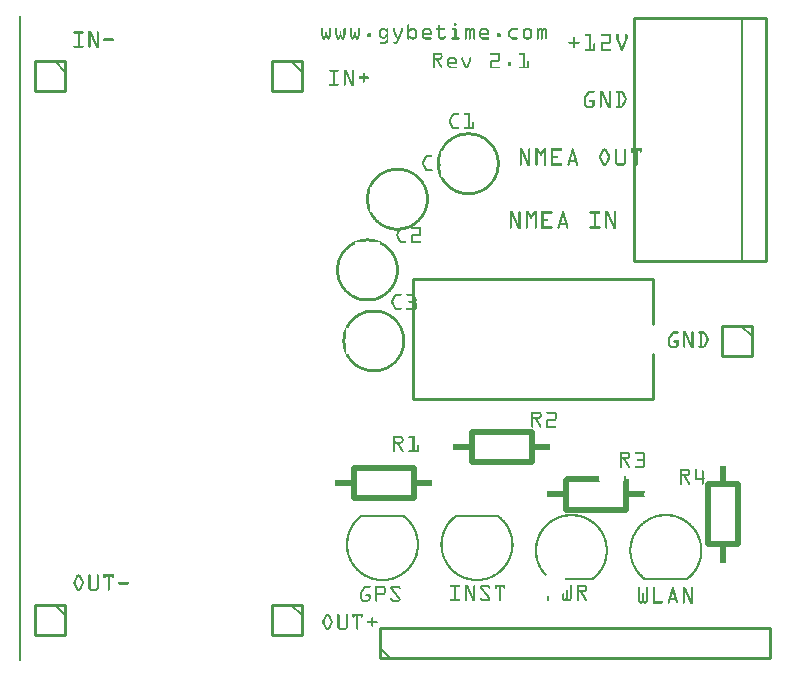
<source format=gto>
G04 MADE WITH FRITZING*
G04 WWW.FRITZING.ORG*
G04 DOUBLE SIDED*
G04 HOLES PLATED*
G04 CONTOUR ON CENTER OF CONTOUR VECTOR*
%ASAXBY*%
%FSLAX23Y23*%
%MOIN*%
%OFA0B0*%
%SFA1.0B1.0*%
%ADD10C,0.010000*%
%ADD11C,0.005000*%
%ADD12C,0.020000*%
%ADD13C,0.007874*%
%ADD14R,0.001000X0.001000*%
%LNSILK1*%
G90*
G70*
G54D10*
X2118Y1278D02*
X1318Y1278D01*
D02*
X1318Y1278D02*
X1318Y878D01*
D02*
X1318Y878D02*
X2118Y878D01*
D02*
X2118Y1278D02*
X2118Y1128D01*
D02*
X2118Y1028D02*
X2118Y878D01*
D02*
X1206Y13D02*
X2506Y13D01*
D02*
X2506Y13D02*
X2506Y113D01*
D02*
X2506Y113D02*
X1206Y113D01*
D02*
X1206Y113D02*
X1206Y13D01*
G54D11*
D02*
X1241Y13D02*
X1206Y48D01*
G54D12*
D02*
X1120Y648D02*
X1320Y648D01*
D02*
X1320Y648D02*
X1320Y548D01*
D02*
X1320Y548D02*
X1120Y548D01*
D02*
X1120Y548D02*
X1120Y648D01*
D02*
X1513Y766D02*
X1713Y766D01*
D02*
X1713Y766D02*
X1713Y666D01*
D02*
X1713Y666D02*
X1513Y666D01*
D02*
X1513Y666D02*
X1513Y766D01*
D02*
X2402Y593D02*
X2402Y393D01*
D02*
X2402Y393D02*
X2302Y393D01*
D02*
X2302Y393D02*
X2302Y593D01*
D02*
X2302Y593D02*
X2402Y593D01*
D02*
X2028Y509D02*
X1828Y509D01*
D02*
X1828Y509D02*
X1828Y609D01*
G54D10*
D02*
X2054Y2146D02*
X2054Y1336D01*
D02*
X2054Y1336D02*
X2494Y1336D01*
D02*
X2494Y1336D02*
X2494Y2146D01*
D02*
X2494Y2146D02*
X2054Y2146D01*
G54D11*
D02*
X2414Y1336D02*
X2414Y2146D01*
G54D10*
D02*
X946Y2003D02*
X846Y2003D01*
D02*
X846Y2003D02*
X846Y1903D01*
D02*
X846Y1903D02*
X946Y1903D01*
D02*
X946Y1903D02*
X946Y2003D01*
G54D11*
D02*
X911Y2003D02*
X946Y1968D01*
G54D10*
D02*
X2447Y1121D02*
X2347Y1121D01*
D02*
X2347Y1121D02*
X2347Y1021D01*
D02*
X2347Y1021D02*
X2447Y1021D01*
D02*
X2447Y1021D02*
X2447Y1121D01*
G54D11*
D02*
X2412Y1121D02*
X2447Y1086D01*
G54D10*
D02*
X946Y192D02*
X846Y192D01*
D02*
X846Y192D02*
X846Y92D01*
D02*
X846Y92D02*
X946Y92D01*
D02*
X946Y92D02*
X946Y192D01*
G54D11*
D02*
X911Y192D02*
X946Y157D01*
G54D10*
D02*
X158Y192D02*
X58Y192D01*
D02*
X58Y192D02*
X58Y92D01*
D02*
X58Y92D02*
X158Y92D01*
D02*
X158Y92D02*
X158Y192D01*
G54D11*
D02*
X123Y192D02*
X158Y157D01*
G54D10*
D02*
X158Y2003D02*
X58Y2003D01*
D02*
X58Y2003D02*
X58Y1903D01*
D02*
X58Y1903D02*
X158Y1903D01*
D02*
X158Y1903D02*
X158Y2003D01*
G54D11*
D02*
X123Y2003D02*
X158Y1968D01*
G54D13*
X1287Y486D02*
X1145Y486D01*
D02*
X1602Y486D02*
X1460Y486D01*
D02*
G54D14*
X4Y2153D02*
X11Y2153D01*
X4Y2152D02*
X11Y2152D01*
X4Y2151D02*
X11Y2151D01*
X4Y2150D02*
X11Y2150D01*
X4Y2149D02*
X11Y2149D01*
X4Y2148D02*
X11Y2148D01*
X4Y2147D02*
X11Y2147D01*
X4Y2146D02*
X11Y2146D01*
X4Y2145D02*
X11Y2145D01*
X4Y2144D02*
X11Y2144D01*
X4Y2143D02*
X11Y2143D01*
X4Y2142D02*
X11Y2142D01*
X4Y2141D02*
X11Y2141D01*
X4Y2140D02*
X11Y2140D01*
X4Y2139D02*
X11Y2139D01*
X4Y2138D02*
X11Y2138D01*
X4Y2137D02*
X11Y2137D01*
X4Y2136D02*
X11Y2136D01*
X4Y2135D02*
X11Y2135D01*
X4Y2134D02*
X11Y2134D01*
X4Y2133D02*
X11Y2133D01*
X4Y2132D02*
X11Y2132D01*
X4Y2131D02*
X11Y2131D01*
X4Y2130D02*
X11Y2130D01*
X1455Y2130D02*
X1460Y2130D01*
X4Y2129D02*
X11Y2129D01*
X1453Y2129D02*
X1461Y2129D01*
X4Y2128D02*
X11Y2128D01*
X1453Y2128D02*
X1462Y2128D01*
X4Y2127D02*
X11Y2127D01*
X1301Y2127D02*
X1303Y2127D01*
X1453Y2127D02*
X1462Y2127D01*
X4Y2126D02*
X11Y2126D01*
X1300Y2126D02*
X1304Y2126D01*
X1453Y2126D02*
X1462Y2126D01*
X4Y2125D02*
X11Y2125D01*
X1299Y2125D02*
X1305Y2125D01*
X1453Y2125D02*
X1462Y2125D01*
X4Y2124D02*
X11Y2124D01*
X1299Y2124D02*
X1305Y2124D01*
X1403Y2124D02*
X1406Y2124D01*
X1453Y2124D02*
X1462Y2124D01*
X4Y2123D02*
X11Y2123D01*
X1299Y2123D02*
X1305Y2123D01*
X1402Y2123D02*
X1407Y2123D01*
X1453Y2123D02*
X1462Y2123D01*
X4Y2122D02*
X11Y2122D01*
X1299Y2122D02*
X1305Y2122D01*
X1402Y2122D02*
X1407Y2122D01*
X1454Y2122D02*
X1461Y2122D01*
X4Y2121D02*
X11Y2121D01*
X1299Y2121D02*
X1305Y2121D01*
X1402Y2121D02*
X1407Y2121D01*
X1456Y2121D02*
X1459Y2121D01*
X4Y2120D02*
X11Y2120D01*
X1299Y2120D02*
X1305Y2120D01*
X1402Y2120D02*
X1407Y2120D01*
X4Y2119D02*
X11Y2119D01*
X1299Y2119D02*
X1305Y2119D01*
X1402Y2119D02*
X1407Y2119D01*
X4Y2118D02*
X11Y2118D01*
X1299Y2118D02*
X1305Y2118D01*
X1402Y2118D02*
X1407Y2118D01*
X4Y2117D02*
X11Y2117D01*
X1299Y2117D02*
X1305Y2117D01*
X1402Y2117D02*
X1407Y2117D01*
X4Y2116D02*
X11Y2116D01*
X1299Y2116D02*
X1305Y2116D01*
X1402Y2116D02*
X1407Y2116D01*
X4Y2115D02*
X11Y2115D01*
X1299Y2115D02*
X1305Y2115D01*
X1402Y2115D02*
X1407Y2115D01*
X4Y2114D02*
X11Y2114D01*
X1299Y2114D02*
X1305Y2114D01*
X1402Y2114D02*
X1407Y2114D01*
X4Y2113D02*
X11Y2113D01*
X1012Y2113D02*
X1015Y2113D01*
X1040Y2113D02*
X1043Y2113D01*
X1060Y2113D02*
X1063Y2113D01*
X1088Y2113D02*
X1091Y2113D01*
X1108Y2113D02*
X1111Y2113D01*
X1136Y2113D02*
X1139Y2113D01*
X1212Y2113D02*
X1223Y2113D01*
X1231Y2113D02*
X1234Y2113D01*
X1253Y2113D02*
X1255Y2113D01*
X1279Y2113D02*
X1282Y2113D01*
X1299Y2113D02*
X1305Y2113D01*
X1312Y2113D02*
X1322Y2113D01*
X1356Y2113D02*
X1370Y2113D01*
X1397Y2113D02*
X1422Y2113D01*
X1448Y2113D02*
X1460Y2113D01*
X1492Y2113D02*
X1495Y2113D01*
X1500Y2113D02*
X1505Y2113D01*
X1513Y2113D02*
X1517Y2113D01*
X1548Y2113D02*
X1562Y2113D01*
X1647Y2113D02*
X1665Y2113D01*
X1692Y2113D02*
X1706Y2113D01*
X1732Y2113D02*
X1734Y2113D01*
X1740Y2113D02*
X1745Y2113D01*
X1753Y2113D02*
X1757Y2113D01*
X4Y2112D02*
X11Y2112D01*
X1011Y2112D02*
X1016Y2112D01*
X1039Y2112D02*
X1044Y2112D01*
X1059Y2112D02*
X1064Y2112D01*
X1087Y2112D02*
X1092Y2112D01*
X1107Y2112D02*
X1112Y2112D01*
X1135Y2112D02*
X1140Y2112D01*
X1210Y2112D02*
X1225Y2112D01*
X1230Y2112D02*
X1235Y2112D01*
X1252Y2112D02*
X1256Y2112D01*
X1278Y2112D02*
X1283Y2112D01*
X1299Y2112D02*
X1305Y2112D01*
X1309Y2112D02*
X1324Y2112D01*
X1354Y2112D02*
X1372Y2112D01*
X1396Y2112D02*
X1423Y2112D01*
X1447Y2112D02*
X1461Y2112D01*
X1491Y2112D02*
X1496Y2112D01*
X1498Y2112D02*
X1507Y2112D01*
X1511Y2112D02*
X1519Y2112D01*
X1546Y2112D02*
X1564Y2112D01*
X1645Y2112D02*
X1666Y2112D01*
X1690Y2112D02*
X1708Y2112D01*
X1731Y2112D02*
X1735Y2112D01*
X1738Y2112D02*
X1746Y2112D01*
X1751Y2112D02*
X1759Y2112D01*
X4Y2111D02*
X11Y2111D01*
X1011Y2111D02*
X1016Y2111D01*
X1039Y2111D02*
X1044Y2111D01*
X1059Y2111D02*
X1064Y2111D01*
X1087Y2111D02*
X1092Y2111D01*
X1107Y2111D02*
X1112Y2111D01*
X1135Y2111D02*
X1140Y2111D01*
X1209Y2111D02*
X1226Y2111D01*
X1230Y2111D02*
X1235Y2111D01*
X1251Y2111D02*
X1257Y2111D01*
X1278Y2111D02*
X1283Y2111D01*
X1299Y2111D02*
X1305Y2111D01*
X1308Y2111D02*
X1326Y2111D01*
X1353Y2111D02*
X1374Y2111D01*
X1395Y2111D02*
X1424Y2111D01*
X1446Y2111D02*
X1462Y2111D01*
X1491Y2111D02*
X1508Y2111D01*
X1510Y2111D02*
X1520Y2111D01*
X1545Y2111D02*
X1565Y2111D01*
X1644Y2111D02*
X1667Y2111D01*
X1689Y2111D02*
X1709Y2111D01*
X1730Y2111D02*
X1747Y2111D01*
X1750Y2111D02*
X1760Y2111D01*
X4Y2110D02*
X11Y2110D01*
X1011Y2110D02*
X1016Y2110D01*
X1039Y2110D02*
X1044Y2110D01*
X1059Y2110D02*
X1064Y2110D01*
X1086Y2110D02*
X1092Y2110D01*
X1107Y2110D02*
X1112Y2110D01*
X1134Y2110D02*
X1140Y2110D01*
X1208Y2110D02*
X1227Y2110D01*
X1230Y2110D02*
X1235Y2110D01*
X1251Y2110D02*
X1257Y2110D01*
X1278Y2110D02*
X1283Y2110D01*
X1299Y2110D02*
X1305Y2110D01*
X1307Y2110D02*
X1327Y2110D01*
X1352Y2110D02*
X1375Y2110D01*
X1395Y2110D02*
X1424Y2110D01*
X1446Y2110D02*
X1462Y2110D01*
X1490Y2110D02*
X1521Y2110D01*
X1544Y2110D02*
X1567Y2110D01*
X1642Y2110D02*
X1667Y2110D01*
X1687Y2110D02*
X1710Y2110D01*
X1730Y2110D02*
X1761Y2110D01*
X4Y2109D02*
X11Y2109D01*
X1011Y2109D02*
X1016Y2109D01*
X1038Y2109D02*
X1044Y2109D01*
X1059Y2109D02*
X1064Y2109D01*
X1086Y2109D02*
X1092Y2109D01*
X1107Y2109D02*
X1112Y2109D01*
X1134Y2109D02*
X1140Y2109D01*
X1207Y2109D02*
X1235Y2109D01*
X1251Y2109D02*
X1257Y2109D01*
X1278Y2109D02*
X1283Y2109D01*
X1299Y2109D02*
X1328Y2109D01*
X1351Y2109D02*
X1376Y2109D01*
X1395Y2109D02*
X1424Y2109D01*
X1447Y2109D02*
X1462Y2109D01*
X1490Y2109D02*
X1522Y2109D01*
X1542Y2109D02*
X1568Y2109D01*
X1641Y2109D02*
X1667Y2109D01*
X1686Y2109D02*
X1712Y2109D01*
X1730Y2109D02*
X1762Y2109D01*
X4Y2108D02*
X11Y2108D01*
X1011Y2108D02*
X1017Y2108D01*
X1038Y2108D02*
X1044Y2108D01*
X1059Y2108D02*
X1064Y2108D01*
X1086Y2108D02*
X1092Y2108D01*
X1107Y2108D02*
X1112Y2108D01*
X1134Y2108D02*
X1140Y2108D01*
X1206Y2108D02*
X1235Y2108D01*
X1251Y2108D02*
X1257Y2108D01*
X1278Y2108D02*
X1283Y2108D01*
X1299Y2108D02*
X1329Y2108D01*
X1350Y2108D02*
X1377Y2108D01*
X1396Y2108D02*
X1423Y2108D01*
X1447Y2108D02*
X1462Y2108D01*
X1490Y2108D02*
X1522Y2108D01*
X1541Y2108D02*
X1569Y2108D01*
X1640Y2108D02*
X1666Y2108D01*
X1685Y2108D02*
X1713Y2108D01*
X1730Y2108D02*
X1762Y2108D01*
X4Y2107D02*
X11Y2107D01*
X1011Y2107D02*
X1017Y2107D01*
X1038Y2107D02*
X1044Y2107D01*
X1059Y2107D02*
X1065Y2107D01*
X1086Y2107D02*
X1092Y2107D01*
X1107Y2107D02*
X1112Y2107D01*
X1134Y2107D02*
X1140Y2107D01*
X1205Y2107D02*
X1235Y2107D01*
X1251Y2107D02*
X1257Y2107D01*
X1278Y2107D02*
X1283Y2107D01*
X1299Y2107D02*
X1330Y2107D01*
X1349Y2107D02*
X1378Y2107D01*
X1397Y2107D02*
X1422Y2107D01*
X1449Y2107D02*
X1462Y2107D01*
X1490Y2107D02*
X1523Y2107D01*
X1541Y2107D02*
X1569Y2107D01*
X1639Y2107D02*
X1665Y2107D01*
X1685Y2107D02*
X1713Y2107D01*
X1730Y2107D02*
X1762Y2107D01*
X4Y2106D02*
X11Y2106D01*
X1011Y2106D02*
X1017Y2106D01*
X1038Y2106D02*
X1044Y2106D01*
X1059Y2106D02*
X1065Y2106D01*
X1086Y2106D02*
X1092Y2106D01*
X1107Y2106D02*
X1112Y2106D01*
X1134Y2106D02*
X1140Y2106D01*
X1204Y2106D02*
X1212Y2106D01*
X1223Y2106D02*
X1235Y2106D01*
X1251Y2106D02*
X1257Y2106D01*
X1278Y2106D02*
X1283Y2106D01*
X1299Y2106D02*
X1312Y2106D01*
X1322Y2106D02*
X1330Y2106D01*
X1348Y2106D02*
X1356Y2106D01*
X1370Y2106D02*
X1378Y2106D01*
X1402Y2106D02*
X1407Y2106D01*
X1456Y2106D02*
X1462Y2106D01*
X1490Y2106D02*
X1500Y2106D01*
X1504Y2106D02*
X1513Y2106D01*
X1517Y2106D02*
X1523Y2106D01*
X1540Y2106D02*
X1548Y2106D01*
X1562Y2106D02*
X1570Y2106D01*
X1638Y2106D02*
X1647Y2106D01*
X1684Y2106D02*
X1692Y2106D01*
X1706Y2106D02*
X1714Y2106D01*
X1730Y2106D02*
X1740Y2106D01*
X1744Y2106D02*
X1753Y2106D01*
X1757Y2106D02*
X1762Y2106D01*
X4Y2105D02*
X11Y2105D01*
X1011Y2105D02*
X1017Y2105D01*
X1038Y2105D02*
X1044Y2105D01*
X1059Y2105D02*
X1065Y2105D01*
X1086Y2105D02*
X1092Y2105D01*
X1107Y2105D02*
X1113Y2105D01*
X1134Y2105D02*
X1140Y2105D01*
X1204Y2105D02*
X1211Y2105D01*
X1224Y2105D02*
X1235Y2105D01*
X1251Y2105D02*
X1257Y2105D01*
X1277Y2105D02*
X1283Y2105D01*
X1299Y2105D02*
X1311Y2105D01*
X1323Y2105D02*
X1331Y2105D01*
X1348Y2105D02*
X1355Y2105D01*
X1372Y2105D02*
X1379Y2105D01*
X1402Y2105D02*
X1407Y2105D01*
X1456Y2105D02*
X1462Y2105D01*
X1490Y2105D02*
X1499Y2105D01*
X1504Y2105D02*
X1512Y2105D01*
X1517Y2105D02*
X1523Y2105D01*
X1540Y2105D02*
X1547Y2105D01*
X1563Y2105D02*
X1571Y2105D01*
X1637Y2105D02*
X1646Y2105D01*
X1684Y2105D02*
X1691Y2105D01*
X1707Y2105D02*
X1714Y2105D01*
X1730Y2105D02*
X1739Y2105D01*
X1744Y2105D02*
X1752Y2105D01*
X1757Y2105D02*
X1762Y2105D01*
X4Y2104D02*
X11Y2104D01*
X1011Y2104D02*
X1017Y2104D01*
X1038Y2104D02*
X1044Y2104D01*
X1059Y2104D02*
X1065Y2104D01*
X1086Y2104D02*
X1092Y2104D01*
X1107Y2104D02*
X1113Y2104D01*
X1134Y2104D02*
X1140Y2104D01*
X1204Y2104D02*
X1210Y2104D01*
X1225Y2104D02*
X1235Y2104D01*
X1251Y2104D02*
X1257Y2104D01*
X1277Y2104D02*
X1283Y2104D01*
X1299Y2104D02*
X1309Y2104D01*
X1324Y2104D02*
X1331Y2104D01*
X1347Y2104D02*
X1354Y2104D01*
X1373Y2104D02*
X1379Y2104D01*
X1402Y2104D02*
X1407Y2104D01*
X1456Y2104D02*
X1462Y2104D01*
X1490Y2104D02*
X1498Y2104D01*
X1504Y2104D02*
X1511Y2104D01*
X1517Y2104D02*
X1523Y2104D01*
X1539Y2104D02*
X1546Y2104D01*
X1564Y2104D02*
X1571Y2104D01*
X1636Y2104D02*
X1645Y2104D01*
X1683Y2104D02*
X1690Y2104D01*
X1708Y2104D02*
X1715Y2104D01*
X1730Y2104D02*
X1738Y2104D01*
X1744Y2104D02*
X1751Y2104D01*
X1757Y2104D02*
X1763Y2104D01*
X4Y2103D02*
X11Y2103D01*
X1011Y2103D02*
X1017Y2103D01*
X1038Y2103D02*
X1044Y2103D01*
X1059Y2103D02*
X1065Y2103D01*
X1086Y2103D02*
X1092Y2103D01*
X1107Y2103D02*
X1113Y2103D01*
X1134Y2103D02*
X1140Y2103D01*
X1203Y2103D02*
X1209Y2103D01*
X1226Y2103D02*
X1235Y2103D01*
X1252Y2103D02*
X1258Y2103D01*
X1277Y2103D02*
X1283Y2103D01*
X1299Y2103D02*
X1308Y2103D01*
X1325Y2103D02*
X1331Y2103D01*
X1347Y2103D02*
X1353Y2103D01*
X1373Y2103D02*
X1379Y2103D01*
X1402Y2103D02*
X1407Y2103D01*
X1456Y2103D02*
X1462Y2103D01*
X1490Y2103D02*
X1497Y2103D01*
X1504Y2103D02*
X1510Y2103D01*
X1517Y2103D02*
X1523Y2103D01*
X1539Y2103D02*
X1545Y2103D01*
X1565Y2103D02*
X1571Y2103D01*
X1636Y2103D02*
X1644Y2103D01*
X1683Y2103D02*
X1689Y2103D01*
X1709Y2103D02*
X1715Y2103D01*
X1730Y2103D02*
X1737Y2103D01*
X1744Y2103D02*
X1750Y2103D01*
X1757Y2103D02*
X1763Y2103D01*
X4Y2102D02*
X11Y2102D01*
X187Y2102D02*
X218Y2102D01*
X236Y2102D02*
X245Y2102D01*
X265Y2102D02*
X268Y2102D01*
X1011Y2102D02*
X1017Y2102D01*
X1027Y2102D02*
X1028Y2102D01*
X1038Y2102D02*
X1044Y2102D01*
X1059Y2102D02*
X1065Y2102D01*
X1075Y2102D02*
X1076Y2102D01*
X1086Y2102D02*
X1092Y2102D01*
X1107Y2102D02*
X1113Y2102D01*
X1123Y2102D02*
X1124Y2102D01*
X1134Y2102D02*
X1140Y2102D01*
X1203Y2102D02*
X1209Y2102D01*
X1227Y2102D02*
X1235Y2102D01*
X1252Y2102D02*
X1258Y2102D01*
X1276Y2102D02*
X1283Y2102D01*
X1299Y2102D02*
X1307Y2102D01*
X1326Y2102D02*
X1331Y2102D01*
X1347Y2102D02*
X1353Y2102D01*
X1374Y2102D02*
X1379Y2102D01*
X1402Y2102D02*
X1407Y2102D01*
X1456Y2102D02*
X1462Y2102D01*
X1490Y2102D02*
X1496Y2102D01*
X1504Y2102D02*
X1510Y2102D01*
X1517Y2102D02*
X1523Y2102D01*
X1539Y2102D02*
X1545Y2102D01*
X1565Y2102D02*
X1571Y2102D01*
X1635Y2102D02*
X1643Y2102D01*
X1683Y2102D02*
X1689Y2102D01*
X1709Y2102D02*
X1715Y2102D01*
X1730Y2102D02*
X1736Y2102D01*
X1744Y2102D02*
X1750Y2102D01*
X1757Y2102D02*
X1763Y2102D01*
X4Y2101D02*
X11Y2101D01*
X186Y2101D02*
X219Y2101D01*
X236Y2101D02*
X245Y2101D01*
X264Y2101D02*
X269Y2101D01*
X1011Y2101D02*
X1017Y2101D01*
X1025Y2101D02*
X1030Y2101D01*
X1038Y2101D02*
X1044Y2101D01*
X1059Y2101D02*
X1065Y2101D01*
X1073Y2101D02*
X1077Y2101D01*
X1086Y2101D02*
X1092Y2101D01*
X1107Y2101D02*
X1113Y2101D01*
X1121Y2101D02*
X1125Y2101D01*
X1134Y2101D02*
X1140Y2101D01*
X1203Y2101D02*
X1209Y2101D01*
X1229Y2101D02*
X1235Y2101D01*
X1252Y2101D02*
X1259Y2101D01*
X1276Y2101D02*
X1282Y2101D01*
X1299Y2101D02*
X1306Y2101D01*
X1326Y2101D02*
X1331Y2101D01*
X1347Y2101D02*
X1353Y2101D01*
X1374Y2101D02*
X1379Y2101D01*
X1402Y2101D02*
X1407Y2101D01*
X1456Y2101D02*
X1462Y2101D01*
X1490Y2101D02*
X1496Y2101D01*
X1504Y2101D02*
X1510Y2101D01*
X1517Y2101D02*
X1523Y2101D01*
X1539Y2101D02*
X1545Y2101D01*
X1565Y2101D02*
X1571Y2101D01*
X1635Y2101D02*
X1642Y2101D01*
X1683Y2101D02*
X1689Y2101D01*
X1709Y2101D02*
X1715Y2101D01*
X1730Y2101D02*
X1736Y2101D01*
X1744Y2101D02*
X1750Y2101D01*
X1757Y2101D02*
X1763Y2101D01*
X4Y2100D02*
X11Y2100D01*
X186Y2100D02*
X220Y2100D01*
X236Y2100D02*
X246Y2100D01*
X264Y2100D02*
X270Y2100D01*
X1011Y2100D02*
X1017Y2100D01*
X1025Y2100D02*
X1030Y2100D01*
X1038Y2100D02*
X1044Y2100D01*
X1059Y2100D02*
X1065Y2100D01*
X1073Y2100D02*
X1078Y2100D01*
X1086Y2100D02*
X1092Y2100D01*
X1107Y2100D02*
X1113Y2100D01*
X1121Y2100D02*
X1126Y2100D01*
X1134Y2100D02*
X1140Y2100D01*
X1203Y2100D02*
X1209Y2100D01*
X1229Y2100D02*
X1235Y2100D01*
X1253Y2100D02*
X1259Y2100D01*
X1275Y2100D02*
X1282Y2100D01*
X1299Y2100D02*
X1305Y2100D01*
X1326Y2100D02*
X1331Y2100D01*
X1347Y2100D02*
X1353Y2100D01*
X1374Y2100D02*
X1379Y2100D01*
X1402Y2100D02*
X1407Y2100D01*
X1456Y2100D02*
X1462Y2100D01*
X1490Y2100D02*
X1496Y2100D01*
X1504Y2100D02*
X1510Y2100D01*
X1517Y2100D02*
X1523Y2100D01*
X1539Y2100D02*
X1545Y2100D01*
X1565Y2100D02*
X1571Y2100D01*
X1635Y2100D02*
X1641Y2100D01*
X1683Y2100D02*
X1689Y2100D01*
X1709Y2100D02*
X1715Y2100D01*
X1730Y2100D02*
X1736Y2100D01*
X1744Y2100D02*
X1750Y2100D01*
X1757Y2100D02*
X1763Y2100D01*
X4Y2099D02*
X11Y2099D01*
X186Y2099D02*
X220Y2099D01*
X236Y2099D02*
X246Y2099D01*
X264Y2099D02*
X270Y2099D01*
X1011Y2099D02*
X1017Y2099D01*
X1025Y2099D02*
X1030Y2099D01*
X1038Y2099D02*
X1044Y2099D01*
X1059Y2099D02*
X1065Y2099D01*
X1073Y2099D02*
X1078Y2099D01*
X1086Y2099D02*
X1092Y2099D01*
X1107Y2099D02*
X1113Y2099D01*
X1121Y2099D02*
X1126Y2099D01*
X1134Y2099D02*
X1140Y2099D01*
X1203Y2099D02*
X1209Y2099D01*
X1230Y2099D02*
X1235Y2099D01*
X1253Y2099D02*
X1260Y2099D01*
X1275Y2099D02*
X1281Y2099D01*
X1299Y2099D02*
X1305Y2099D01*
X1326Y2099D02*
X1331Y2099D01*
X1347Y2099D02*
X1353Y2099D01*
X1374Y2099D02*
X1379Y2099D01*
X1402Y2099D02*
X1407Y2099D01*
X1456Y2099D02*
X1462Y2099D01*
X1490Y2099D02*
X1496Y2099D01*
X1504Y2099D02*
X1510Y2099D01*
X1517Y2099D02*
X1523Y2099D01*
X1539Y2099D02*
X1545Y2099D01*
X1565Y2099D02*
X1571Y2099D01*
X1635Y2099D02*
X1641Y2099D01*
X1683Y2099D02*
X1689Y2099D01*
X1709Y2099D02*
X1715Y2099D01*
X1730Y2099D02*
X1736Y2099D01*
X1744Y2099D02*
X1750Y2099D01*
X1757Y2099D02*
X1763Y2099D01*
X4Y2098D02*
X11Y2098D01*
X186Y2098D02*
X219Y2098D01*
X236Y2098D02*
X246Y2098D01*
X264Y2098D02*
X270Y2098D01*
X1011Y2098D02*
X1017Y2098D01*
X1025Y2098D02*
X1030Y2098D01*
X1038Y2098D02*
X1044Y2098D01*
X1059Y2098D02*
X1065Y2098D01*
X1073Y2098D02*
X1078Y2098D01*
X1086Y2098D02*
X1092Y2098D01*
X1107Y2098D02*
X1113Y2098D01*
X1121Y2098D02*
X1126Y2098D01*
X1134Y2098D02*
X1140Y2098D01*
X1203Y2098D02*
X1209Y2098D01*
X1230Y2098D02*
X1235Y2098D01*
X1254Y2098D02*
X1260Y2098D01*
X1274Y2098D02*
X1281Y2098D01*
X1299Y2098D02*
X1305Y2098D01*
X1326Y2098D02*
X1331Y2098D01*
X1347Y2098D02*
X1353Y2098D01*
X1374Y2098D02*
X1379Y2098D01*
X1402Y2098D02*
X1407Y2098D01*
X1456Y2098D02*
X1462Y2098D01*
X1490Y2098D02*
X1496Y2098D01*
X1504Y2098D02*
X1510Y2098D01*
X1517Y2098D02*
X1523Y2098D01*
X1539Y2098D02*
X1545Y2098D01*
X1565Y2098D02*
X1571Y2098D01*
X1635Y2098D02*
X1641Y2098D01*
X1683Y2098D02*
X1689Y2098D01*
X1709Y2098D02*
X1715Y2098D01*
X1730Y2098D02*
X1736Y2098D01*
X1744Y2098D02*
X1750Y2098D01*
X1757Y2098D02*
X1763Y2098D01*
X4Y2097D02*
X11Y2097D01*
X187Y2097D02*
X219Y2097D01*
X236Y2097D02*
X247Y2097D01*
X264Y2097D02*
X270Y2097D01*
X1011Y2097D02*
X1017Y2097D01*
X1025Y2097D02*
X1030Y2097D01*
X1038Y2097D02*
X1044Y2097D01*
X1059Y2097D02*
X1065Y2097D01*
X1073Y2097D02*
X1078Y2097D01*
X1086Y2097D02*
X1092Y2097D01*
X1107Y2097D02*
X1113Y2097D01*
X1121Y2097D02*
X1126Y2097D01*
X1134Y2097D02*
X1140Y2097D01*
X1203Y2097D02*
X1209Y2097D01*
X1230Y2097D02*
X1235Y2097D01*
X1254Y2097D02*
X1261Y2097D01*
X1274Y2097D02*
X1280Y2097D01*
X1299Y2097D02*
X1305Y2097D01*
X1326Y2097D02*
X1331Y2097D01*
X1347Y2097D02*
X1353Y2097D01*
X1374Y2097D02*
X1379Y2097D01*
X1402Y2097D02*
X1407Y2097D01*
X1456Y2097D02*
X1462Y2097D01*
X1490Y2097D02*
X1496Y2097D01*
X1504Y2097D02*
X1510Y2097D01*
X1517Y2097D02*
X1523Y2097D01*
X1539Y2097D02*
X1545Y2097D01*
X1565Y2097D02*
X1571Y2097D01*
X1635Y2097D02*
X1641Y2097D01*
X1683Y2097D02*
X1689Y2097D01*
X1709Y2097D02*
X1715Y2097D01*
X1730Y2097D02*
X1736Y2097D01*
X1744Y2097D02*
X1750Y2097D01*
X1757Y2097D02*
X1763Y2097D01*
X4Y2096D02*
X11Y2096D01*
X189Y2096D02*
X217Y2096D01*
X236Y2096D02*
X247Y2096D01*
X264Y2096D02*
X270Y2096D01*
X1011Y2096D02*
X1017Y2096D01*
X1025Y2096D02*
X1030Y2096D01*
X1038Y2096D02*
X1044Y2096D01*
X1059Y2096D02*
X1065Y2096D01*
X1073Y2096D02*
X1078Y2096D01*
X1086Y2096D02*
X1092Y2096D01*
X1107Y2096D02*
X1113Y2096D01*
X1121Y2096D02*
X1126Y2096D01*
X1134Y2096D02*
X1140Y2096D01*
X1167Y2096D02*
X1176Y2096D01*
X1203Y2096D02*
X1209Y2096D01*
X1230Y2096D02*
X1235Y2096D01*
X1255Y2096D02*
X1261Y2096D01*
X1274Y2096D02*
X1280Y2096D01*
X1299Y2096D02*
X1305Y2096D01*
X1326Y2096D02*
X1331Y2096D01*
X1347Y2096D02*
X1379Y2096D01*
X1402Y2096D02*
X1407Y2096D01*
X1456Y2096D02*
X1462Y2096D01*
X1490Y2096D02*
X1496Y2096D01*
X1504Y2096D02*
X1510Y2096D01*
X1517Y2096D02*
X1523Y2096D01*
X1539Y2096D02*
X1571Y2096D01*
X1598Y2096D02*
X1608Y2096D01*
X1635Y2096D02*
X1641Y2096D01*
X1683Y2096D02*
X1689Y2096D01*
X1709Y2096D02*
X1715Y2096D01*
X1730Y2096D02*
X1736Y2096D01*
X1744Y2096D02*
X1750Y2096D01*
X1757Y2096D02*
X1763Y2096D01*
X4Y2095D02*
X11Y2095D01*
X200Y2095D02*
X206Y2095D01*
X236Y2095D02*
X248Y2095D01*
X264Y2095D02*
X270Y2095D01*
X1011Y2095D02*
X1017Y2095D01*
X1025Y2095D02*
X1030Y2095D01*
X1038Y2095D02*
X1044Y2095D01*
X1059Y2095D02*
X1065Y2095D01*
X1073Y2095D02*
X1078Y2095D01*
X1086Y2095D02*
X1092Y2095D01*
X1107Y2095D02*
X1113Y2095D01*
X1121Y2095D02*
X1126Y2095D01*
X1134Y2095D02*
X1140Y2095D01*
X1166Y2095D02*
X1177Y2095D01*
X1203Y2095D02*
X1209Y2095D01*
X1230Y2095D02*
X1235Y2095D01*
X1255Y2095D02*
X1261Y2095D01*
X1273Y2095D02*
X1279Y2095D01*
X1299Y2095D02*
X1305Y2095D01*
X1326Y2095D02*
X1331Y2095D01*
X1347Y2095D02*
X1379Y2095D01*
X1402Y2095D02*
X1407Y2095D01*
X1456Y2095D02*
X1462Y2095D01*
X1490Y2095D02*
X1496Y2095D01*
X1504Y2095D02*
X1510Y2095D01*
X1517Y2095D02*
X1523Y2095D01*
X1539Y2095D02*
X1571Y2095D01*
X1597Y2095D02*
X1609Y2095D01*
X1635Y2095D02*
X1641Y2095D01*
X1683Y2095D02*
X1689Y2095D01*
X1709Y2095D02*
X1715Y2095D01*
X1730Y2095D02*
X1736Y2095D01*
X1744Y2095D02*
X1750Y2095D01*
X1757Y2095D02*
X1763Y2095D01*
X4Y2094D02*
X11Y2094D01*
X200Y2094D02*
X206Y2094D01*
X236Y2094D02*
X248Y2094D01*
X264Y2094D02*
X270Y2094D01*
X1011Y2094D02*
X1017Y2094D01*
X1025Y2094D02*
X1030Y2094D01*
X1038Y2094D02*
X1044Y2094D01*
X1059Y2094D02*
X1065Y2094D01*
X1073Y2094D02*
X1078Y2094D01*
X1086Y2094D02*
X1092Y2094D01*
X1107Y2094D02*
X1113Y2094D01*
X1121Y2094D02*
X1126Y2094D01*
X1134Y2094D02*
X1140Y2094D01*
X1165Y2094D02*
X1177Y2094D01*
X1203Y2094D02*
X1209Y2094D01*
X1230Y2094D02*
X1235Y2094D01*
X1256Y2094D02*
X1262Y2094D01*
X1273Y2094D02*
X1279Y2094D01*
X1299Y2094D02*
X1305Y2094D01*
X1326Y2094D02*
X1331Y2094D01*
X1347Y2094D02*
X1379Y2094D01*
X1402Y2094D02*
X1407Y2094D01*
X1456Y2094D02*
X1462Y2094D01*
X1490Y2094D02*
X1496Y2094D01*
X1504Y2094D02*
X1510Y2094D01*
X1517Y2094D02*
X1523Y2094D01*
X1539Y2094D02*
X1571Y2094D01*
X1597Y2094D02*
X1609Y2094D01*
X1635Y2094D02*
X1641Y2094D01*
X1683Y2094D02*
X1689Y2094D01*
X1709Y2094D02*
X1715Y2094D01*
X1730Y2094D02*
X1736Y2094D01*
X1744Y2094D02*
X1750Y2094D01*
X1757Y2094D02*
X1763Y2094D01*
X4Y2093D02*
X11Y2093D01*
X200Y2093D02*
X206Y2093D01*
X236Y2093D02*
X249Y2093D01*
X264Y2093D02*
X270Y2093D01*
X1011Y2093D02*
X1017Y2093D01*
X1025Y2093D02*
X1030Y2093D01*
X1038Y2093D02*
X1044Y2093D01*
X1059Y2093D02*
X1065Y2093D01*
X1073Y2093D02*
X1078Y2093D01*
X1086Y2093D02*
X1092Y2093D01*
X1107Y2093D02*
X1113Y2093D01*
X1121Y2093D02*
X1126Y2093D01*
X1134Y2093D02*
X1140Y2093D01*
X1165Y2093D02*
X1178Y2093D01*
X1203Y2093D02*
X1209Y2093D01*
X1230Y2093D02*
X1235Y2093D01*
X1256Y2093D02*
X1262Y2093D01*
X1272Y2093D02*
X1279Y2093D01*
X1299Y2093D02*
X1305Y2093D01*
X1326Y2093D02*
X1331Y2093D01*
X1347Y2093D02*
X1379Y2093D01*
X1402Y2093D02*
X1407Y2093D01*
X1456Y2093D02*
X1462Y2093D01*
X1490Y2093D02*
X1496Y2093D01*
X1504Y2093D02*
X1510Y2093D01*
X1517Y2093D02*
X1523Y2093D01*
X1539Y2093D02*
X1571Y2093D01*
X1597Y2093D02*
X1609Y2093D01*
X1635Y2093D02*
X1641Y2093D01*
X1683Y2093D02*
X1689Y2093D01*
X1709Y2093D02*
X1715Y2093D01*
X1730Y2093D02*
X1736Y2093D01*
X1744Y2093D02*
X1750Y2093D01*
X1757Y2093D02*
X1763Y2093D01*
X1891Y2093D02*
X1911Y2093D01*
X1944Y2093D02*
X1974Y2093D01*
X1997Y2093D02*
X2001Y2093D01*
X2026Y2093D02*
X2030Y2093D01*
X4Y2092D02*
X11Y2092D01*
X200Y2092D02*
X206Y2092D01*
X236Y2092D02*
X249Y2092D01*
X264Y2092D02*
X270Y2092D01*
X1011Y2092D02*
X1017Y2092D01*
X1025Y2092D02*
X1030Y2092D01*
X1038Y2092D02*
X1044Y2092D01*
X1059Y2092D02*
X1065Y2092D01*
X1073Y2092D02*
X1078Y2092D01*
X1086Y2092D02*
X1092Y2092D01*
X1107Y2092D02*
X1113Y2092D01*
X1121Y2092D02*
X1126Y2092D01*
X1134Y2092D02*
X1140Y2092D01*
X1165Y2092D02*
X1178Y2092D01*
X1203Y2092D02*
X1209Y2092D01*
X1229Y2092D02*
X1235Y2092D01*
X1256Y2092D02*
X1263Y2092D01*
X1272Y2092D02*
X1278Y2092D01*
X1299Y2092D02*
X1305Y2092D01*
X1326Y2092D02*
X1331Y2092D01*
X1347Y2092D02*
X1379Y2092D01*
X1402Y2092D02*
X1407Y2092D01*
X1456Y2092D02*
X1462Y2092D01*
X1490Y2092D02*
X1496Y2092D01*
X1504Y2092D02*
X1510Y2092D01*
X1517Y2092D02*
X1523Y2092D01*
X1539Y2092D02*
X1571Y2092D01*
X1597Y2092D02*
X1609Y2092D01*
X1635Y2092D02*
X1641Y2092D01*
X1683Y2092D02*
X1689Y2092D01*
X1709Y2092D02*
X1715Y2092D01*
X1730Y2092D02*
X1736Y2092D01*
X1744Y2092D02*
X1750Y2092D01*
X1757Y2092D02*
X1763Y2092D01*
X1890Y2092D02*
X1911Y2092D01*
X1943Y2092D02*
X1976Y2092D01*
X1996Y2092D02*
X2002Y2092D01*
X2026Y2092D02*
X2031Y2092D01*
X4Y2091D02*
X11Y2091D01*
X200Y2091D02*
X206Y2091D01*
X236Y2091D02*
X250Y2091D01*
X264Y2091D02*
X270Y2091D01*
X1011Y2091D02*
X1017Y2091D01*
X1024Y2091D02*
X1031Y2091D01*
X1038Y2091D02*
X1044Y2091D01*
X1059Y2091D02*
X1065Y2091D01*
X1072Y2091D02*
X1078Y2091D01*
X1086Y2091D02*
X1092Y2091D01*
X1107Y2091D02*
X1113Y2091D01*
X1120Y2091D02*
X1126Y2091D01*
X1134Y2091D02*
X1140Y2091D01*
X1165Y2091D02*
X1178Y2091D01*
X1203Y2091D02*
X1209Y2091D01*
X1229Y2091D02*
X1235Y2091D01*
X1257Y2091D02*
X1263Y2091D01*
X1271Y2091D02*
X1278Y2091D01*
X1299Y2091D02*
X1305Y2091D01*
X1326Y2091D02*
X1331Y2091D01*
X1347Y2091D02*
X1378Y2091D01*
X1402Y2091D02*
X1407Y2091D01*
X1456Y2091D02*
X1462Y2091D01*
X1490Y2091D02*
X1496Y2091D01*
X1504Y2091D02*
X1510Y2091D01*
X1517Y2091D02*
X1523Y2091D01*
X1539Y2091D02*
X1570Y2091D01*
X1597Y2091D02*
X1609Y2091D01*
X1635Y2091D02*
X1641Y2091D01*
X1683Y2091D02*
X1689Y2091D01*
X1709Y2091D02*
X1715Y2091D01*
X1730Y2091D02*
X1736Y2091D01*
X1744Y2091D02*
X1750Y2091D01*
X1757Y2091D02*
X1763Y2091D01*
X1890Y2091D02*
X1911Y2091D01*
X1943Y2091D02*
X1977Y2091D01*
X1996Y2091D02*
X2002Y2091D01*
X2025Y2091D02*
X2031Y2091D01*
X4Y2090D02*
X11Y2090D01*
X200Y2090D02*
X206Y2090D01*
X236Y2090D02*
X250Y2090D01*
X264Y2090D02*
X270Y2090D01*
X1011Y2090D02*
X1017Y2090D01*
X1024Y2090D02*
X1031Y2090D01*
X1038Y2090D02*
X1044Y2090D01*
X1059Y2090D02*
X1065Y2090D01*
X1072Y2090D02*
X1079Y2090D01*
X1086Y2090D02*
X1092Y2090D01*
X1107Y2090D02*
X1113Y2090D01*
X1120Y2090D02*
X1127Y2090D01*
X1134Y2090D02*
X1139Y2090D01*
X1165Y2090D02*
X1178Y2090D01*
X1203Y2090D02*
X1209Y2090D01*
X1227Y2090D02*
X1235Y2090D01*
X1257Y2090D02*
X1264Y2090D01*
X1271Y2090D02*
X1277Y2090D01*
X1299Y2090D02*
X1305Y2090D01*
X1326Y2090D02*
X1331Y2090D01*
X1347Y2090D02*
X1377Y2090D01*
X1402Y2090D02*
X1407Y2090D01*
X1456Y2090D02*
X1462Y2090D01*
X1490Y2090D02*
X1496Y2090D01*
X1504Y2090D02*
X1510Y2090D01*
X1518Y2090D02*
X1523Y2090D01*
X1539Y2090D02*
X1569Y2090D01*
X1597Y2090D02*
X1609Y2090D01*
X1635Y2090D02*
X1641Y2090D01*
X1683Y2090D02*
X1689Y2090D01*
X1709Y2090D02*
X1715Y2090D01*
X1730Y2090D02*
X1736Y2090D01*
X1744Y2090D02*
X1750Y2090D01*
X1757Y2090D02*
X1763Y2090D01*
X1889Y2090D02*
X1911Y2090D01*
X1943Y2090D02*
X1977Y2090D01*
X1996Y2090D02*
X2002Y2090D01*
X2025Y2090D02*
X2032Y2090D01*
X4Y2089D02*
X11Y2089D01*
X200Y2089D02*
X206Y2089D01*
X236Y2089D02*
X242Y2089D01*
X244Y2089D02*
X250Y2089D01*
X264Y2089D02*
X270Y2089D01*
X1012Y2089D02*
X1018Y2089D01*
X1023Y2089D02*
X1032Y2089D01*
X1037Y2089D02*
X1043Y2089D01*
X1060Y2089D02*
X1066Y2089D01*
X1071Y2089D02*
X1080Y2089D01*
X1085Y2089D02*
X1091Y2089D01*
X1108Y2089D02*
X1114Y2089D01*
X1119Y2089D02*
X1128Y2089D01*
X1133Y2089D02*
X1139Y2089D01*
X1165Y2089D02*
X1178Y2089D01*
X1203Y2089D02*
X1209Y2089D01*
X1226Y2089D02*
X1235Y2089D01*
X1258Y2089D02*
X1264Y2089D01*
X1270Y2089D02*
X1277Y2089D01*
X1299Y2089D02*
X1305Y2089D01*
X1326Y2089D02*
X1331Y2089D01*
X1347Y2089D02*
X1353Y2089D01*
X1402Y2089D02*
X1407Y2089D01*
X1456Y2089D02*
X1462Y2089D01*
X1490Y2089D02*
X1496Y2089D01*
X1504Y2089D02*
X1510Y2089D01*
X1518Y2089D02*
X1523Y2089D01*
X1539Y2089D02*
X1545Y2089D01*
X1597Y2089D02*
X1609Y2089D01*
X1635Y2089D02*
X1641Y2089D01*
X1683Y2089D02*
X1689Y2089D01*
X1709Y2089D02*
X1715Y2089D01*
X1730Y2089D02*
X1736Y2089D01*
X1744Y2089D02*
X1750Y2089D01*
X1757Y2089D02*
X1763Y2089D01*
X1890Y2089D02*
X1911Y2089D01*
X1943Y2089D02*
X1978Y2089D01*
X1996Y2089D02*
X2002Y2089D01*
X2025Y2089D02*
X2032Y2089D01*
X4Y2088D02*
X11Y2088D01*
X200Y2088D02*
X206Y2088D01*
X236Y2088D02*
X242Y2088D01*
X244Y2088D02*
X251Y2088D01*
X264Y2088D02*
X270Y2088D01*
X1012Y2088D02*
X1018Y2088D01*
X1023Y2088D02*
X1032Y2088D01*
X1037Y2088D02*
X1043Y2088D01*
X1060Y2088D02*
X1066Y2088D01*
X1071Y2088D02*
X1080Y2088D01*
X1085Y2088D02*
X1091Y2088D01*
X1108Y2088D02*
X1114Y2088D01*
X1119Y2088D02*
X1128Y2088D01*
X1133Y2088D02*
X1139Y2088D01*
X1165Y2088D02*
X1178Y2088D01*
X1204Y2088D02*
X1210Y2088D01*
X1225Y2088D02*
X1235Y2088D01*
X1258Y2088D02*
X1264Y2088D01*
X1270Y2088D02*
X1276Y2088D01*
X1299Y2088D02*
X1306Y2088D01*
X1326Y2088D02*
X1331Y2088D01*
X1347Y2088D02*
X1353Y2088D01*
X1402Y2088D02*
X1407Y2088D01*
X1424Y2088D02*
X1425Y2088D01*
X1456Y2088D02*
X1462Y2088D01*
X1490Y2088D02*
X1496Y2088D01*
X1504Y2088D02*
X1510Y2088D01*
X1518Y2088D02*
X1523Y2088D01*
X1539Y2088D02*
X1545Y2088D01*
X1597Y2088D02*
X1609Y2088D01*
X1635Y2088D02*
X1642Y2088D01*
X1683Y2088D02*
X1689Y2088D01*
X1709Y2088D02*
X1715Y2088D01*
X1730Y2088D02*
X1736Y2088D01*
X1744Y2088D02*
X1750Y2088D01*
X1757Y2088D02*
X1763Y2088D01*
X1890Y2088D02*
X1911Y2088D01*
X1943Y2088D02*
X1978Y2088D01*
X1996Y2088D02*
X2002Y2088D01*
X2025Y2088D02*
X2032Y2088D01*
X4Y2087D02*
X11Y2087D01*
X200Y2087D02*
X206Y2087D01*
X236Y2087D02*
X242Y2087D01*
X245Y2087D02*
X251Y2087D01*
X264Y2087D02*
X270Y2087D01*
X1012Y2087D02*
X1018Y2087D01*
X1022Y2087D02*
X1033Y2087D01*
X1037Y2087D02*
X1043Y2087D01*
X1060Y2087D02*
X1066Y2087D01*
X1070Y2087D02*
X1081Y2087D01*
X1085Y2087D02*
X1091Y2087D01*
X1108Y2087D02*
X1114Y2087D01*
X1118Y2087D02*
X1129Y2087D01*
X1133Y2087D02*
X1139Y2087D01*
X1165Y2087D02*
X1177Y2087D01*
X1204Y2087D02*
X1211Y2087D01*
X1224Y2087D02*
X1235Y2087D01*
X1259Y2087D02*
X1265Y2087D01*
X1270Y2087D02*
X1276Y2087D01*
X1299Y2087D02*
X1307Y2087D01*
X1326Y2087D02*
X1331Y2087D01*
X1347Y2087D02*
X1353Y2087D01*
X1402Y2087D02*
X1407Y2087D01*
X1423Y2087D02*
X1426Y2087D01*
X1456Y2087D02*
X1462Y2087D01*
X1490Y2087D02*
X1496Y2087D01*
X1504Y2087D02*
X1510Y2087D01*
X1518Y2087D02*
X1523Y2087D01*
X1539Y2087D02*
X1545Y2087D01*
X1597Y2087D02*
X1609Y2087D01*
X1636Y2087D02*
X1643Y2087D01*
X1683Y2087D02*
X1689Y2087D01*
X1709Y2087D02*
X1715Y2087D01*
X1730Y2087D02*
X1736Y2087D01*
X1744Y2087D02*
X1750Y2087D01*
X1757Y2087D02*
X1763Y2087D01*
X1891Y2087D02*
X1911Y2087D01*
X1944Y2087D02*
X1978Y2087D01*
X1996Y2087D02*
X2002Y2087D01*
X2025Y2087D02*
X2032Y2087D01*
X4Y2086D02*
X11Y2086D01*
X200Y2086D02*
X206Y2086D01*
X236Y2086D02*
X242Y2086D01*
X245Y2086D02*
X252Y2086D01*
X264Y2086D02*
X270Y2086D01*
X1013Y2086D02*
X1019Y2086D01*
X1022Y2086D02*
X1033Y2086D01*
X1036Y2086D02*
X1043Y2086D01*
X1061Y2086D02*
X1067Y2086D01*
X1070Y2086D02*
X1081Y2086D01*
X1084Y2086D02*
X1090Y2086D01*
X1108Y2086D02*
X1114Y2086D01*
X1117Y2086D02*
X1129Y2086D01*
X1132Y2086D02*
X1138Y2086D01*
X1166Y2086D02*
X1177Y2086D01*
X1204Y2086D02*
X1212Y2086D01*
X1223Y2086D02*
X1235Y2086D01*
X1259Y2086D02*
X1265Y2086D01*
X1269Y2086D02*
X1276Y2086D01*
X1299Y2086D02*
X1309Y2086D01*
X1325Y2086D02*
X1331Y2086D01*
X1347Y2086D02*
X1353Y2086D01*
X1402Y2086D02*
X1407Y2086D01*
X1422Y2086D02*
X1427Y2086D01*
X1456Y2086D02*
X1462Y2086D01*
X1490Y2086D02*
X1496Y2086D01*
X1504Y2086D02*
X1510Y2086D01*
X1518Y2086D02*
X1523Y2086D01*
X1539Y2086D02*
X1545Y2086D01*
X1597Y2086D02*
X1609Y2086D01*
X1636Y2086D02*
X1644Y2086D01*
X1683Y2086D02*
X1689Y2086D01*
X1709Y2086D02*
X1715Y2086D01*
X1730Y2086D02*
X1736Y2086D01*
X1744Y2086D02*
X1750Y2086D01*
X1757Y2086D02*
X1763Y2086D01*
X1904Y2086D02*
X1911Y2086D01*
X1972Y2086D02*
X1978Y2086D01*
X1996Y2086D02*
X2002Y2086D01*
X2025Y2086D02*
X2032Y2086D01*
X4Y2085D02*
X11Y2085D01*
X200Y2085D02*
X206Y2085D01*
X236Y2085D02*
X242Y2085D01*
X245Y2085D02*
X252Y2085D01*
X264Y2085D02*
X270Y2085D01*
X1013Y2085D02*
X1019Y2085D01*
X1021Y2085D02*
X1034Y2085D01*
X1036Y2085D02*
X1042Y2085D01*
X1061Y2085D02*
X1067Y2085D01*
X1069Y2085D02*
X1082Y2085D01*
X1084Y2085D02*
X1090Y2085D01*
X1109Y2085D02*
X1115Y2085D01*
X1117Y2085D02*
X1130Y2085D01*
X1132Y2085D02*
X1138Y2085D01*
X1166Y2085D02*
X1176Y2085D01*
X1205Y2085D02*
X1235Y2085D01*
X1259Y2085D02*
X1275Y2085D01*
X1299Y2085D02*
X1310Y2085D01*
X1324Y2085D02*
X1331Y2085D01*
X1347Y2085D02*
X1354Y2085D01*
X1402Y2085D02*
X1407Y2085D01*
X1421Y2085D02*
X1427Y2085D01*
X1456Y2085D02*
X1462Y2085D01*
X1490Y2085D02*
X1496Y2085D01*
X1504Y2085D02*
X1510Y2085D01*
X1518Y2085D02*
X1523Y2085D01*
X1539Y2085D02*
X1546Y2085D01*
X1598Y2085D02*
X1608Y2085D01*
X1637Y2085D02*
X1645Y2085D01*
X1683Y2085D02*
X1690Y2085D01*
X1708Y2085D02*
X1715Y2085D01*
X1730Y2085D02*
X1736Y2085D01*
X1744Y2085D02*
X1750Y2085D01*
X1757Y2085D02*
X1763Y2085D01*
X1904Y2085D02*
X1911Y2085D01*
X1972Y2085D02*
X1978Y2085D01*
X1996Y2085D02*
X2002Y2085D01*
X2025Y2085D02*
X2032Y2085D01*
X4Y2084D02*
X11Y2084D01*
X200Y2084D02*
X206Y2084D01*
X236Y2084D02*
X242Y2084D01*
X246Y2084D02*
X253Y2084D01*
X264Y2084D02*
X270Y2084D01*
X1013Y2084D02*
X1042Y2084D01*
X1061Y2084D02*
X1090Y2084D01*
X1109Y2084D02*
X1138Y2084D01*
X1206Y2084D02*
X1235Y2084D01*
X1260Y2084D02*
X1275Y2084D01*
X1299Y2084D02*
X1311Y2084D01*
X1323Y2084D02*
X1331Y2084D01*
X1348Y2084D02*
X1355Y2084D01*
X1402Y2084D02*
X1408Y2084D01*
X1421Y2084D02*
X1427Y2084D01*
X1456Y2084D02*
X1462Y2084D01*
X1490Y2084D02*
X1496Y2084D01*
X1504Y2084D02*
X1510Y2084D01*
X1518Y2084D02*
X1523Y2084D01*
X1540Y2084D02*
X1547Y2084D01*
X1637Y2084D02*
X1647Y2084D01*
X1683Y2084D02*
X1691Y2084D01*
X1707Y2084D02*
X1714Y2084D01*
X1730Y2084D02*
X1736Y2084D01*
X1744Y2084D02*
X1750Y2084D01*
X1758Y2084D02*
X1763Y2084D01*
X1904Y2084D02*
X1911Y2084D01*
X1972Y2084D02*
X1978Y2084D01*
X1996Y2084D02*
X2002Y2084D01*
X2025Y2084D02*
X2032Y2084D01*
X4Y2083D02*
X11Y2083D01*
X200Y2083D02*
X206Y2083D01*
X236Y2083D02*
X242Y2083D01*
X246Y2083D02*
X253Y2083D01*
X264Y2083D02*
X270Y2083D01*
X1013Y2083D02*
X1042Y2083D01*
X1061Y2083D02*
X1090Y2083D01*
X1109Y2083D02*
X1138Y2083D01*
X1207Y2083D02*
X1235Y2083D01*
X1260Y2083D02*
X1274Y2083D01*
X1299Y2083D02*
X1312Y2083D01*
X1322Y2083D02*
X1330Y2083D01*
X1348Y2083D02*
X1357Y2083D01*
X1402Y2083D02*
X1409Y2083D01*
X1420Y2083D02*
X1427Y2083D01*
X1456Y2083D02*
X1462Y2083D01*
X1490Y2083D02*
X1496Y2083D01*
X1504Y2083D02*
X1510Y2083D01*
X1518Y2083D02*
X1523Y2083D01*
X1540Y2083D02*
X1549Y2083D01*
X1638Y2083D02*
X1648Y2083D01*
X1684Y2083D02*
X1692Y2083D01*
X1705Y2083D02*
X1714Y2083D01*
X1730Y2083D02*
X1736Y2083D01*
X1744Y2083D02*
X1750Y2083D01*
X1758Y2083D02*
X1763Y2083D01*
X1853Y2083D02*
X1855Y2083D01*
X1904Y2083D02*
X1911Y2083D01*
X1972Y2083D02*
X1978Y2083D01*
X1996Y2083D02*
X2002Y2083D01*
X2025Y2083D02*
X2032Y2083D01*
X4Y2082D02*
X11Y2082D01*
X200Y2082D02*
X206Y2082D01*
X236Y2082D02*
X242Y2082D01*
X247Y2082D02*
X253Y2082D01*
X264Y2082D02*
X270Y2082D01*
X1014Y2082D02*
X1026Y2082D01*
X1029Y2082D02*
X1041Y2082D01*
X1062Y2082D02*
X1074Y2082D01*
X1077Y2082D02*
X1089Y2082D01*
X1110Y2082D02*
X1122Y2082D01*
X1125Y2082D02*
X1137Y2082D01*
X1208Y2082D02*
X1228Y2082D01*
X1230Y2082D02*
X1235Y2082D01*
X1261Y2082D02*
X1274Y2082D01*
X1299Y2082D02*
X1329Y2082D01*
X1349Y2082D02*
X1378Y2082D01*
X1402Y2082D02*
X1427Y2082D01*
X1448Y2082D02*
X1470Y2082D01*
X1490Y2082D02*
X1496Y2082D01*
X1504Y2082D02*
X1510Y2082D01*
X1518Y2082D02*
X1524Y2082D01*
X1541Y2082D02*
X1569Y2082D01*
X1640Y2082D02*
X1665Y2082D01*
X1685Y2082D02*
X1713Y2082D01*
X1730Y2082D02*
X1736Y2082D01*
X1744Y2082D02*
X1750Y2082D01*
X1758Y2082D02*
X1763Y2082D01*
X1852Y2082D02*
X1857Y2082D01*
X1904Y2082D02*
X1911Y2082D01*
X1972Y2082D02*
X1978Y2082D01*
X1996Y2082D02*
X2002Y2082D01*
X2025Y2082D02*
X2032Y2082D01*
X4Y2081D02*
X11Y2081D01*
X200Y2081D02*
X206Y2081D01*
X236Y2081D02*
X242Y2081D01*
X247Y2081D02*
X254Y2081D01*
X264Y2081D02*
X270Y2081D01*
X1014Y2081D02*
X1025Y2081D01*
X1030Y2081D02*
X1041Y2081D01*
X1062Y2081D02*
X1073Y2081D01*
X1078Y2081D02*
X1089Y2081D01*
X1110Y2081D02*
X1121Y2081D01*
X1125Y2081D02*
X1137Y2081D01*
X1209Y2081D02*
X1226Y2081D01*
X1230Y2081D02*
X1235Y2081D01*
X1261Y2081D02*
X1273Y2081D01*
X1299Y2081D02*
X1329Y2081D01*
X1350Y2081D02*
X1379Y2081D01*
X1403Y2081D02*
X1426Y2081D01*
X1447Y2081D02*
X1471Y2081D01*
X1490Y2081D02*
X1496Y2081D01*
X1504Y2081D02*
X1510Y2081D01*
X1518Y2081D02*
X1524Y2081D01*
X1542Y2081D02*
X1570Y2081D01*
X1641Y2081D02*
X1666Y2081D01*
X1685Y2081D02*
X1712Y2081D01*
X1730Y2081D02*
X1736Y2081D01*
X1744Y2081D02*
X1750Y2081D01*
X1758Y2081D02*
X1763Y2081D01*
X1851Y2081D02*
X1857Y2081D01*
X1904Y2081D02*
X1911Y2081D01*
X1972Y2081D02*
X1978Y2081D01*
X1996Y2081D02*
X2002Y2081D01*
X2025Y2081D02*
X2032Y2081D01*
X4Y2080D02*
X11Y2080D01*
X200Y2080D02*
X206Y2080D01*
X236Y2080D02*
X242Y2080D01*
X248Y2080D02*
X254Y2080D01*
X264Y2080D02*
X270Y2080D01*
X1014Y2080D02*
X1025Y2080D01*
X1030Y2080D02*
X1041Y2080D01*
X1062Y2080D02*
X1073Y2080D01*
X1078Y2080D02*
X1089Y2080D01*
X1110Y2080D02*
X1121Y2080D01*
X1126Y2080D02*
X1137Y2080D01*
X1210Y2080D02*
X1225Y2080D01*
X1230Y2080D02*
X1235Y2080D01*
X1262Y2080D02*
X1273Y2080D01*
X1299Y2080D02*
X1328Y2080D01*
X1351Y2080D02*
X1379Y2080D01*
X1403Y2080D02*
X1425Y2080D01*
X1446Y2080D02*
X1472Y2080D01*
X1490Y2080D02*
X1496Y2080D01*
X1504Y2080D02*
X1510Y2080D01*
X1518Y2080D02*
X1524Y2080D01*
X1543Y2080D02*
X1571Y2080D01*
X1642Y2080D02*
X1667Y2080D01*
X1687Y2080D02*
X1711Y2080D01*
X1730Y2080D02*
X1736Y2080D01*
X1744Y2080D02*
X1750Y2080D01*
X1758Y2080D02*
X1763Y2080D01*
X1851Y2080D02*
X1857Y2080D01*
X1904Y2080D02*
X1911Y2080D01*
X1972Y2080D02*
X1978Y2080D01*
X1996Y2080D02*
X2002Y2080D01*
X2025Y2080D02*
X2032Y2080D01*
X4Y2079D02*
X11Y2079D01*
X200Y2079D02*
X206Y2079D01*
X236Y2079D02*
X242Y2079D01*
X248Y2079D02*
X255Y2079D01*
X264Y2079D02*
X270Y2079D01*
X288Y2079D02*
X318Y2079D01*
X1015Y2079D02*
X1024Y2079D01*
X1031Y2079D02*
X1040Y2079D01*
X1063Y2079D02*
X1072Y2079D01*
X1079Y2079D02*
X1088Y2079D01*
X1110Y2079D02*
X1120Y2079D01*
X1127Y2079D02*
X1136Y2079D01*
X1213Y2079D02*
X1223Y2079D01*
X1230Y2079D02*
X1235Y2079D01*
X1263Y2079D02*
X1272Y2079D01*
X1299Y2079D02*
X1305Y2079D01*
X1307Y2079D02*
X1326Y2079D01*
X1352Y2079D02*
X1379Y2079D01*
X1404Y2079D02*
X1425Y2079D01*
X1446Y2079D02*
X1472Y2079D01*
X1490Y2079D02*
X1496Y2079D01*
X1504Y2079D02*
X1510Y2079D01*
X1518Y2079D02*
X1524Y2079D01*
X1544Y2079D02*
X1571Y2079D01*
X1643Y2079D02*
X1667Y2079D01*
X1688Y2079D02*
X1710Y2079D01*
X1730Y2079D02*
X1736Y2079D01*
X1744Y2079D02*
X1750Y2079D01*
X1758Y2079D02*
X1763Y2079D01*
X1851Y2079D02*
X1857Y2079D01*
X1904Y2079D02*
X1911Y2079D01*
X1972Y2079D02*
X1978Y2079D01*
X1996Y2079D02*
X2002Y2079D01*
X2025Y2079D02*
X2032Y2079D01*
X4Y2078D02*
X11Y2078D01*
X200Y2078D02*
X206Y2078D01*
X236Y2078D02*
X242Y2078D01*
X249Y2078D02*
X255Y2078D01*
X264Y2078D02*
X270Y2078D01*
X287Y2078D02*
X319Y2078D01*
X1015Y2078D02*
X1024Y2078D01*
X1031Y2078D02*
X1040Y2078D01*
X1063Y2078D02*
X1072Y2078D01*
X1079Y2078D02*
X1088Y2078D01*
X1111Y2078D02*
X1120Y2078D01*
X1127Y2078D02*
X1136Y2078D01*
X1230Y2078D02*
X1235Y2078D01*
X1266Y2078D02*
X1272Y2078D01*
X1299Y2078D02*
X1305Y2078D01*
X1308Y2078D02*
X1325Y2078D01*
X1353Y2078D02*
X1379Y2078D01*
X1405Y2078D02*
X1424Y2078D01*
X1446Y2078D02*
X1472Y2078D01*
X1491Y2078D02*
X1496Y2078D01*
X1504Y2078D02*
X1510Y2078D01*
X1518Y2078D02*
X1523Y2078D01*
X1545Y2078D02*
X1571Y2078D01*
X1644Y2078D02*
X1667Y2078D01*
X1689Y2078D02*
X1709Y2078D01*
X1730Y2078D02*
X1736Y2078D01*
X1744Y2078D02*
X1750Y2078D01*
X1758Y2078D02*
X1763Y2078D01*
X1851Y2078D02*
X1857Y2078D01*
X1904Y2078D02*
X1911Y2078D01*
X1972Y2078D02*
X1978Y2078D01*
X1996Y2078D02*
X2002Y2078D01*
X2025Y2078D02*
X2032Y2078D01*
X4Y2077D02*
X11Y2077D01*
X200Y2077D02*
X206Y2077D01*
X236Y2077D02*
X242Y2077D01*
X249Y2077D02*
X256Y2077D01*
X264Y2077D02*
X270Y2077D01*
X286Y2077D02*
X319Y2077D01*
X1015Y2077D02*
X1023Y2077D01*
X1032Y2077D02*
X1040Y2077D01*
X1063Y2077D02*
X1071Y2077D01*
X1080Y2077D02*
X1087Y2077D01*
X1111Y2077D02*
X1119Y2077D01*
X1128Y2077D02*
X1135Y2077D01*
X1230Y2077D02*
X1235Y2077D01*
X1265Y2077D02*
X1272Y2077D01*
X1300Y2077D02*
X1304Y2077D01*
X1310Y2077D02*
X1324Y2077D01*
X1355Y2077D02*
X1379Y2077D01*
X1407Y2077D02*
X1422Y2077D01*
X1447Y2077D02*
X1471Y2077D01*
X1491Y2077D02*
X1495Y2077D01*
X1505Y2077D02*
X1509Y2077D01*
X1519Y2077D02*
X1523Y2077D01*
X1546Y2077D02*
X1570Y2077D01*
X1646Y2077D02*
X1666Y2077D01*
X1690Y2077D02*
X1707Y2077D01*
X1731Y2077D02*
X1735Y2077D01*
X1745Y2077D02*
X1749Y2077D01*
X1758Y2077D02*
X1763Y2077D01*
X1851Y2077D02*
X1857Y2077D01*
X1904Y2077D02*
X1911Y2077D01*
X1972Y2077D02*
X1978Y2077D01*
X1996Y2077D02*
X2003Y2077D01*
X2025Y2077D02*
X2031Y2077D01*
X4Y2076D02*
X11Y2076D01*
X200Y2076D02*
X206Y2076D01*
X236Y2076D02*
X242Y2076D01*
X249Y2076D02*
X256Y2076D01*
X264Y2076D02*
X270Y2076D01*
X286Y2076D02*
X320Y2076D01*
X1017Y2076D02*
X1022Y2076D01*
X1033Y2076D02*
X1038Y2076D01*
X1065Y2076D02*
X1070Y2076D01*
X1081Y2076D02*
X1086Y2076D01*
X1113Y2076D02*
X1118Y2076D01*
X1129Y2076D02*
X1134Y2076D01*
X1230Y2076D02*
X1235Y2076D01*
X1265Y2076D02*
X1271Y2076D01*
X1301Y2076D02*
X1303Y2076D01*
X1313Y2076D02*
X1321Y2076D01*
X1357Y2076D02*
X1377Y2076D01*
X1409Y2076D02*
X1420Y2076D01*
X1448Y2076D02*
X1470Y2076D01*
X1492Y2076D02*
X1494Y2076D01*
X1506Y2076D02*
X1508Y2076D01*
X1520Y2076D02*
X1522Y2076D01*
X1549Y2076D02*
X1569Y2076D01*
X1648Y2076D02*
X1665Y2076D01*
X1693Y2076D02*
X1705Y2076D01*
X1732Y2076D02*
X1734Y2076D01*
X1746Y2076D02*
X1748Y2076D01*
X1760Y2076D02*
X1761Y2076D01*
X1851Y2076D02*
X1857Y2076D01*
X1904Y2076D02*
X1911Y2076D01*
X1972Y2076D02*
X1978Y2076D01*
X1996Y2076D02*
X2003Y2076D01*
X2024Y2076D02*
X2031Y2076D01*
X4Y2075D02*
X11Y2075D01*
X200Y2075D02*
X206Y2075D01*
X236Y2075D02*
X242Y2075D01*
X250Y2075D02*
X257Y2075D01*
X264Y2075D02*
X270Y2075D01*
X286Y2075D02*
X320Y2075D01*
X1230Y2075D02*
X1235Y2075D01*
X1264Y2075D02*
X1271Y2075D01*
X1851Y2075D02*
X1857Y2075D01*
X1904Y2075D02*
X1911Y2075D01*
X1972Y2075D02*
X1978Y2075D01*
X1996Y2075D02*
X2003Y2075D01*
X2024Y2075D02*
X2031Y2075D01*
X4Y2074D02*
X11Y2074D01*
X200Y2074D02*
X206Y2074D01*
X236Y2074D02*
X242Y2074D01*
X250Y2074D02*
X257Y2074D01*
X264Y2074D02*
X270Y2074D01*
X286Y2074D02*
X320Y2074D01*
X1230Y2074D02*
X1235Y2074D01*
X1264Y2074D02*
X1270Y2074D01*
X1851Y2074D02*
X1857Y2074D01*
X1904Y2074D02*
X1911Y2074D01*
X1972Y2074D02*
X1978Y2074D01*
X1997Y2074D02*
X2004Y2074D01*
X2023Y2074D02*
X2030Y2074D01*
X4Y2073D02*
X11Y2073D01*
X200Y2073D02*
X206Y2073D01*
X236Y2073D02*
X242Y2073D01*
X251Y2073D02*
X257Y2073D01*
X264Y2073D02*
X270Y2073D01*
X286Y2073D02*
X320Y2073D01*
X1230Y2073D02*
X1235Y2073D01*
X1263Y2073D02*
X1270Y2073D01*
X1851Y2073D02*
X1857Y2073D01*
X1904Y2073D02*
X1911Y2073D01*
X1972Y2073D02*
X1978Y2073D01*
X1997Y2073D02*
X2004Y2073D01*
X2023Y2073D02*
X2030Y2073D01*
X4Y2072D02*
X11Y2072D01*
X200Y2072D02*
X206Y2072D01*
X236Y2072D02*
X242Y2072D01*
X251Y2072D02*
X258Y2072D01*
X264Y2072D02*
X270Y2072D01*
X286Y2072D02*
X320Y2072D01*
X1229Y2072D02*
X1235Y2072D01*
X1263Y2072D02*
X1269Y2072D01*
X1851Y2072D02*
X1857Y2072D01*
X1904Y2072D02*
X1911Y2072D01*
X1972Y2072D02*
X1978Y2072D01*
X1998Y2072D02*
X2005Y2072D01*
X2023Y2072D02*
X2030Y2072D01*
X4Y2071D02*
X11Y2071D01*
X200Y2071D02*
X206Y2071D01*
X236Y2071D02*
X242Y2071D01*
X252Y2071D02*
X258Y2071D01*
X264Y2071D02*
X270Y2071D01*
X287Y2071D02*
X319Y2071D01*
X1228Y2071D02*
X1235Y2071D01*
X1263Y2071D02*
X1269Y2071D01*
X1851Y2071D02*
X1857Y2071D01*
X1904Y2071D02*
X1911Y2071D01*
X1972Y2071D02*
X1978Y2071D01*
X1998Y2071D02*
X2005Y2071D01*
X2022Y2071D02*
X2029Y2071D01*
X4Y2070D02*
X11Y2070D01*
X200Y2070D02*
X206Y2070D01*
X236Y2070D02*
X242Y2070D01*
X252Y2070D02*
X259Y2070D01*
X264Y2070D02*
X270Y2070D01*
X288Y2070D02*
X318Y2070D01*
X1227Y2070D02*
X1235Y2070D01*
X1262Y2070D02*
X1269Y2070D01*
X1851Y2070D02*
X1857Y2070D01*
X1904Y2070D02*
X1911Y2070D01*
X1972Y2070D02*
X1978Y2070D01*
X1998Y2070D02*
X2005Y2070D01*
X2022Y2070D02*
X2029Y2070D01*
X4Y2069D02*
X11Y2069D01*
X200Y2069D02*
X206Y2069D01*
X236Y2069D02*
X242Y2069D01*
X252Y2069D02*
X259Y2069D01*
X264Y2069D02*
X270Y2069D01*
X1226Y2069D02*
X1234Y2069D01*
X1262Y2069D02*
X1268Y2069D01*
X1851Y2069D02*
X1858Y2069D01*
X1904Y2069D02*
X1911Y2069D01*
X1972Y2069D02*
X1978Y2069D01*
X1999Y2069D02*
X2006Y2069D01*
X2021Y2069D02*
X2028Y2069D01*
X4Y2068D02*
X11Y2068D01*
X200Y2068D02*
X206Y2068D01*
X236Y2068D02*
X242Y2068D01*
X253Y2068D02*
X260Y2068D01*
X264Y2068D02*
X270Y2068D01*
X1209Y2068D02*
X1234Y2068D01*
X1253Y2068D02*
X1268Y2068D01*
X1838Y2068D02*
X1871Y2068D01*
X1904Y2068D02*
X1911Y2068D01*
X1947Y2068D02*
X1978Y2068D01*
X1999Y2068D02*
X2006Y2068D01*
X2021Y2068D02*
X2028Y2068D01*
X4Y2067D02*
X11Y2067D01*
X200Y2067D02*
X206Y2067D01*
X236Y2067D02*
X242Y2067D01*
X253Y2067D02*
X260Y2067D01*
X264Y2067D02*
X270Y2067D01*
X1207Y2067D02*
X1233Y2067D01*
X1252Y2067D02*
X1267Y2067D01*
X1837Y2067D02*
X1872Y2067D01*
X1904Y2067D02*
X1911Y2067D01*
X1945Y2067D02*
X1978Y2067D01*
X2000Y2067D02*
X2007Y2067D01*
X2021Y2067D02*
X2028Y2067D01*
X4Y2066D02*
X11Y2066D01*
X200Y2066D02*
X206Y2066D01*
X236Y2066D02*
X242Y2066D01*
X254Y2066D02*
X261Y2066D01*
X264Y2066D02*
X270Y2066D01*
X1207Y2066D02*
X1232Y2066D01*
X1251Y2066D02*
X1267Y2066D01*
X1836Y2066D02*
X1872Y2066D01*
X1904Y2066D02*
X1911Y2066D01*
X1944Y2066D02*
X1978Y2066D01*
X2000Y2066D02*
X2007Y2066D01*
X2020Y2066D02*
X2027Y2066D01*
X4Y2065D02*
X11Y2065D01*
X200Y2065D02*
X206Y2065D01*
X236Y2065D02*
X242Y2065D01*
X254Y2065D02*
X261Y2065D01*
X264Y2065D02*
X270Y2065D01*
X1207Y2065D02*
X1231Y2065D01*
X1251Y2065D02*
X1266Y2065D01*
X1836Y2065D02*
X1872Y2065D01*
X1904Y2065D02*
X1911Y2065D01*
X1944Y2065D02*
X1977Y2065D01*
X2000Y2065D02*
X2007Y2065D01*
X2020Y2065D02*
X2027Y2065D01*
X4Y2064D02*
X11Y2064D01*
X200Y2064D02*
X206Y2064D01*
X236Y2064D02*
X242Y2064D01*
X255Y2064D02*
X261Y2064D01*
X264Y2064D02*
X270Y2064D01*
X1207Y2064D02*
X1229Y2064D01*
X1251Y2064D02*
X1266Y2064D01*
X1837Y2064D02*
X1872Y2064D01*
X1904Y2064D02*
X1911Y2064D01*
X1943Y2064D02*
X1976Y2064D01*
X2001Y2064D02*
X2008Y2064D01*
X2019Y2064D02*
X2026Y2064D01*
X4Y2063D02*
X11Y2063D01*
X200Y2063D02*
X206Y2063D01*
X236Y2063D02*
X242Y2063D01*
X255Y2063D02*
X262Y2063D01*
X264Y2063D02*
X270Y2063D01*
X1207Y2063D02*
X1228Y2063D01*
X1252Y2063D02*
X1265Y2063D01*
X1837Y2063D02*
X1871Y2063D01*
X1904Y2063D02*
X1911Y2063D01*
X1943Y2063D02*
X1975Y2063D01*
X2001Y2063D02*
X2008Y2063D01*
X2019Y2063D02*
X2026Y2063D01*
X4Y2062D02*
X11Y2062D01*
X200Y2062D02*
X206Y2062D01*
X236Y2062D02*
X242Y2062D01*
X256Y2062D02*
X270Y2062D01*
X1208Y2062D02*
X1226Y2062D01*
X1253Y2062D02*
X1264Y2062D01*
X1838Y2062D02*
X1870Y2062D01*
X1904Y2062D02*
X1911Y2062D01*
X1920Y2062D02*
X1923Y2062D01*
X1943Y2062D02*
X1974Y2062D01*
X2002Y2062D02*
X2009Y2062D01*
X2019Y2062D02*
X2026Y2062D01*
X4Y2061D02*
X11Y2061D01*
X200Y2061D02*
X206Y2061D01*
X236Y2061D02*
X242Y2061D01*
X256Y2061D02*
X270Y2061D01*
X1851Y2061D02*
X1857Y2061D01*
X1904Y2061D02*
X1911Y2061D01*
X1919Y2061D02*
X1925Y2061D01*
X1943Y2061D02*
X1949Y2061D01*
X2002Y2061D02*
X2009Y2061D01*
X2018Y2061D02*
X2025Y2061D01*
X4Y2060D02*
X11Y2060D01*
X200Y2060D02*
X206Y2060D01*
X236Y2060D02*
X242Y2060D01*
X256Y2060D02*
X270Y2060D01*
X1851Y2060D02*
X1857Y2060D01*
X1904Y2060D02*
X1911Y2060D01*
X1919Y2060D02*
X1925Y2060D01*
X1943Y2060D02*
X1949Y2060D01*
X2002Y2060D02*
X2009Y2060D01*
X2018Y2060D02*
X2025Y2060D01*
X4Y2059D02*
X11Y2059D01*
X200Y2059D02*
X206Y2059D01*
X236Y2059D02*
X242Y2059D01*
X257Y2059D02*
X270Y2059D01*
X1851Y2059D02*
X1857Y2059D01*
X1904Y2059D02*
X1911Y2059D01*
X1919Y2059D02*
X1925Y2059D01*
X1943Y2059D02*
X1949Y2059D01*
X2003Y2059D02*
X2010Y2059D01*
X2017Y2059D02*
X2025Y2059D01*
X4Y2058D02*
X11Y2058D01*
X200Y2058D02*
X206Y2058D01*
X236Y2058D02*
X242Y2058D01*
X257Y2058D02*
X270Y2058D01*
X1851Y2058D02*
X1857Y2058D01*
X1904Y2058D02*
X1911Y2058D01*
X1919Y2058D02*
X1925Y2058D01*
X1943Y2058D02*
X1949Y2058D01*
X2003Y2058D02*
X2010Y2058D01*
X2017Y2058D02*
X2024Y2058D01*
X4Y2057D02*
X11Y2057D01*
X200Y2057D02*
X206Y2057D01*
X236Y2057D02*
X242Y2057D01*
X258Y2057D02*
X270Y2057D01*
X1851Y2057D02*
X1857Y2057D01*
X1904Y2057D02*
X1911Y2057D01*
X1919Y2057D02*
X1925Y2057D01*
X1943Y2057D02*
X1949Y2057D01*
X2003Y2057D02*
X2011Y2057D01*
X2017Y2057D02*
X2024Y2057D01*
X4Y2056D02*
X11Y2056D01*
X200Y2056D02*
X206Y2056D01*
X236Y2056D02*
X242Y2056D01*
X258Y2056D02*
X270Y2056D01*
X1851Y2056D02*
X1857Y2056D01*
X1904Y2056D02*
X1911Y2056D01*
X1919Y2056D02*
X1925Y2056D01*
X1943Y2056D02*
X1949Y2056D01*
X2004Y2056D02*
X2011Y2056D01*
X2016Y2056D02*
X2023Y2056D01*
X4Y2055D02*
X11Y2055D01*
X187Y2055D02*
X218Y2055D01*
X236Y2055D02*
X242Y2055D01*
X259Y2055D02*
X270Y2055D01*
X1851Y2055D02*
X1857Y2055D01*
X1904Y2055D02*
X1911Y2055D01*
X1919Y2055D02*
X1925Y2055D01*
X1943Y2055D02*
X1949Y2055D01*
X2004Y2055D02*
X2011Y2055D01*
X2016Y2055D02*
X2023Y2055D01*
X4Y2054D02*
X11Y2054D01*
X187Y2054D02*
X219Y2054D01*
X236Y2054D02*
X242Y2054D01*
X259Y2054D02*
X270Y2054D01*
X1851Y2054D02*
X1857Y2054D01*
X1904Y2054D02*
X1911Y2054D01*
X1919Y2054D02*
X1925Y2054D01*
X1943Y2054D02*
X1949Y2054D01*
X2005Y2054D02*
X2012Y2054D01*
X2016Y2054D02*
X2023Y2054D01*
X4Y2053D02*
X11Y2053D01*
X186Y2053D02*
X220Y2053D01*
X236Y2053D02*
X242Y2053D01*
X259Y2053D02*
X270Y2053D01*
X1851Y2053D02*
X1857Y2053D01*
X1904Y2053D02*
X1911Y2053D01*
X1919Y2053D02*
X1925Y2053D01*
X1943Y2053D02*
X1949Y2053D01*
X2005Y2053D02*
X2012Y2053D01*
X2015Y2053D02*
X2022Y2053D01*
X4Y2052D02*
X11Y2052D01*
X186Y2052D02*
X220Y2052D01*
X236Y2052D02*
X242Y2052D01*
X260Y2052D02*
X270Y2052D01*
X1851Y2052D02*
X1857Y2052D01*
X1904Y2052D02*
X1911Y2052D01*
X1919Y2052D02*
X1925Y2052D01*
X1943Y2052D02*
X1949Y2052D01*
X2005Y2052D02*
X2013Y2052D01*
X2015Y2052D02*
X2022Y2052D01*
X4Y2051D02*
X11Y2051D01*
X186Y2051D02*
X219Y2051D01*
X236Y2051D02*
X242Y2051D01*
X260Y2051D02*
X270Y2051D01*
X1851Y2051D02*
X1857Y2051D01*
X1904Y2051D02*
X1911Y2051D01*
X1919Y2051D02*
X1925Y2051D01*
X1943Y2051D02*
X1949Y2051D01*
X2006Y2051D02*
X2021Y2051D01*
X4Y2050D02*
X11Y2050D01*
X187Y2050D02*
X219Y2050D01*
X237Y2050D02*
X241Y2050D01*
X261Y2050D02*
X270Y2050D01*
X1851Y2050D02*
X1857Y2050D01*
X1904Y2050D02*
X1911Y2050D01*
X1919Y2050D02*
X1925Y2050D01*
X1943Y2050D02*
X1949Y2050D01*
X2006Y2050D02*
X2021Y2050D01*
X4Y2049D02*
X11Y2049D01*
X188Y2049D02*
X217Y2049D01*
X238Y2049D02*
X240Y2049D01*
X261Y2049D02*
X269Y2049D01*
X1851Y2049D02*
X1857Y2049D01*
X1904Y2049D02*
X1911Y2049D01*
X1919Y2049D02*
X1925Y2049D01*
X1943Y2049D02*
X1949Y2049D01*
X2007Y2049D02*
X2021Y2049D01*
X4Y2048D02*
X11Y2048D01*
X1852Y2048D02*
X1856Y2048D01*
X1904Y2048D02*
X1911Y2048D01*
X1919Y2048D02*
X1925Y2048D01*
X1943Y2048D02*
X1949Y2048D01*
X2007Y2048D02*
X2020Y2048D01*
X4Y2047D02*
X11Y2047D01*
X1853Y2047D02*
X1855Y2047D01*
X1904Y2047D02*
X1911Y2047D01*
X1919Y2047D02*
X1925Y2047D01*
X1943Y2047D02*
X1949Y2047D01*
X2007Y2047D02*
X2020Y2047D01*
X4Y2046D02*
X11Y2046D01*
X1904Y2046D02*
X1911Y2046D01*
X1919Y2046D02*
X1925Y2046D01*
X1943Y2046D02*
X1949Y2046D01*
X2008Y2046D02*
X2019Y2046D01*
X4Y2045D02*
X11Y2045D01*
X1904Y2045D02*
X1911Y2045D01*
X1919Y2045D02*
X1925Y2045D01*
X1943Y2045D02*
X1949Y2045D01*
X2008Y2045D02*
X2019Y2045D01*
X4Y2044D02*
X11Y2044D01*
X1904Y2044D02*
X1911Y2044D01*
X1919Y2044D02*
X1925Y2044D01*
X1943Y2044D02*
X1949Y2044D01*
X2009Y2044D02*
X2019Y2044D01*
X4Y2043D02*
X11Y2043D01*
X1891Y2043D02*
X1925Y2043D01*
X1943Y2043D02*
X1977Y2043D01*
X2009Y2043D02*
X2018Y2043D01*
X4Y2042D02*
X11Y2042D01*
X1890Y2042D02*
X1925Y2042D01*
X1943Y2042D02*
X1978Y2042D01*
X2009Y2042D02*
X2018Y2042D01*
X4Y2041D02*
X11Y2041D01*
X1890Y2041D02*
X1925Y2041D01*
X1943Y2041D02*
X1978Y2041D01*
X2010Y2041D02*
X2018Y2041D01*
X4Y2040D02*
X11Y2040D01*
X1889Y2040D02*
X1925Y2040D01*
X1943Y2040D02*
X1978Y2040D01*
X2010Y2040D02*
X2017Y2040D01*
X4Y2039D02*
X11Y2039D01*
X1890Y2039D02*
X1925Y2039D01*
X1943Y2039D02*
X1978Y2039D01*
X2010Y2039D02*
X2017Y2039D01*
X4Y2038D02*
X11Y2038D01*
X1890Y2038D02*
X1925Y2038D01*
X1943Y2038D02*
X1978Y2038D01*
X2011Y2038D02*
X2016Y2038D01*
X4Y2037D02*
X11Y2037D01*
X1891Y2037D02*
X1924Y2037D01*
X1943Y2037D02*
X1977Y2037D01*
X2012Y2037D02*
X2015Y2037D01*
X4Y2036D02*
X11Y2036D01*
X4Y2035D02*
X11Y2035D01*
X4Y2034D02*
X11Y2034D01*
X4Y2033D02*
X11Y2033D01*
X4Y2032D02*
X11Y2032D01*
X4Y2031D02*
X11Y2031D01*
X1384Y2031D02*
X1407Y2031D01*
X1577Y2031D02*
X1602Y2031D01*
X1673Y2031D02*
X1690Y2031D01*
X4Y2030D02*
X11Y2030D01*
X1383Y2030D02*
X1410Y2030D01*
X1576Y2030D02*
X1604Y2030D01*
X1672Y2030D02*
X1690Y2030D01*
X4Y2029D02*
X11Y2029D01*
X1383Y2029D02*
X1412Y2029D01*
X1575Y2029D02*
X1606Y2029D01*
X1671Y2029D02*
X1690Y2029D01*
X4Y2028D02*
X11Y2028D01*
X1383Y2028D02*
X1413Y2028D01*
X1575Y2028D02*
X1606Y2028D01*
X1671Y2028D02*
X1690Y2028D01*
X4Y2027D02*
X11Y2027D01*
X1383Y2027D02*
X1414Y2027D01*
X1575Y2027D02*
X1607Y2027D01*
X1671Y2027D02*
X1690Y2027D01*
X4Y2026D02*
X11Y2026D01*
X1383Y2026D02*
X1414Y2026D01*
X1576Y2026D02*
X1607Y2026D01*
X1672Y2026D02*
X1690Y2026D01*
X4Y2025D02*
X11Y2025D01*
X1383Y2025D02*
X1415Y2025D01*
X1577Y2025D02*
X1607Y2025D01*
X1673Y2025D02*
X1690Y2025D01*
X4Y2024D02*
X11Y2024D01*
X1383Y2024D02*
X1389Y2024D01*
X1408Y2024D02*
X1415Y2024D01*
X1602Y2024D02*
X1607Y2024D01*
X1684Y2024D02*
X1690Y2024D01*
X4Y2023D02*
X11Y2023D01*
X1383Y2023D02*
X1389Y2023D01*
X1409Y2023D02*
X1415Y2023D01*
X1602Y2023D02*
X1607Y2023D01*
X1684Y2023D02*
X1690Y2023D01*
X4Y2022D02*
X11Y2022D01*
X1383Y2022D02*
X1389Y2022D01*
X1410Y2022D02*
X1415Y2022D01*
X1602Y2022D02*
X1607Y2022D01*
X1684Y2022D02*
X1690Y2022D01*
X4Y2021D02*
X11Y2021D01*
X1383Y2021D02*
X1389Y2021D01*
X1410Y2021D02*
X1416Y2021D01*
X1602Y2021D02*
X1607Y2021D01*
X1684Y2021D02*
X1690Y2021D01*
X4Y2020D02*
X11Y2020D01*
X1383Y2020D02*
X1389Y2020D01*
X1410Y2020D02*
X1416Y2020D01*
X1602Y2020D02*
X1607Y2020D01*
X1684Y2020D02*
X1690Y2020D01*
X4Y2019D02*
X11Y2019D01*
X1383Y2019D02*
X1389Y2019D01*
X1410Y2019D02*
X1416Y2019D01*
X1602Y2019D02*
X1607Y2019D01*
X1684Y2019D02*
X1690Y2019D01*
X4Y2018D02*
X11Y2018D01*
X1383Y2018D02*
X1389Y2018D01*
X1410Y2018D02*
X1416Y2018D01*
X1602Y2018D02*
X1607Y2018D01*
X1684Y2018D02*
X1690Y2018D01*
X4Y2017D02*
X11Y2017D01*
X1383Y2017D02*
X1389Y2017D01*
X1410Y2017D02*
X1415Y2017D01*
X1442Y2017D02*
X1452Y2017D01*
X1482Y2017D02*
X1482Y2017D01*
X1508Y2017D02*
X1509Y2017D01*
X1602Y2017D02*
X1607Y2017D01*
X1684Y2017D02*
X1690Y2017D01*
X4Y2016D02*
X11Y2016D01*
X1383Y2016D02*
X1389Y2016D01*
X1409Y2016D02*
X1415Y2016D01*
X1439Y2016D02*
X1456Y2016D01*
X1480Y2016D02*
X1484Y2016D01*
X1507Y2016D02*
X1510Y2016D01*
X1602Y2016D02*
X1607Y2016D01*
X1684Y2016D02*
X1690Y2016D01*
X4Y2015D02*
X11Y2015D01*
X1383Y2015D02*
X1389Y2015D01*
X1408Y2015D02*
X1415Y2015D01*
X1438Y2015D02*
X1457Y2015D01*
X1480Y2015D02*
X1485Y2015D01*
X1506Y2015D02*
X1511Y2015D01*
X1602Y2015D02*
X1607Y2015D01*
X1684Y2015D02*
X1690Y2015D01*
X4Y2014D02*
X11Y2014D01*
X1383Y2014D02*
X1415Y2014D01*
X1436Y2014D02*
X1458Y2014D01*
X1479Y2014D02*
X1485Y2014D01*
X1506Y2014D02*
X1511Y2014D01*
X1602Y2014D02*
X1607Y2014D01*
X1684Y2014D02*
X1690Y2014D01*
X4Y2013D02*
X11Y2013D01*
X1383Y2013D02*
X1414Y2013D01*
X1435Y2013D02*
X1460Y2013D01*
X1479Y2013D02*
X1485Y2013D01*
X1506Y2013D02*
X1511Y2013D01*
X1602Y2013D02*
X1607Y2013D01*
X1684Y2013D02*
X1690Y2013D01*
X4Y2012D02*
X11Y2012D01*
X1383Y2012D02*
X1414Y2012D01*
X1434Y2012D02*
X1461Y2012D01*
X1479Y2012D02*
X1485Y2012D01*
X1506Y2012D02*
X1511Y2012D01*
X1602Y2012D02*
X1607Y2012D01*
X1684Y2012D02*
X1690Y2012D01*
X4Y2011D02*
X11Y2011D01*
X1383Y2011D02*
X1413Y2011D01*
X1433Y2011D02*
X1461Y2011D01*
X1479Y2011D02*
X1485Y2011D01*
X1506Y2011D02*
X1511Y2011D01*
X1602Y2011D02*
X1607Y2011D01*
X1684Y2011D02*
X1690Y2011D01*
X4Y2010D02*
X11Y2010D01*
X1383Y2010D02*
X1412Y2010D01*
X1433Y2010D02*
X1441Y2010D01*
X1454Y2010D02*
X1462Y2010D01*
X1479Y2010D02*
X1485Y2010D01*
X1506Y2010D02*
X1511Y2010D01*
X1602Y2010D02*
X1607Y2010D01*
X1684Y2010D02*
X1690Y2010D01*
X4Y2009D02*
X11Y2009D01*
X1383Y2009D02*
X1411Y2009D01*
X1432Y2009D02*
X1440Y2009D01*
X1455Y2009D02*
X1463Y2009D01*
X1479Y2009D02*
X1485Y2009D01*
X1506Y2009D02*
X1511Y2009D01*
X1602Y2009D02*
X1607Y2009D01*
X1684Y2009D02*
X1690Y2009D01*
X4Y2008D02*
X11Y2008D01*
X1383Y2008D02*
X1409Y2008D01*
X1432Y2008D02*
X1439Y2008D01*
X1456Y2008D02*
X1463Y2008D01*
X1479Y2008D02*
X1485Y2008D01*
X1505Y2008D02*
X1511Y2008D01*
X1579Y2008D02*
X1607Y2008D01*
X1684Y2008D02*
X1690Y2008D01*
X4Y2007D02*
X11Y2007D01*
X1383Y2007D02*
X1389Y2007D01*
X1395Y2007D02*
X1402Y2007D01*
X1431Y2007D02*
X1438Y2007D01*
X1457Y2007D02*
X1463Y2007D01*
X1479Y2007D02*
X1486Y2007D01*
X1505Y2007D02*
X1511Y2007D01*
X1578Y2007D02*
X1607Y2007D01*
X1684Y2007D02*
X1690Y2007D01*
X4Y2006D02*
X11Y2006D01*
X1383Y2006D02*
X1389Y2006D01*
X1396Y2006D02*
X1402Y2006D01*
X1431Y2006D02*
X1437Y2006D01*
X1458Y2006D02*
X1463Y2006D01*
X1480Y2006D02*
X1486Y2006D01*
X1504Y2006D02*
X1511Y2006D01*
X1577Y2006D02*
X1607Y2006D01*
X1684Y2006D02*
X1690Y2006D01*
X4Y2005D02*
X11Y2005D01*
X1383Y2005D02*
X1389Y2005D01*
X1396Y2005D02*
X1403Y2005D01*
X1431Y2005D02*
X1437Y2005D01*
X1458Y2005D02*
X1463Y2005D01*
X1480Y2005D02*
X1487Y2005D01*
X1504Y2005D02*
X1510Y2005D01*
X1576Y2005D02*
X1606Y2005D01*
X1684Y2005D02*
X1690Y2005D01*
X4Y2004D02*
X11Y2004D01*
X1383Y2004D02*
X1389Y2004D01*
X1397Y2004D02*
X1404Y2004D01*
X1431Y2004D02*
X1437Y2004D01*
X1458Y2004D02*
X1463Y2004D01*
X1481Y2004D02*
X1487Y2004D01*
X1504Y2004D02*
X1510Y2004D01*
X1575Y2004D02*
X1605Y2004D01*
X1684Y2004D02*
X1690Y2004D01*
X4Y2003D02*
X11Y2003D01*
X1383Y2003D02*
X1389Y2003D01*
X1397Y2003D02*
X1404Y2003D01*
X1431Y2003D02*
X1437Y2003D01*
X1458Y2003D02*
X1463Y2003D01*
X1481Y2003D02*
X1487Y2003D01*
X1503Y2003D02*
X1509Y2003D01*
X1575Y2003D02*
X1604Y2003D01*
X1684Y2003D02*
X1690Y2003D01*
X4Y2002D02*
X11Y2002D01*
X1383Y2002D02*
X1389Y2002D01*
X1398Y2002D02*
X1405Y2002D01*
X1431Y2002D02*
X1437Y2002D01*
X1458Y2002D02*
X1463Y2002D01*
X1482Y2002D02*
X1488Y2002D01*
X1503Y2002D02*
X1509Y2002D01*
X1575Y2002D02*
X1602Y2002D01*
X1684Y2002D02*
X1690Y2002D01*
X1699Y2002D02*
X1702Y2002D01*
X4Y2001D02*
X11Y2001D01*
X1383Y2001D02*
X1389Y2001D01*
X1398Y2001D02*
X1405Y2001D01*
X1431Y2001D02*
X1437Y2001D01*
X1458Y2001D02*
X1463Y2001D01*
X1482Y2001D02*
X1488Y2001D01*
X1502Y2001D02*
X1509Y2001D01*
X1575Y2001D02*
X1581Y2001D01*
X1684Y2001D02*
X1690Y2001D01*
X1698Y2001D02*
X1703Y2001D01*
X4Y2000D02*
X11Y2000D01*
X1383Y2000D02*
X1389Y2000D01*
X1399Y2000D02*
X1406Y2000D01*
X1431Y2000D02*
X1463Y2000D01*
X1482Y2000D02*
X1489Y2000D01*
X1502Y2000D02*
X1508Y2000D01*
X1575Y2000D02*
X1581Y2000D01*
X1636Y2000D02*
X1643Y2000D01*
X1684Y2000D02*
X1690Y2000D01*
X1698Y2000D02*
X1703Y2000D01*
X4Y1999D02*
X11Y1999D01*
X1383Y1999D02*
X1389Y1999D01*
X1400Y1999D02*
X1406Y1999D01*
X1431Y1999D02*
X1463Y1999D01*
X1483Y1999D02*
X1489Y1999D01*
X1501Y1999D02*
X1508Y1999D01*
X1575Y1999D02*
X1581Y1999D01*
X1634Y1999D02*
X1644Y1999D01*
X1684Y1999D02*
X1690Y1999D01*
X1698Y1999D02*
X1703Y1999D01*
X4Y1998D02*
X11Y1998D01*
X1383Y1998D02*
X1389Y1998D01*
X1400Y1998D02*
X1407Y1998D01*
X1431Y1998D02*
X1463Y1998D01*
X1483Y1998D02*
X1490Y1998D01*
X1501Y1998D02*
X1507Y1998D01*
X1575Y1998D02*
X1581Y1998D01*
X1633Y1998D02*
X1645Y1998D01*
X1684Y1998D02*
X1690Y1998D01*
X1698Y1998D02*
X1703Y1998D01*
X4Y1997D02*
X11Y1997D01*
X1383Y1997D02*
X1389Y1997D01*
X1401Y1997D02*
X1408Y1997D01*
X1431Y1997D02*
X1463Y1997D01*
X1484Y1997D02*
X1490Y1997D01*
X1501Y1997D02*
X1507Y1997D01*
X1575Y1997D02*
X1581Y1997D01*
X1633Y1997D02*
X1645Y1997D01*
X1684Y1997D02*
X1690Y1997D01*
X1698Y1997D02*
X1703Y1997D01*
X4Y1996D02*
X11Y1996D01*
X1383Y1996D02*
X1389Y1996D01*
X1401Y1996D02*
X1408Y1996D01*
X1431Y1996D02*
X1463Y1996D01*
X1484Y1996D02*
X1491Y1996D01*
X1500Y1996D02*
X1506Y1996D01*
X1575Y1996D02*
X1581Y1996D01*
X1633Y1996D02*
X1645Y1996D01*
X1684Y1996D02*
X1690Y1996D01*
X1698Y1996D02*
X1703Y1996D01*
X4Y1995D02*
X11Y1995D01*
X1383Y1995D02*
X1389Y1995D01*
X1402Y1995D02*
X1409Y1995D01*
X1431Y1995D02*
X1463Y1995D01*
X1485Y1995D02*
X1491Y1995D01*
X1500Y1995D02*
X1506Y1995D01*
X1575Y1995D02*
X1581Y1995D01*
X1633Y1995D02*
X1645Y1995D01*
X1684Y1995D02*
X1690Y1995D01*
X1698Y1995D02*
X1703Y1995D01*
X4Y1994D02*
X11Y1994D01*
X1383Y1994D02*
X1389Y1994D01*
X1403Y1994D02*
X1409Y1994D01*
X1431Y1994D02*
X1462Y1994D01*
X1485Y1994D02*
X1491Y1994D01*
X1499Y1994D02*
X1506Y1994D01*
X1575Y1994D02*
X1581Y1994D01*
X1633Y1994D02*
X1645Y1994D01*
X1684Y1994D02*
X1690Y1994D01*
X1698Y1994D02*
X1703Y1994D01*
X4Y1993D02*
X11Y1993D01*
X1383Y1993D02*
X1389Y1993D01*
X1403Y1993D02*
X1410Y1993D01*
X1431Y1993D02*
X1437Y1993D01*
X1485Y1993D02*
X1492Y1993D01*
X1499Y1993D02*
X1505Y1993D01*
X1575Y1993D02*
X1581Y1993D01*
X1633Y1993D02*
X1645Y1993D01*
X1684Y1993D02*
X1690Y1993D01*
X1698Y1993D02*
X1703Y1993D01*
X4Y1992D02*
X11Y1992D01*
X1383Y1992D02*
X1389Y1992D01*
X1404Y1992D02*
X1411Y1992D01*
X1431Y1992D02*
X1437Y1992D01*
X1486Y1992D02*
X1492Y1992D01*
X1498Y1992D02*
X1505Y1992D01*
X1575Y1992D02*
X1581Y1992D01*
X1633Y1992D02*
X1645Y1992D01*
X1684Y1992D02*
X1690Y1992D01*
X1698Y1992D02*
X1703Y1992D01*
X4Y1991D02*
X11Y1991D01*
X1383Y1991D02*
X1389Y1991D01*
X1404Y1991D02*
X1411Y1991D01*
X1431Y1991D02*
X1437Y1991D01*
X1486Y1991D02*
X1493Y1991D01*
X1498Y1991D02*
X1504Y1991D01*
X1575Y1991D02*
X1581Y1991D01*
X1633Y1991D02*
X1645Y1991D01*
X1684Y1991D02*
X1690Y1991D01*
X1698Y1991D02*
X1703Y1991D01*
X4Y1990D02*
X11Y1990D01*
X1383Y1990D02*
X1389Y1990D01*
X1405Y1990D02*
X1412Y1990D01*
X1431Y1990D02*
X1437Y1990D01*
X1487Y1990D02*
X1493Y1990D01*
X1497Y1990D02*
X1504Y1990D01*
X1575Y1990D02*
X1581Y1990D01*
X1633Y1990D02*
X1645Y1990D01*
X1684Y1990D02*
X1690Y1990D01*
X1698Y1990D02*
X1703Y1990D01*
X4Y1989D02*
X11Y1989D01*
X1383Y1989D02*
X1389Y1989D01*
X1405Y1989D02*
X1412Y1989D01*
X1432Y1989D02*
X1438Y1989D01*
X1487Y1989D02*
X1494Y1989D01*
X1497Y1989D02*
X1503Y1989D01*
X1575Y1989D02*
X1581Y1989D01*
X1634Y1989D02*
X1645Y1989D01*
X1684Y1989D02*
X1690Y1989D01*
X1698Y1989D02*
X1703Y1989D01*
X4Y1988D02*
X11Y1988D01*
X1383Y1988D02*
X1389Y1988D01*
X1406Y1988D02*
X1413Y1988D01*
X1432Y1988D02*
X1439Y1988D01*
X1488Y1988D02*
X1494Y1988D01*
X1497Y1988D02*
X1503Y1988D01*
X1575Y1988D02*
X1581Y1988D01*
X1635Y1988D02*
X1643Y1988D01*
X1684Y1988D02*
X1690Y1988D01*
X1698Y1988D02*
X1703Y1988D01*
X4Y1987D02*
X11Y1987D01*
X1383Y1987D02*
X1389Y1987D01*
X1407Y1987D02*
X1413Y1987D01*
X1432Y1987D02*
X1440Y1987D01*
X1488Y1987D02*
X1494Y1987D01*
X1496Y1987D02*
X1502Y1987D01*
X1575Y1987D02*
X1581Y1987D01*
X1684Y1987D02*
X1690Y1987D01*
X1698Y1987D02*
X1703Y1987D01*
X4Y1986D02*
X11Y1986D01*
X1383Y1986D02*
X1389Y1986D01*
X1407Y1986D02*
X1414Y1986D01*
X1433Y1986D02*
X1442Y1986D01*
X1489Y1986D02*
X1502Y1986D01*
X1575Y1986D02*
X1581Y1986D01*
X1684Y1986D02*
X1690Y1986D01*
X1697Y1986D02*
X1703Y1986D01*
X4Y1985D02*
X11Y1985D01*
X1383Y1985D02*
X1389Y1985D01*
X1408Y1985D02*
X1415Y1985D01*
X1433Y1985D02*
X1462Y1985D01*
X1489Y1985D02*
X1502Y1985D01*
X1575Y1985D02*
X1606Y1985D01*
X1672Y1985D02*
X1703Y1985D01*
X4Y1984D02*
X11Y1984D01*
X1383Y1984D02*
X1389Y1984D01*
X1408Y1984D02*
X1415Y1984D01*
X1434Y1984D02*
X1463Y1984D01*
X1489Y1984D02*
X1501Y1984D01*
X1575Y1984D02*
X1607Y1984D01*
X1671Y1984D02*
X1703Y1984D01*
X4Y1983D02*
X11Y1983D01*
X1383Y1983D02*
X1389Y1983D01*
X1409Y1983D02*
X1415Y1983D01*
X1436Y1983D02*
X1463Y1983D01*
X1490Y1983D02*
X1501Y1983D01*
X1575Y1983D02*
X1607Y1983D01*
X1671Y1983D02*
X1703Y1983D01*
X4Y1982D02*
X11Y1982D01*
X1383Y1982D02*
X1389Y1982D01*
X1410Y1982D02*
X1415Y1982D01*
X1437Y1982D02*
X1463Y1982D01*
X1490Y1982D02*
X1500Y1982D01*
X1575Y1982D02*
X1607Y1982D01*
X1671Y1982D02*
X1703Y1982D01*
X4Y1981D02*
X11Y1981D01*
X1384Y1981D02*
X1389Y1981D01*
X1410Y1981D02*
X1415Y1981D01*
X1438Y1981D02*
X1463Y1981D01*
X1491Y1981D02*
X1500Y1981D01*
X1575Y1981D02*
X1607Y1981D01*
X1672Y1981D02*
X1703Y1981D01*
X4Y1980D02*
X11Y1980D01*
X1385Y1980D02*
X1388Y1980D01*
X1411Y1980D02*
X1414Y1980D01*
X1440Y1980D02*
X1462Y1980D01*
X1492Y1980D02*
X1499Y1980D01*
X1575Y1980D02*
X1606Y1980D01*
X1672Y1980D02*
X1702Y1980D01*
X4Y1979D02*
X11Y1979D01*
X4Y1978D02*
X11Y1978D01*
X4Y1977D02*
X11Y1977D01*
X4Y1976D02*
X11Y1976D01*
X4Y1975D02*
X11Y1975D01*
X1038Y1975D02*
X1069Y1975D01*
X1087Y1975D02*
X1095Y1975D01*
X1115Y1975D02*
X1119Y1975D01*
X4Y1974D02*
X11Y1974D01*
X1037Y1974D02*
X1070Y1974D01*
X1087Y1974D02*
X1096Y1974D01*
X1115Y1974D02*
X1120Y1974D01*
X4Y1973D02*
X11Y1973D01*
X1037Y1973D02*
X1070Y1973D01*
X1087Y1973D02*
X1096Y1973D01*
X1114Y1973D02*
X1120Y1973D01*
X4Y1972D02*
X11Y1972D01*
X1037Y1972D02*
X1070Y1972D01*
X1087Y1972D02*
X1097Y1972D01*
X1114Y1972D02*
X1120Y1972D01*
X4Y1971D02*
X11Y1971D01*
X1037Y1971D02*
X1070Y1971D01*
X1087Y1971D02*
X1097Y1971D01*
X1114Y1971D02*
X1120Y1971D01*
X4Y1970D02*
X11Y1970D01*
X1038Y1970D02*
X1069Y1970D01*
X1087Y1970D02*
X1098Y1970D01*
X1114Y1970D02*
X1120Y1970D01*
X4Y1969D02*
X11Y1969D01*
X1040Y1969D02*
X1067Y1969D01*
X1087Y1969D02*
X1098Y1969D01*
X1114Y1969D02*
X1120Y1969D01*
X4Y1968D02*
X11Y1968D01*
X1050Y1968D02*
X1057Y1968D01*
X1087Y1968D02*
X1098Y1968D01*
X1114Y1968D02*
X1120Y1968D01*
X4Y1967D02*
X11Y1967D01*
X1050Y1967D02*
X1057Y1967D01*
X1087Y1967D02*
X1099Y1967D01*
X1114Y1967D02*
X1120Y1967D01*
X4Y1966D02*
X11Y1966D01*
X1050Y1966D02*
X1057Y1966D01*
X1087Y1966D02*
X1099Y1966D01*
X1114Y1966D02*
X1120Y1966D01*
X1153Y1966D02*
X1154Y1966D01*
X4Y1965D02*
X11Y1965D01*
X1050Y1965D02*
X1057Y1965D01*
X1087Y1965D02*
X1100Y1965D01*
X1114Y1965D02*
X1120Y1965D01*
X1151Y1965D02*
X1156Y1965D01*
X4Y1964D02*
X11Y1964D01*
X1050Y1964D02*
X1057Y1964D01*
X1087Y1964D02*
X1100Y1964D01*
X1114Y1964D02*
X1120Y1964D01*
X1151Y1964D02*
X1156Y1964D01*
X4Y1963D02*
X11Y1963D01*
X1050Y1963D02*
X1057Y1963D01*
X1087Y1963D02*
X1101Y1963D01*
X1114Y1963D02*
X1120Y1963D01*
X1150Y1963D02*
X1156Y1963D01*
X4Y1962D02*
X11Y1962D01*
X1050Y1962D02*
X1057Y1962D01*
X1087Y1962D02*
X1101Y1962D01*
X1114Y1962D02*
X1120Y1962D01*
X1150Y1962D02*
X1156Y1962D01*
X4Y1961D02*
X11Y1961D01*
X1050Y1961D02*
X1057Y1961D01*
X1087Y1961D02*
X1093Y1961D01*
X1095Y1961D02*
X1102Y1961D01*
X1114Y1961D02*
X1120Y1961D01*
X1150Y1961D02*
X1156Y1961D01*
X4Y1960D02*
X11Y1960D01*
X1050Y1960D02*
X1057Y1960D01*
X1087Y1960D02*
X1093Y1960D01*
X1095Y1960D02*
X1102Y1960D01*
X1114Y1960D02*
X1120Y1960D01*
X1150Y1960D02*
X1156Y1960D01*
X4Y1959D02*
X11Y1959D01*
X1050Y1959D02*
X1057Y1959D01*
X1087Y1959D02*
X1093Y1959D01*
X1096Y1959D02*
X1102Y1959D01*
X1114Y1959D02*
X1120Y1959D01*
X1150Y1959D02*
X1156Y1959D01*
X4Y1958D02*
X11Y1958D01*
X1050Y1958D02*
X1057Y1958D01*
X1087Y1958D02*
X1093Y1958D01*
X1096Y1958D02*
X1103Y1958D01*
X1114Y1958D02*
X1120Y1958D01*
X1150Y1958D02*
X1156Y1958D01*
X4Y1957D02*
X11Y1957D01*
X1050Y1957D02*
X1057Y1957D01*
X1087Y1957D02*
X1093Y1957D01*
X1097Y1957D02*
X1103Y1957D01*
X1114Y1957D02*
X1120Y1957D01*
X1150Y1957D02*
X1156Y1957D01*
X4Y1956D02*
X11Y1956D01*
X1050Y1956D02*
X1057Y1956D01*
X1087Y1956D02*
X1093Y1956D01*
X1097Y1956D02*
X1104Y1956D01*
X1114Y1956D02*
X1120Y1956D01*
X1150Y1956D02*
X1156Y1956D01*
X4Y1955D02*
X11Y1955D01*
X1050Y1955D02*
X1057Y1955D01*
X1087Y1955D02*
X1093Y1955D01*
X1097Y1955D02*
X1104Y1955D01*
X1114Y1955D02*
X1120Y1955D01*
X1150Y1955D02*
X1156Y1955D01*
X4Y1954D02*
X11Y1954D01*
X1050Y1954D02*
X1057Y1954D01*
X1087Y1954D02*
X1093Y1954D01*
X1098Y1954D02*
X1105Y1954D01*
X1114Y1954D02*
X1120Y1954D01*
X1150Y1954D02*
X1156Y1954D01*
X4Y1953D02*
X11Y1953D01*
X1050Y1953D02*
X1057Y1953D01*
X1087Y1953D02*
X1093Y1953D01*
X1098Y1953D02*
X1105Y1953D01*
X1114Y1953D02*
X1120Y1953D01*
X1150Y1953D02*
X1156Y1953D01*
X4Y1952D02*
X11Y1952D01*
X1050Y1952D02*
X1057Y1952D01*
X1087Y1952D02*
X1093Y1952D01*
X1099Y1952D02*
X1105Y1952D01*
X1114Y1952D02*
X1120Y1952D01*
X1139Y1952D02*
X1168Y1952D01*
X4Y1951D02*
X11Y1951D01*
X1050Y1951D02*
X1057Y1951D01*
X1087Y1951D02*
X1093Y1951D01*
X1099Y1951D02*
X1106Y1951D01*
X1114Y1951D02*
X1120Y1951D01*
X1137Y1951D02*
X1170Y1951D01*
X4Y1950D02*
X11Y1950D01*
X1050Y1950D02*
X1057Y1950D01*
X1087Y1950D02*
X1093Y1950D01*
X1100Y1950D02*
X1106Y1950D01*
X1114Y1950D02*
X1120Y1950D01*
X1137Y1950D02*
X1170Y1950D01*
X4Y1949D02*
X11Y1949D01*
X1050Y1949D02*
X1057Y1949D01*
X1087Y1949D02*
X1093Y1949D01*
X1100Y1949D02*
X1107Y1949D01*
X1114Y1949D02*
X1120Y1949D01*
X1137Y1949D02*
X1170Y1949D01*
X4Y1948D02*
X11Y1948D01*
X1050Y1948D02*
X1057Y1948D01*
X1087Y1948D02*
X1093Y1948D01*
X1101Y1948D02*
X1107Y1948D01*
X1114Y1948D02*
X1120Y1948D01*
X1137Y1948D02*
X1170Y1948D01*
X4Y1947D02*
X11Y1947D01*
X1050Y1947D02*
X1057Y1947D01*
X1087Y1947D02*
X1093Y1947D01*
X1101Y1947D02*
X1108Y1947D01*
X1114Y1947D02*
X1120Y1947D01*
X1137Y1947D02*
X1170Y1947D01*
X4Y1946D02*
X11Y1946D01*
X1050Y1946D02*
X1057Y1946D01*
X1087Y1946D02*
X1093Y1946D01*
X1101Y1946D02*
X1108Y1946D01*
X1114Y1946D02*
X1120Y1946D01*
X1138Y1946D02*
X1169Y1946D01*
X4Y1945D02*
X11Y1945D01*
X1050Y1945D02*
X1057Y1945D01*
X1087Y1945D02*
X1093Y1945D01*
X1102Y1945D02*
X1109Y1945D01*
X1114Y1945D02*
X1120Y1945D01*
X1150Y1945D02*
X1157Y1945D01*
X4Y1944D02*
X11Y1944D01*
X1050Y1944D02*
X1057Y1944D01*
X1087Y1944D02*
X1093Y1944D01*
X1102Y1944D02*
X1109Y1944D01*
X1114Y1944D02*
X1120Y1944D01*
X1150Y1944D02*
X1156Y1944D01*
X4Y1943D02*
X11Y1943D01*
X1050Y1943D02*
X1057Y1943D01*
X1087Y1943D02*
X1093Y1943D01*
X1103Y1943D02*
X1109Y1943D01*
X1114Y1943D02*
X1120Y1943D01*
X1150Y1943D02*
X1156Y1943D01*
X4Y1942D02*
X11Y1942D01*
X1050Y1942D02*
X1057Y1942D01*
X1087Y1942D02*
X1093Y1942D01*
X1103Y1942D02*
X1110Y1942D01*
X1114Y1942D02*
X1120Y1942D01*
X1150Y1942D02*
X1156Y1942D01*
X4Y1941D02*
X11Y1941D01*
X1050Y1941D02*
X1057Y1941D01*
X1087Y1941D02*
X1093Y1941D01*
X1104Y1941D02*
X1110Y1941D01*
X1114Y1941D02*
X1120Y1941D01*
X1150Y1941D02*
X1156Y1941D01*
X4Y1940D02*
X11Y1940D01*
X1050Y1940D02*
X1057Y1940D01*
X1087Y1940D02*
X1093Y1940D01*
X1104Y1940D02*
X1111Y1940D01*
X1114Y1940D02*
X1120Y1940D01*
X1150Y1940D02*
X1156Y1940D01*
X4Y1939D02*
X11Y1939D01*
X1050Y1939D02*
X1057Y1939D01*
X1087Y1939D02*
X1093Y1939D01*
X1104Y1939D02*
X1111Y1939D01*
X1114Y1939D02*
X1120Y1939D01*
X1150Y1939D02*
X1156Y1939D01*
X4Y1938D02*
X11Y1938D01*
X1050Y1938D02*
X1057Y1938D01*
X1087Y1938D02*
X1093Y1938D01*
X1105Y1938D02*
X1112Y1938D01*
X1114Y1938D02*
X1120Y1938D01*
X1150Y1938D02*
X1156Y1938D01*
X4Y1937D02*
X11Y1937D01*
X1050Y1937D02*
X1057Y1937D01*
X1087Y1937D02*
X1093Y1937D01*
X1105Y1937D02*
X1112Y1937D01*
X1114Y1937D02*
X1120Y1937D01*
X1150Y1937D02*
X1156Y1937D01*
X4Y1936D02*
X11Y1936D01*
X1050Y1936D02*
X1057Y1936D01*
X1087Y1936D02*
X1093Y1936D01*
X1106Y1936D02*
X1112Y1936D01*
X1114Y1936D02*
X1120Y1936D01*
X1150Y1936D02*
X1156Y1936D01*
X4Y1935D02*
X11Y1935D01*
X1050Y1935D02*
X1057Y1935D01*
X1087Y1935D02*
X1093Y1935D01*
X1106Y1935D02*
X1120Y1935D01*
X1150Y1935D02*
X1156Y1935D01*
X4Y1934D02*
X11Y1934D01*
X1050Y1934D02*
X1057Y1934D01*
X1087Y1934D02*
X1093Y1934D01*
X1107Y1934D02*
X1120Y1934D01*
X1151Y1934D02*
X1156Y1934D01*
X4Y1933D02*
X11Y1933D01*
X1050Y1933D02*
X1057Y1933D01*
X1087Y1933D02*
X1093Y1933D01*
X1107Y1933D02*
X1120Y1933D01*
X1151Y1933D02*
X1156Y1933D01*
X4Y1932D02*
X11Y1932D01*
X1050Y1932D02*
X1057Y1932D01*
X1087Y1932D02*
X1093Y1932D01*
X1108Y1932D02*
X1120Y1932D01*
X1152Y1932D02*
X1155Y1932D01*
X4Y1931D02*
X11Y1931D01*
X1050Y1931D02*
X1057Y1931D01*
X1087Y1931D02*
X1093Y1931D01*
X1108Y1931D02*
X1120Y1931D01*
X4Y1930D02*
X11Y1930D01*
X1050Y1930D02*
X1057Y1930D01*
X1087Y1930D02*
X1093Y1930D01*
X1108Y1930D02*
X1120Y1930D01*
X4Y1929D02*
X11Y1929D01*
X1050Y1929D02*
X1057Y1929D01*
X1087Y1929D02*
X1093Y1929D01*
X1109Y1929D02*
X1120Y1929D01*
X4Y1928D02*
X11Y1928D01*
X1038Y1928D02*
X1069Y1928D01*
X1087Y1928D02*
X1093Y1928D01*
X1109Y1928D02*
X1120Y1928D01*
X4Y1927D02*
X11Y1927D01*
X1037Y1927D02*
X1070Y1927D01*
X1087Y1927D02*
X1093Y1927D01*
X1110Y1927D02*
X1120Y1927D01*
X4Y1926D02*
X11Y1926D01*
X1037Y1926D02*
X1070Y1926D01*
X1087Y1926D02*
X1093Y1926D01*
X1110Y1926D02*
X1120Y1926D01*
X4Y1925D02*
X11Y1925D01*
X1037Y1925D02*
X1070Y1925D01*
X1087Y1925D02*
X1093Y1925D01*
X1111Y1925D02*
X1120Y1925D01*
X4Y1924D02*
X11Y1924D01*
X1037Y1924D02*
X1070Y1924D01*
X1087Y1924D02*
X1092Y1924D01*
X1111Y1924D02*
X1120Y1924D01*
X4Y1923D02*
X11Y1923D01*
X1038Y1923D02*
X1069Y1923D01*
X1088Y1923D02*
X1092Y1923D01*
X1111Y1923D02*
X1120Y1923D01*
X4Y1922D02*
X11Y1922D01*
X1039Y1922D02*
X1068Y1922D01*
X1089Y1922D02*
X1090Y1922D01*
X1112Y1922D02*
X1120Y1922D01*
X4Y1921D02*
X11Y1921D01*
X4Y1920D02*
X11Y1920D01*
X4Y1919D02*
X11Y1919D01*
X4Y1918D02*
X11Y1918D01*
X4Y1917D02*
X11Y1917D01*
X4Y1916D02*
X11Y1916D01*
X4Y1915D02*
X11Y1915D01*
X4Y1914D02*
X11Y1914D01*
X4Y1913D02*
X11Y1913D01*
X4Y1912D02*
X11Y1912D01*
X4Y1911D02*
X11Y1911D01*
X4Y1910D02*
X11Y1910D01*
X4Y1909D02*
X11Y1909D01*
X4Y1908D02*
X11Y1908D01*
X4Y1907D02*
X11Y1907D01*
X4Y1906D02*
X11Y1906D01*
X4Y1905D02*
X11Y1905D01*
X1905Y1905D02*
X1921Y1905D01*
X1940Y1905D02*
X1949Y1905D01*
X1971Y1905D02*
X1974Y1905D01*
X1995Y1905D02*
X2014Y1905D01*
X4Y1904D02*
X11Y1904D01*
X1903Y1904D02*
X1922Y1904D01*
X1940Y1904D02*
X1950Y1904D01*
X1970Y1904D02*
X1975Y1904D01*
X1994Y1904D02*
X2016Y1904D01*
X4Y1903D02*
X11Y1903D01*
X1902Y1903D02*
X1923Y1903D01*
X1940Y1903D02*
X1950Y1903D01*
X1970Y1903D02*
X1976Y1903D01*
X1994Y1903D02*
X2017Y1903D01*
X4Y1902D02*
X11Y1902D01*
X1901Y1902D02*
X1923Y1902D01*
X1940Y1902D02*
X1951Y1902D01*
X1970Y1902D02*
X1976Y1902D01*
X1993Y1902D02*
X2018Y1902D01*
X4Y1901D02*
X11Y1901D01*
X1900Y1901D02*
X1923Y1901D01*
X1940Y1901D02*
X1951Y1901D01*
X1970Y1901D02*
X1976Y1901D01*
X1994Y1901D02*
X2019Y1901D01*
X4Y1900D02*
X11Y1900D01*
X1899Y1900D02*
X1922Y1900D01*
X1940Y1900D02*
X1952Y1900D01*
X1970Y1900D02*
X1976Y1900D01*
X1994Y1900D02*
X2020Y1900D01*
X4Y1899D02*
X11Y1899D01*
X1898Y1899D02*
X1921Y1899D01*
X1940Y1899D02*
X1952Y1899D01*
X1970Y1899D02*
X1976Y1899D01*
X1995Y1899D02*
X2020Y1899D01*
X4Y1898D02*
X11Y1898D01*
X1898Y1898D02*
X1907Y1898D01*
X1940Y1898D02*
X1953Y1898D01*
X1970Y1898D02*
X1976Y1898D01*
X2001Y1898D02*
X2007Y1898D01*
X2012Y1898D02*
X2021Y1898D01*
X4Y1897D02*
X11Y1897D01*
X1897Y1897D02*
X1905Y1897D01*
X1940Y1897D02*
X1953Y1897D01*
X1970Y1897D02*
X1976Y1897D01*
X2001Y1897D02*
X2007Y1897D01*
X2014Y1897D02*
X2021Y1897D01*
X4Y1896D02*
X11Y1896D01*
X1896Y1896D02*
X1905Y1896D01*
X1940Y1896D02*
X1953Y1896D01*
X1970Y1896D02*
X1976Y1896D01*
X2001Y1896D02*
X2007Y1896D01*
X2014Y1896D02*
X2022Y1896D01*
X4Y1895D02*
X11Y1895D01*
X1895Y1895D02*
X1904Y1895D01*
X1940Y1895D02*
X1954Y1895D01*
X1970Y1895D02*
X1976Y1895D01*
X2001Y1895D02*
X2007Y1895D01*
X2015Y1895D02*
X2022Y1895D01*
X4Y1894D02*
X11Y1894D01*
X1895Y1894D02*
X1903Y1894D01*
X1940Y1894D02*
X1954Y1894D01*
X1970Y1894D02*
X1976Y1894D01*
X2001Y1894D02*
X2007Y1894D01*
X2015Y1894D02*
X2023Y1894D01*
X4Y1893D02*
X11Y1893D01*
X1894Y1893D02*
X1902Y1893D01*
X1940Y1893D02*
X1955Y1893D01*
X1970Y1893D02*
X1976Y1893D01*
X2001Y1893D02*
X2007Y1893D01*
X2016Y1893D02*
X2023Y1893D01*
X4Y1892D02*
X11Y1892D01*
X1893Y1892D02*
X1902Y1892D01*
X1940Y1892D02*
X1955Y1892D01*
X1970Y1892D02*
X1976Y1892D01*
X2001Y1892D02*
X2007Y1892D01*
X2016Y1892D02*
X2024Y1892D01*
X4Y1891D02*
X11Y1891D01*
X1892Y1891D02*
X1901Y1891D01*
X1940Y1891D02*
X1956Y1891D01*
X1970Y1891D02*
X1976Y1891D01*
X2001Y1891D02*
X2007Y1891D01*
X2017Y1891D02*
X2024Y1891D01*
X4Y1890D02*
X11Y1890D01*
X1892Y1890D02*
X1900Y1890D01*
X1940Y1890D02*
X1947Y1890D01*
X1949Y1890D02*
X1956Y1890D01*
X1970Y1890D02*
X1976Y1890D01*
X2001Y1890D02*
X2007Y1890D01*
X2017Y1890D02*
X2025Y1890D01*
X4Y1889D02*
X11Y1889D01*
X1891Y1889D02*
X1899Y1889D01*
X1940Y1889D02*
X1947Y1889D01*
X1949Y1889D02*
X1956Y1889D01*
X1970Y1889D02*
X1976Y1889D01*
X2001Y1889D02*
X2007Y1889D01*
X2018Y1889D02*
X2025Y1889D01*
X4Y1888D02*
X11Y1888D01*
X1890Y1888D02*
X1898Y1888D01*
X1940Y1888D02*
X1947Y1888D01*
X1950Y1888D02*
X1957Y1888D01*
X1970Y1888D02*
X1976Y1888D01*
X2001Y1888D02*
X2007Y1888D01*
X2018Y1888D02*
X2026Y1888D01*
X4Y1887D02*
X11Y1887D01*
X1889Y1887D02*
X1898Y1887D01*
X1940Y1887D02*
X1947Y1887D01*
X1950Y1887D02*
X1957Y1887D01*
X1970Y1887D02*
X1976Y1887D01*
X2001Y1887D02*
X2007Y1887D01*
X2019Y1887D02*
X2026Y1887D01*
X4Y1886D02*
X11Y1886D01*
X1889Y1886D02*
X1897Y1886D01*
X1940Y1886D02*
X1947Y1886D01*
X1951Y1886D02*
X1958Y1886D01*
X1970Y1886D02*
X1976Y1886D01*
X2001Y1886D02*
X2007Y1886D01*
X2019Y1886D02*
X2027Y1886D01*
X4Y1885D02*
X11Y1885D01*
X1888Y1885D02*
X1896Y1885D01*
X1940Y1885D02*
X1947Y1885D01*
X1951Y1885D02*
X1958Y1885D01*
X1970Y1885D02*
X1976Y1885D01*
X2001Y1885D02*
X2007Y1885D01*
X2020Y1885D02*
X2027Y1885D01*
X4Y1884D02*
X11Y1884D01*
X1888Y1884D02*
X1895Y1884D01*
X1940Y1884D02*
X1947Y1884D01*
X1951Y1884D02*
X1959Y1884D01*
X1970Y1884D02*
X1976Y1884D01*
X2001Y1884D02*
X2007Y1884D01*
X2020Y1884D02*
X2028Y1884D01*
X4Y1883D02*
X11Y1883D01*
X1888Y1883D02*
X1895Y1883D01*
X1940Y1883D02*
X1947Y1883D01*
X1952Y1883D02*
X1959Y1883D01*
X1970Y1883D02*
X1976Y1883D01*
X2001Y1883D02*
X2007Y1883D01*
X2021Y1883D02*
X2028Y1883D01*
X4Y1882D02*
X11Y1882D01*
X1887Y1882D02*
X1894Y1882D01*
X1940Y1882D02*
X1947Y1882D01*
X1952Y1882D02*
X1960Y1882D01*
X1970Y1882D02*
X1976Y1882D01*
X2001Y1882D02*
X2007Y1882D01*
X2021Y1882D02*
X2028Y1882D01*
X4Y1881D02*
X11Y1881D01*
X1887Y1881D02*
X1894Y1881D01*
X1940Y1881D02*
X1947Y1881D01*
X1953Y1881D02*
X1960Y1881D01*
X1970Y1881D02*
X1976Y1881D01*
X2001Y1881D02*
X2007Y1881D01*
X2022Y1881D02*
X2029Y1881D01*
X4Y1880D02*
X11Y1880D01*
X1887Y1880D02*
X1894Y1880D01*
X1940Y1880D02*
X1947Y1880D01*
X1953Y1880D02*
X1960Y1880D01*
X1970Y1880D02*
X1976Y1880D01*
X2001Y1880D02*
X2007Y1880D01*
X2022Y1880D02*
X2029Y1880D01*
X4Y1879D02*
X11Y1879D01*
X1887Y1879D02*
X1894Y1879D01*
X1940Y1879D02*
X1947Y1879D01*
X1954Y1879D02*
X1961Y1879D01*
X1970Y1879D02*
X1976Y1879D01*
X2001Y1879D02*
X2007Y1879D01*
X2023Y1879D02*
X2029Y1879D01*
X4Y1878D02*
X11Y1878D01*
X1887Y1878D02*
X1894Y1878D01*
X1940Y1878D02*
X1947Y1878D01*
X1954Y1878D02*
X1961Y1878D01*
X1970Y1878D02*
X1976Y1878D01*
X2001Y1878D02*
X2007Y1878D01*
X2023Y1878D02*
X2029Y1878D01*
X4Y1877D02*
X11Y1877D01*
X1887Y1877D02*
X1894Y1877D01*
X1940Y1877D02*
X1947Y1877D01*
X1955Y1877D02*
X1962Y1877D01*
X1970Y1877D02*
X1976Y1877D01*
X2001Y1877D02*
X2007Y1877D01*
X2023Y1877D02*
X2029Y1877D01*
X4Y1876D02*
X11Y1876D01*
X1887Y1876D02*
X1894Y1876D01*
X1940Y1876D02*
X1947Y1876D01*
X1955Y1876D02*
X1962Y1876D01*
X1970Y1876D02*
X1976Y1876D01*
X2001Y1876D02*
X2007Y1876D01*
X2023Y1876D02*
X2029Y1876D01*
X4Y1875D02*
X11Y1875D01*
X1887Y1875D02*
X1894Y1875D01*
X1940Y1875D02*
X1947Y1875D01*
X1955Y1875D02*
X1963Y1875D01*
X1970Y1875D02*
X1976Y1875D01*
X2001Y1875D02*
X2007Y1875D01*
X2023Y1875D02*
X2029Y1875D01*
X4Y1874D02*
X11Y1874D01*
X1887Y1874D02*
X1894Y1874D01*
X1908Y1874D02*
X1923Y1874D01*
X1940Y1874D02*
X1947Y1874D01*
X1956Y1874D02*
X1963Y1874D01*
X1970Y1874D02*
X1976Y1874D01*
X2001Y1874D02*
X2007Y1874D01*
X2022Y1874D02*
X2029Y1874D01*
X4Y1873D02*
X11Y1873D01*
X1887Y1873D02*
X1894Y1873D01*
X1906Y1873D02*
X1923Y1873D01*
X1940Y1873D02*
X1947Y1873D01*
X1956Y1873D02*
X1963Y1873D01*
X1970Y1873D02*
X1976Y1873D01*
X2001Y1873D02*
X2007Y1873D01*
X2022Y1873D02*
X2029Y1873D01*
X4Y1872D02*
X11Y1872D01*
X1887Y1872D02*
X1894Y1872D01*
X1906Y1872D02*
X1923Y1872D01*
X1940Y1872D02*
X1947Y1872D01*
X1957Y1872D02*
X1964Y1872D01*
X1970Y1872D02*
X1976Y1872D01*
X2001Y1872D02*
X2007Y1872D01*
X2021Y1872D02*
X2028Y1872D01*
X4Y1871D02*
X11Y1871D01*
X1887Y1871D02*
X1894Y1871D01*
X1906Y1871D02*
X1923Y1871D01*
X1940Y1871D02*
X1947Y1871D01*
X1957Y1871D02*
X1964Y1871D01*
X1970Y1871D02*
X1976Y1871D01*
X2001Y1871D02*
X2007Y1871D01*
X2021Y1871D02*
X2028Y1871D01*
X4Y1870D02*
X11Y1870D01*
X1887Y1870D02*
X1894Y1870D01*
X1906Y1870D02*
X1923Y1870D01*
X1940Y1870D02*
X1947Y1870D01*
X1958Y1870D02*
X1965Y1870D01*
X1970Y1870D02*
X1976Y1870D01*
X2001Y1870D02*
X2007Y1870D01*
X2020Y1870D02*
X2028Y1870D01*
X4Y1869D02*
X11Y1869D01*
X1887Y1869D02*
X1894Y1869D01*
X1906Y1869D02*
X1923Y1869D01*
X1940Y1869D02*
X1947Y1869D01*
X1958Y1869D02*
X1965Y1869D01*
X1970Y1869D02*
X1976Y1869D01*
X2001Y1869D02*
X2007Y1869D01*
X2020Y1869D02*
X2027Y1869D01*
X4Y1868D02*
X11Y1868D01*
X1887Y1868D02*
X1894Y1868D01*
X1907Y1868D02*
X1923Y1868D01*
X1940Y1868D02*
X1947Y1868D01*
X1958Y1868D02*
X1966Y1868D01*
X1970Y1868D02*
X1976Y1868D01*
X2001Y1868D02*
X2007Y1868D01*
X2019Y1868D02*
X2027Y1868D01*
X4Y1867D02*
X11Y1867D01*
X1887Y1867D02*
X1894Y1867D01*
X1909Y1867D02*
X1923Y1867D01*
X1940Y1867D02*
X1947Y1867D01*
X1959Y1867D02*
X1966Y1867D01*
X1970Y1867D02*
X1976Y1867D01*
X2001Y1867D02*
X2007Y1867D01*
X2019Y1867D02*
X2026Y1867D01*
X4Y1866D02*
X11Y1866D01*
X1887Y1866D02*
X1894Y1866D01*
X1916Y1866D02*
X1923Y1866D01*
X1940Y1866D02*
X1947Y1866D01*
X1959Y1866D02*
X1967Y1866D01*
X1970Y1866D02*
X1976Y1866D01*
X2001Y1866D02*
X2007Y1866D01*
X2018Y1866D02*
X2026Y1866D01*
X4Y1865D02*
X11Y1865D01*
X1887Y1865D02*
X1894Y1865D01*
X1916Y1865D02*
X1923Y1865D01*
X1940Y1865D02*
X1947Y1865D01*
X1960Y1865D02*
X1967Y1865D01*
X1970Y1865D02*
X1976Y1865D01*
X2001Y1865D02*
X2007Y1865D01*
X2018Y1865D02*
X2025Y1865D01*
X4Y1864D02*
X11Y1864D01*
X1887Y1864D02*
X1894Y1864D01*
X1916Y1864D02*
X1923Y1864D01*
X1940Y1864D02*
X1947Y1864D01*
X1960Y1864D02*
X1967Y1864D01*
X1970Y1864D02*
X1976Y1864D01*
X2001Y1864D02*
X2007Y1864D01*
X2017Y1864D02*
X2025Y1864D01*
X4Y1863D02*
X11Y1863D01*
X1887Y1863D02*
X1894Y1863D01*
X1916Y1863D02*
X1923Y1863D01*
X1940Y1863D02*
X1947Y1863D01*
X1961Y1863D02*
X1968Y1863D01*
X1970Y1863D02*
X1976Y1863D01*
X2001Y1863D02*
X2007Y1863D01*
X2017Y1863D02*
X2024Y1863D01*
X4Y1862D02*
X11Y1862D01*
X1887Y1862D02*
X1894Y1862D01*
X1916Y1862D02*
X1923Y1862D01*
X1940Y1862D02*
X1947Y1862D01*
X1961Y1862D02*
X1976Y1862D01*
X2001Y1862D02*
X2007Y1862D01*
X2016Y1862D02*
X2024Y1862D01*
X4Y1861D02*
X11Y1861D01*
X1887Y1861D02*
X1894Y1861D01*
X1916Y1861D02*
X1923Y1861D01*
X1940Y1861D02*
X1947Y1861D01*
X1962Y1861D02*
X1976Y1861D01*
X2001Y1861D02*
X2007Y1861D01*
X2016Y1861D02*
X2023Y1861D01*
X4Y1860D02*
X11Y1860D01*
X1887Y1860D02*
X1894Y1860D01*
X1916Y1860D02*
X1923Y1860D01*
X1940Y1860D02*
X1947Y1860D01*
X1962Y1860D02*
X1976Y1860D01*
X2001Y1860D02*
X2007Y1860D01*
X2015Y1860D02*
X2023Y1860D01*
X4Y1859D02*
X11Y1859D01*
X1887Y1859D02*
X1894Y1859D01*
X1916Y1859D02*
X1923Y1859D01*
X1940Y1859D02*
X1947Y1859D01*
X1962Y1859D02*
X1976Y1859D01*
X2001Y1859D02*
X2007Y1859D01*
X2015Y1859D02*
X2022Y1859D01*
X4Y1858D02*
X11Y1858D01*
X1887Y1858D02*
X1894Y1858D01*
X1916Y1858D02*
X1923Y1858D01*
X1940Y1858D02*
X1947Y1858D01*
X1963Y1858D02*
X1976Y1858D01*
X2001Y1858D02*
X2007Y1858D01*
X2014Y1858D02*
X2022Y1858D01*
X4Y1857D02*
X11Y1857D01*
X1887Y1857D02*
X1894Y1857D01*
X1916Y1857D02*
X1923Y1857D01*
X1940Y1857D02*
X1947Y1857D01*
X1963Y1857D02*
X1976Y1857D01*
X2001Y1857D02*
X2007Y1857D01*
X2014Y1857D02*
X2021Y1857D01*
X4Y1856D02*
X11Y1856D01*
X1888Y1856D02*
X1896Y1856D01*
X1914Y1856D02*
X1922Y1856D01*
X1940Y1856D02*
X1947Y1856D01*
X1964Y1856D02*
X1976Y1856D01*
X2001Y1856D02*
X2007Y1856D01*
X2013Y1856D02*
X2021Y1856D01*
X4Y1855D02*
X11Y1855D01*
X1888Y1855D02*
X1922Y1855D01*
X1940Y1855D02*
X1947Y1855D01*
X1964Y1855D02*
X1976Y1855D01*
X1995Y1855D02*
X2020Y1855D01*
X4Y1854D02*
X11Y1854D01*
X1888Y1854D02*
X1922Y1854D01*
X1940Y1854D02*
X1947Y1854D01*
X1965Y1854D02*
X1976Y1854D01*
X1994Y1854D02*
X2020Y1854D01*
X4Y1853D02*
X11Y1853D01*
X1889Y1853D02*
X1921Y1853D01*
X1940Y1853D02*
X1947Y1853D01*
X1965Y1853D02*
X1976Y1853D01*
X1994Y1853D02*
X2019Y1853D01*
X4Y1852D02*
X11Y1852D01*
X1890Y1852D02*
X1920Y1852D01*
X1940Y1852D02*
X1947Y1852D01*
X1965Y1852D02*
X1976Y1852D01*
X1993Y1852D02*
X2018Y1852D01*
X4Y1851D02*
X11Y1851D01*
X1891Y1851D02*
X1919Y1851D01*
X1940Y1851D02*
X1947Y1851D01*
X1966Y1851D02*
X1976Y1851D01*
X1994Y1851D02*
X2018Y1851D01*
X4Y1850D02*
X11Y1850D01*
X1892Y1850D02*
X1918Y1850D01*
X1941Y1850D02*
X1946Y1850D01*
X1966Y1850D02*
X1976Y1850D01*
X1994Y1850D02*
X2016Y1850D01*
X4Y1849D02*
X11Y1849D01*
X1894Y1849D02*
X1916Y1849D01*
X1942Y1849D02*
X1945Y1849D01*
X1967Y1849D02*
X1976Y1849D01*
X1995Y1849D02*
X2014Y1849D01*
X4Y1848D02*
X11Y1848D01*
X4Y1847D02*
X11Y1847D01*
X4Y1846D02*
X11Y1846D01*
X4Y1845D02*
X11Y1845D01*
X4Y1844D02*
X11Y1844D01*
X4Y1843D02*
X11Y1843D01*
X4Y1842D02*
X11Y1842D01*
X4Y1841D02*
X11Y1841D01*
X4Y1840D02*
X11Y1840D01*
X4Y1839D02*
X11Y1839D01*
X4Y1838D02*
X11Y1838D01*
X4Y1837D02*
X11Y1837D01*
X4Y1836D02*
X11Y1836D01*
X4Y1835D02*
X11Y1835D01*
X4Y1834D02*
X11Y1834D01*
X4Y1833D02*
X11Y1833D01*
X4Y1832D02*
X11Y1832D01*
X4Y1831D02*
X11Y1831D01*
X4Y1830D02*
X11Y1830D01*
X1453Y1830D02*
X1468Y1830D01*
X1489Y1830D02*
X1507Y1830D01*
X4Y1829D02*
X11Y1829D01*
X1450Y1829D02*
X1470Y1829D01*
X1488Y1829D02*
X1507Y1829D01*
X4Y1828D02*
X11Y1828D01*
X1449Y1828D02*
X1470Y1828D01*
X1487Y1828D02*
X1507Y1828D01*
X4Y1827D02*
X11Y1827D01*
X1447Y1827D02*
X1471Y1827D01*
X1487Y1827D02*
X1507Y1827D01*
X4Y1826D02*
X11Y1826D01*
X1447Y1826D02*
X1471Y1826D01*
X1487Y1826D02*
X1507Y1826D01*
X4Y1825D02*
X11Y1825D01*
X1446Y1825D02*
X1470Y1825D01*
X1487Y1825D02*
X1507Y1825D01*
X4Y1824D02*
X11Y1824D01*
X1446Y1824D02*
X1469Y1824D01*
X1488Y1824D02*
X1507Y1824D01*
X4Y1823D02*
X11Y1823D01*
X1445Y1823D02*
X1453Y1823D01*
X1501Y1823D02*
X1507Y1823D01*
X4Y1822D02*
X11Y1822D01*
X1445Y1822D02*
X1452Y1822D01*
X1501Y1822D02*
X1507Y1822D01*
X4Y1821D02*
X11Y1821D01*
X1444Y1821D02*
X1451Y1821D01*
X1501Y1821D02*
X1507Y1821D01*
X4Y1820D02*
X11Y1820D01*
X1444Y1820D02*
X1451Y1820D01*
X1501Y1820D02*
X1507Y1820D01*
X4Y1819D02*
X11Y1819D01*
X1443Y1819D02*
X1450Y1819D01*
X1501Y1819D02*
X1507Y1819D01*
X4Y1818D02*
X11Y1818D01*
X1443Y1818D02*
X1449Y1818D01*
X1501Y1818D02*
X1507Y1818D01*
X4Y1817D02*
X11Y1817D01*
X1442Y1817D02*
X1449Y1817D01*
X1501Y1817D02*
X1507Y1817D01*
X4Y1816D02*
X11Y1816D01*
X1442Y1816D02*
X1448Y1816D01*
X1501Y1816D02*
X1507Y1816D01*
X4Y1815D02*
X11Y1815D01*
X1441Y1815D02*
X1448Y1815D01*
X1501Y1815D02*
X1507Y1815D01*
X4Y1814D02*
X11Y1814D01*
X1441Y1814D02*
X1447Y1814D01*
X1501Y1814D02*
X1507Y1814D01*
X4Y1813D02*
X11Y1813D01*
X1440Y1813D02*
X1447Y1813D01*
X1501Y1813D02*
X1507Y1813D01*
X4Y1812D02*
X11Y1812D01*
X1440Y1812D02*
X1446Y1812D01*
X1501Y1812D02*
X1507Y1812D01*
X4Y1811D02*
X11Y1811D01*
X1439Y1811D02*
X1446Y1811D01*
X1501Y1811D02*
X1507Y1811D01*
X4Y1810D02*
X11Y1810D01*
X1439Y1810D02*
X1445Y1810D01*
X1501Y1810D02*
X1507Y1810D01*
X4Y1809D02*
X11Y1809D01*
X1438Y1809D02*
X1445Y1809D01*
X1501Y1809D02*
X1507Y1809D01*
X4Y1808D02*
X11Y1808D01*
X1438Y1808D02*
X1444Y1808D01*
X1501Y1808D02*
X1507Y1808D01*
X4Y1807D02*
X11Y1807D01*
X1438Y1807D02*
X1444Y1807D01*
X1501Y1807D02*
X1507Y1807D01*
X4Y1806D02*
X11Y1806D01*
X1437Y1806D02*
X1444Y1806D01*
X1501Y1806D02*
X1507Y1806D01*
X4Y1805D02*
X11Y1805D01*
X1437Y1805D02*
X1443Y1805D01*
X1501Y1805D02*
X1507Y1805D01*
X4Y1804D02*
X11Y1804D01*
X1437Y1804D02*
X1443Y1804D01*
X1501Y1804D02*
X1507Y1804D01*
X4Y1803D02*
X11Y1803D01*
X1437Y1803D02*
X1443Y1803D01*
X1501Y1803D02*
X1507Y1803D01*
X4Y1802D02*
X11Y1802D01*
X1437Y1802D02*
X1443Y1802D01*
X1501Y1802D02*
X1507Y1802D01*
X4Y1801D02*
X11Y1801D01*
X1437Y1801D02*
X1443Y1801D01*
X1501Y1801D02*
X1507Y1801D01*
X4Y1800D02*
X11Y1800D01*
X1437Y1800D02*
X1444Y1800D01*
X1501Y1800D02*
X1507Y1800D01*
X1516Y1800D02*
X1519Y1800D01*
X4Y1799D02*
X11Y1799D01*
X1438Y1799D02*
X1444Y1799D01*
X1501Y1799D02*
X1507Y1799D01*
X1515Y1799D02*
X1520Y1799D01*
X4Y1798D02*
X11Y1798D01*
X1438Y1798D02*
X1445Y1798D01*
X1501Y1798D02*
X1507Y1798D01*
X1515Y1798D02*
X1521Y1798D01*
X4Y1797D02*
X11Y1797D01*
X1438Y1797D02*
X1445Y1797D01*
X1501Y1797D02*
X1507Y1797D01*
X1515Y1797D02*
X1521Y1797D01*
X4Y1796D02*
X11Y1796D01*
X1439Y1796D02*
X1446Y1796D01*
X1501Y1796D02*
X1507Y1796D01*
X1515Y1796D02*
X1521Y1796D01*
X4Y1795D02*
X11Y1795D01*
X1439Y1795D02*
X1446Y1795D01*
X1501Y1795D02*
X1507Y1795D01*
X1515Y1795D02*
X1521Y1795D01*
X4Y1794D02*
X11Y1794D01*
X1440Y1794D02*
X1447Y1794D01*
X1501Y1794D02*
X1507Y1794D01*
X1515Y1794D02*
X1521Y1794D01*
X4Y1793D02*
X11Y1793D01*
X1440Y1793D02*
X1447Y1793D01*
X1501Y1793D02*
X1507Y1793D01*
X1515Y1793D02*
X1521Y1793D01*
X4Y1792D02*
X11Y1792D01*
X1441Y1792D02*
X1448Y1792D01*
X1501Y1792D02*
X1507Y1792D01*
X1515Y1792D02*
X1521Y1792D01*
X4Y1791D02*
X11Y1791D01*
X1441Y1791D02*
X1448Y1791D01*
X1501Y1791D02*
X1507Y1791D01*
X1515Y1791D02*
X1521Y1791D01*
X4Y1790D02*
X11Y1790D01*
X1442Y1790D02*
X1449Y1790D01*
X1501Y1790D02*
X1507Y1790D01*
X1515Y1790D02*
X1521Y1790D01*
X4Y1789D02*
X11Y1789D01*
X1442Y1789D02*
X1449Y1789D01*
X1501Y1789D02*
X1507Y1789D01*
X1515Y1789D02*
X1521Y1789D01*
X4Y1788D02*
X11Y1788D01*
X1443Y1788D02*
X1450Y1788D01*
X1501Y1788D02*
X1507Y1788D01*
X1515Y1788D02*
X1521Y1788D01*
X4Y1787D02*
X11Y1787D01*
X1443Y1787D02*
X1450Y1787D01*
X1501Y1787D02*
X1507Y1787D01*
X1515Y1787D02*
X1521Y1787D01*
X4Y1786D02*
X11Y1786D01*
X1444Y1786D02*
X1451Y1786D01*
X1501Y1786D02*
X1507Y1786D01*
X1515Y1786D02*
X1521Y1786D01*
X4Y1785D02*
X11Y1785D01*
X1444Y1785D02*
X1451Y1785D01*
X1501Y1785D02*
X1507Y1785D01*
X1515Y1785D02*
X1521Y1785D01*
X4Y1784D02*
X11Y1784D01*
X1445Y1784D02*
X1452Y1784D01*
X1501Y1784D02*
X1507Y1784D01*
X1515Y1784D02*
X1521Y1784D01*
X4Y1783D02*
X11Y1783D01*
X1445Y1783D02*
X1468Y1783D01*
X1490Y1783D02*
X1521Y1783D01*
X4Y1782D02*
X11Y1782D01*
X1446Y1782D02*
X1470Y1782D01*
X1488Y1782D02*
X1521Y1782D01*
X4Y1781D02*
X11Y1781D01*
X1446Y1781D02*
X1470Y1781D01*
X1487Y1781D02*
X1521Y1781D01*
X4Y1780D02*
X11Y1780D01*
X1447Y1780D02*
X1471Y1780D01*
X1487Y1780D02*
X1521Y1780D01*
X4Y1779D02*
X11Y1779D01*
X1448Y1779D02*
X1471Y1779D01*
X1487Y1779D02*
X1521Y1779D01*
X4Y1778D02*
X11Y1778D01*
X1449Y1778D02*
X1470Y1778D01*
X1487Y1778D02*
X1520Y1778D01*
X4Y1777D02*
X11Y1777D01*
X1451Y1777D02*
X1469Y1777D01*
X1488Y1777D02*
X1519Y1777D01*
X4Y1776D02*
X11Y1776D01*
X4Y1775D02*
X11Y1775D01*
X4Y1774D02*
X11Y1774D01*
X4Y1773D02*
X11Y1773D01*
X4Y1772D02*
X11Y1772D01*
X4Y1771D02*
X11Y1771D01*
X4Y1770D02*
X11Y1770D01*
X4Y1769D02*
X11Y1769D01*
X4Y1768D02*
X11Y1768D01*
X4Y1767D02*
X11Y1767D01*
X4Y1766D02*
X11Y1766D01*
X1493Y1766D02*
X1510Y1766D01*
X4Y1765D02*
X11Y1765D01*
X1485Y1765D02*
X1518Y1765D01*
X4Y1764D02*
X11Y1764D01*
X1480Y1764D02*
X1523Y1764D01*
X4Y1763D02*
X11Y1763D01*
X1476Y1763D02*
X1527Y1763D01*
X4Y1762D02*
X11Y1762D01*
X1472Y1762D02*
X1531Y1762D01*
X4Y1761D02*
X11Y1761D01*
X1469Y1761D02*
X1534Y1761D01*
X4Y1760D02*
X11Y1760D01*
X1466Y1760D02*
X1537Y1760D01*
X4Y1759D02*
X11Y1759D01*
X1464Y1759D02*
X1539Y1759D01*
X4Y1758D02*
X11Y1758D01*
X1461Y1758D02*
X1542Y1758D01*
X4Y1757D02*
X11Y1757D01*
X1459Y1757D02*
X1544Y1757D01*
X4Y1756D02*
X11Y1756D01*
X1457Y1756D02*
X1492Y1756D01*
X1511Y1756D02*
X1546Y1756D01*
X4Y1755D02*
X11Y1755D01*
X1455Y1755D02*
X1484Y1755D01*
X1519Y1755D02*
X1548Y1755D01*
X4Y1754D02*
X11Y1754D01*
X1453Y1754D02*
X1479Y1754D01*
X1524Y1754D02*
X1550Y1754D01*
X4Y1753D02*
X11Y1753D01*
X1451Y1753D02*
X1475Y1753D01*
X1528Y1753D02*
X1552Y1753D01*
X4Y1752D02*
X11Y1752D01*
X1450Y1752D02*
X1472Y1752D01*
X1531Y1752D02*
X1554Y1752D01*
X4Y1751D02*
X11Y1751D01*
X1448Y1751D02*
X1469Y1751D01*
X1534Y1751D02*
X1555Y1751D01*
X4Y1750D02*
X11Y1750D01*
X1446Y1750D02*
X1466Y1750D01*
X1537Y1750D02*
X1557Y1750D01*
X4Y1749D02*
X11Y1749D01*
X1445Y1749D02*
X1464Y1749D01*
X1540Y1749D02*
X1559Y1749D01*
X4Y1748D02*
X11Y1748D01*
X1443Y1748D02*
X1462Y1748D01*
X1542Y1748D02*
X1560Y1748D01*
X4Y1747D02*
X11Y1747D01*
X1442Y1747D02*
X1459Y1747D01*
X1544Y1747D02*
X1561Y1747D01*
X4Y1746D02*
X11Y1746D01*
X1441Y1746D02*
X1457Y1746D01*
X1546Y1746D02*
X1563Y1746D01*
X4Y1745D02*
X11Y1745D01*
X1439Y1745D02*
X1455Y1745D01*
X1548Y1745D02*
X1564Y1745D01*
X4Y1744D02*
X11Y1744D01*
X1438Y1744D02*
X1454Y1744D01*
X1550Y1744D02*
X1565Y1744D01*
X4Y1743D02*
X11Y1743D01*
X1437Y1743D02*
X1452Y1743D01*
X1551Y1743D02*
X1567Y1743D01*
X4Y1742D02*
X11Y1742D01*
X1435Y1742D02*
X1450Y1742D01*
X1553Y1742D02*
X1568Y1742D01*
X4Y1741D02*
X11Y1741D01*
X1434Y1741D02*
X1449Y1741D01*
X1555Y1741D02*
X1569Y1741D01*
X4Y1740D02*
X11Y1740D01*
X1433Y1740D02*
X1447Y1740D01*
X1556Y1740D02*
X1570Y1740D01*
X4Y1739D02*
X11Y1739D01*
X1432Y1739D02*
X1446Y1739D01*
X1558Y1739D02*
X1571Y1739D01*
X4Y1738D02*
X11Y1738D01*
X1431Y1738D02*
X1444Y1738D01*
X1559Y1738D02*
X1572Y1738D01*
X4Y1737D02*
X11Y1737D01*
X1430Y1737D02*
X1443Y1737D01*
X1560Y1737D02*
X1573Y1737D01*
X4Y1736D02*
X11Y1736D01*
X1429Y1736D02*
X1442Y1736D01*
X1562Y1736D02*
X1575Y1736D01*
X4Y1735D02*
X11Y1735D01*
X1428Y1735D02*
X1441Y1735D01*
X1563Y1735D02*
X1576Y1735D01*
X4Y1734D02*
X11Y1734D01*
X1427Y1734D02*
X1439Y1734D01*
X1564Y1734D02*
X1577Y1734D01*
X4Y1733D02*
X11Y1733D01*
X1426Y1733D02*
X1438Y1733D01*
X1565Y1733D02*
X1577Y1733D01*
X4Y1732D02*
X11Y1732D01*
X1425Y1732D02*
X1437Y1732D01*
X1566Y1732D02*
X1578Y1732D01*
X4Y1731D02*
X11Y1731D01*
X1424Y1731D02*
X1436Y1731D01*
X1567Y1731D02*
X1579Y1731D01*
X4Y1730D02*
X11Y1730D01*
X1423Y1730D02*
X1435Y1730D01*
X1568Y1730D02*
X1580Y1730D01*
X4Y1729D02*
X11Y1729D01*
X1422Y1729D02*
X1434Y1729D01*
X1569Y1729D02*
X1581Y1729D01*
X4Y1728D02*
X11Y1728D01*
X1421Y1728D02*
X1433Y1728D01*
X1570Y1728D02*
X1582Y1728D01*
X4Y1727D02*
X11Y1727D01*
X1421Y1727D02*
X1432Y1727D01*
X1571Y1727D02*
X1583Y1727D01*
X4Y1726D02*
X11Y1726D01*
X1420Y1726D02*
X1431Y1726D01*
X1572Y1726D02*
X1583Y1726D01*
X4Y1725D02*
X11Y1725D01*
X1419Y1725D02*
X1430Y1725D01*
X1573Y1725D02*
X1584Y1725D01*
X4Y1724D02*
X11Y1724D01*
X1418Y1724D02*
X1429Y1724D01*
X1574Y1724D02*
X1585Y1724D01*
X4Y1723D02*
X11Y1723D01*
X1418Y1723D02*
X1428Y1723D01*
X1575Y1723D02*
X1586Y1723D01*
X4Y1722D02*
X11Y1722D01*
X1417Y1722D02*
X1428Y1722D01*
X1576Y1722D02*
X1587Y1722D01*
X4Y1721D02*
X11Y1721D01*
X1416Y1721D02*
X1427Y1721D01*
X1577Y1721D02*
X1587Y1721D01*
X4Y1720D02*
X11Y1720D01*
X1415Y1720D02*
X1426Y1720D01*
X1577Y1720D02*
X1588Y1720D01*
X4Y1719D02*
X11Y1719D01*
X1415Y1719D02*
X1425Y1719D01*
X1578Y1719D02*
X1589Y1719D01*
X4Y1718D02*
X11Y1718D01*
X1414Y1718D02*
X1424Y1718D01*
X1579Y1718D02*
X1589Y1718D01*
X4Y1717D02*
X11Y1717D01*
X1413Y1717D02*
X1424Y1717D01*
X1580Y1717D02*
X1590Y1717D01*
X4Y1716D02*
X11Y1716D01*
X1413Y1716D02*
X1423Y1716D01*
X1580Y1716D02*
X1591Y1716D01*
X4Y1715D02*
X11Y1715D01*
X1412Y1715D02*
X1422Y1715D01*
X1581Y1715D02*
X1591Y1715D01*
X4Y1714D02*
X11Y1714D01*
X1412Y1714D02*
X1422Y1714D01*
X1582Y1714D02*
X1592Y1714D01*
X4Y1713D02*
X11Y1713D01*
X1411Y1713D02*
X1421Y1713D01*
X1582Y1713D02*
X1592Y1713D01*
X4Y1712D02*
X11Y1712D01*
X1410Y1712D02*
X1420Y1712D01*
X1583Y1712D02*
X1593Y1712D01*
X1673Y1712D02*
X1681Y1712D01*
X1704Y1712D02*
X1706Y1712D01*
X1726Y1712D02*
X1734Y1712D01*
X1753Y1712D02*
X1761Y1712D01*
X1779Y1712D02*
X1812Y1712D01*
X1849Y1712D02*
X1851Y1712D01*
X1954Y1712D02*
X1958Y1712D01*
X1994Y1712D02*
X1995Y1712D01*
X2023Y1712D02*
X2025Y1712D01*
X2045Y1712D02*
X2080Y1712D01*
X4Y1711D02*
X11Y1711D01*
X1410Y1711D02*
X1420Y1711D01*
X1584Y1711D02*
X1593Y1711D01*
X1673Y1711D02*
X1682Y1711D01*
X1703Y1711D02*
X1707Y1711D01*
X1726Y1711D02*
X1735Y1711D01*
X1752Y1711D02*
X1761Y1711D01*
X1779Y1711D02*
X1814Y1711D01*
X1848Y1711D02*
X1852Y1711D01*
X1952Y1711D02*
X1960Y1711D01*
X1992Y1711D02*
X1997Y1711D01*
X2022Y1711D02*
X2026Y1711D01*
X2045Y1711D02*
X2080Y1711D01*
X4Y1710D02*
X11Y1710D01*
X1409Y1710D02*
X1419Y1710D01*
X1584Y1710D02*
X1594Y1710D01*
X1673Y1710D02*
X1682Y1710D01*
X1702Y1710D02*
X1708Y1710D01*
X1726Y1710D02*
X1736Y1710D01*
X1752Y1710D02*
X1761Y1710D01*
X1779Y1710D02*
X1814Y1710D01*
X1847Y1710D02*
X1853Y1710D01*
X1950Y1710D02*
X1962Y1710D01*
X1992Y1710D02*
X1998Y1710D01*
X2021Y1710D02*
X2027Y1710D01*
X2045Y1710D02*
X2080Y1710D01*
X4Y1709D02*
X11Y1709D01*
X1409Y1709D02*
X1419Y1709D01*
X1585Y1709D02*
X1594Y1709D01*
X1673Y1709D02*
X1683Y1709D01*
X1702Y1709D02*
X1708Y1709D01*
X1726Y1709D02*
X1736Y1709D01*
X1751Y1709D02*
X1761Y1709D01*
X1779Y1709D02*
X1815Y1709D01*
X1847Y1709D02*
X1853Y1709D01*
X1949Y1709D02*
X1963Y1709D01*
X1991Y1709D02*
X1998Y1709D01*
X2021Y1709D02*
X2027Y1709D01*
X2045Y1709D02*
X2080Y1709D01*
X4Y1708D02*
X11Y1708D01*
X1408Y1708D02*
X1418Y1708D01*
X1585Y1708D02*
X1595Y1708D01*
X1673Y1708D02*
X1683Y1708D01*
X1702Y1708D02*
X1708Y1708D01*
X1726Y1708D02*
X1737Y1708D01*
X1750Y1708D02*
X1761Y1708D01*
X1779Y1708D02*
X1815Y1708D01*
X1846Y1708D02*
X1853Y1708D01*
X1949Y1708D02*
X1964Y1708D01*
X1991Y1708D02*
X1998Y1708D01*
X2021Y1708D02*
X2027Y1708D01*
X2045Y1708D02*
X2080Y1708D01*
X4Y1707D02*
X11Y1707D01*
X1408Y1707D02*
X1418Y1707D01*
X1586Y1707D02*
X1596Y1707D01*
X1673Y1707D02*
X1684Y1707D01*
X1702Y1707D02*
X1708Y1707D01*
X1726Y1707D02*
X1738Y1707D01*
X1749Y1707D02*
X1761Y1707D01*
X1779Y1707D02*
X1814Y1707D01*
X1846Y1707D02*
X1854Y1707D01*
X1948Y1707D02*
X1964Y1707D01*
X1991Y1707D02*
X1998Y1707D01*
X2021Y1707D02*
X2027Y1707D01*
X2045Y1707D02*
X2080Y1707D01*
X4Y1706D02*
X11Y1706D01*
X1407Y1706D02*
X1417Y1706D01*
X1586Y1706D02*
X1596Y1706D01*
X1673Y1706D02*
X1684Y1706D01*
X1702Y1706D02*
X1708Y1706D01*
X1726Y1706D02*
X1738Y1706D01*
X1749Y1706D02*
X1761Y1706D01*
X1779Y1706D02*
X1814Y1706D01*
X1846Y1706D02*
X1854Y1706D01*
X1947Y1706D02*
X1965Y1706D01*
X1991Y1706D02*
X1998Y1706D01*
X2021Y1706D02*
X2027Y1706D01*
X2045Y1706D02*
X2080Y1706D01*
X4Y1705D02*
X11Y1705D01*
X1407Y1705D02*
X1416Y1705D01*
X1587Y1705D02*
X1596Y1705D01*
X1673Y1705D02*
X1685Y1705D01*
X1702Y1705D02*
X1708Y1705D01*
X1726Y1705D02*
X1739Y1705D01*
X1748Y1705D02*
X1761Y1705D01*
X1779Y1705D02*
X1812Y1705D01*
X1845Y1705D02*
X1854Y1705D01*
X1947Y1705D02*
X1965Y1705D01*
X1991Y1705D02*
X1998Y1705D01*
X2021Y1705D02*
X2027Y1705D01*
X2045Y1705D02*
X2080Y1705D01*
X4Y1704D02*
X11Y1704D01*
X1406Y1704D02*
X1416Y1704D01*
X1587Y1704D02*
X1597Y1704D01*
X1673Y1704D02*
X1685Y1704D01*
X1702Y1704D02*
X1708Y1704D01*
X1726Y1704D02*
X1740Y1704D01*
X1747Y1704D02*
X1761Y1704D01*
X1779Y1704D02*
X1785Y1704D01*
X1845Y1704D02*
X1855Y1704D01*
X1946Y1704D02*
X1954Y1704D01*
X1958Y1704D02*
X1966Y1704D01*
X1991Y1704D02*
X1998Y1704D01*
X2021Y1704D02*
X2027Y1704D01*
X2045Y1704D02*
X2051Y1704D01*
X2059Y1704D02*
X2066Y1704D01*
X2074Y1704D02*
X2080Y1704D01*
X4Y1703D02*
X11Y1703D01*
X1406Y1703D02*
X1409Y1703D01*
X1588Y1703D02*
X1597Y1703D01*
X1673Y1703D02*
X1685Y1703D01*
X1702Y1703D02*
X1708Y1703D01*
X1726Y1703D02*
X1741Y1703D01*
X1747Y1703D02*
X1761Y1703D01*
X1779Y1703D02*
X1785Y1703D01*
X1845Y1703D02*
X1855Y1703D01*
X1946Y1703D02*
X1953Y1703D01*
X1959Y1703D02*
X1966Y1703D01*
X1991Y1703D02*
X1998Y1703D01*
X2021Y1703D02*
X2027Y1703D01*
X2045Y1703D02*
X2051Y1703D01*
X2059Y1703D02*
X2066Y1703D01*
X2074Y1703D02*
X2080Y1703D01*
X4Y1702D02*
X11Y1702D01*
X1406Y1702D02*
X1409Y1702D01*
X1588Y1702D02*
X1598Y1702D01*
X1673Y1702D02*
X1686Y1702D01*
X1702Y1702D02*
X1708Y1702D01*
X1726Y1702D02*
X1741Y1702D01*
X1746Y1702D02*
X1761Y1702D01*
X1779Y1702D02*
X1785Y1702D01*
X1845Y1702D02*
X1855Y1702D01*
X1945Y1702D02*
X1953Y1702D01*
X1959Y1702D02*
X1967Y1702D01*
X1991Y1702D02*
X1998Y1702D01*
X2021Y1702D02*
X2027Y1702D01*
X2045Y1702D02*
X2051Y1702D01*
X2059Y1702D02*
X2066Y1702D01*
X2074Y1702D02*
X2080Y1702D01*
X4Y1701D02*
X11Y1701D01*
X1405Y1701D02*
X1409Y1701D01*
X1589Y1701D02*
X1598Y1701D01*
X1673Y1701D02*
X1686Y1701D01*
X1702Y1701D02*
X1708Y1701D01*
X1726Y1701D02*
X1732Y1701D01*
X1734Y1701D02*
X1742Y1701D01*
X1745Y1701D02*
X1753Y1701D01*
X1755Y1701D02*
X1761Y1701D01*
X1779Y1701D02*
X1785Y1701D01*
X1844Y1701D02*
X1855Y1701D01*
X1945Y1701D02*
X1952Y1701D01*
X1960Y1701D02*
X1967Y1701D01*
X1991Y1701D02*
X1998Y1701D01*
X2021Y1701D02*
X2027Y1701D01*
X2045Y1701D02*
X2051Y1701D01*
X2059Y1701D02*
X2066Y1701D01*
X2074Y1701D02*
X2080Y1701D01*
X4Y1700D02*
X11Y1700D01*
X1405Y1700D02*
X1409Y1700D01*
X1589Y1700D02*
X1599Y1700D01*
X1673Y1700D02*
X1687Y1700D01*
X1702Y1700D02*
X1708Y1700D01*
X1726Y1700D02*
X1732Y1700D01*
X1734Y1700D02*
X1743Y1700D01*
X1745Y1700D02*
X1753Y1700D01*
X1755Y1700D02*
X1761Y1700D01*
X1779Y1700D02*
X1785Y1700D01*
X1844Y1700D02*
X1856Y1700D01*
X1944Y1700D02*
X1952Y1700D01*
X1960Y1700D02*
X1968Y1700D01*
X1991Y1700D02*
X1998Y1700D01*
X2021Y1700D02*
X2027Y1700D01*
X2045Y1700D02*
X2050Y1700D01*
X2059Y1700D02*
X2066Y1700D01*
X2075Y1700D02*
X2079Y1700D01*
X4Y1699D02*
X11Y1699D01*
X1404Y1699D02*
X1409Y1699D01*
X1590Y1699D02*
X1599Y1699D01*
X1673Y1699D02*
X1687Y1699D01*
X1702Y1699D02*
X1708Y1699D01*
X1726Y1699D02*
X1732Y1699D01*
X1735Y1699D02*
X1752Y1699D01*
X1755Y1699D02*
X1761Y1699D01*
X1779Y1699D02*
X1785Y1699D01*
X1844Y1699D02*
X1856Y1699D01*
X1944Y1699D02*
X1951Y1699D01*
X1961Y1699D02*
X1968Y1699D01*
X1991Y1699D02*
X1998Y1699D01*
X2021Y1699D02*
X2027Y1699D01*
X2046Y1699D02*
X2049Y1699D01*
X2059Y1699D02*
X2066Y1699D01*
X2076Y1699D02*
X2078Y1699D01*
X4Y1698D02*
X11Y1698D01*
X1404Y1698D02*
X1409Y1698D01*
X1590Y1698D02*
X1599Y1698D01*
X1673Y1698D02*
X1688Y1698D01*
X1702Y1698D02*
X1708Y1698D01*
X1726Y1698D02*
X1732Y1698D01*
X1736Y1698D02*
X1751Y1698D01*
X1755Y1698D02*
X1761Y1698D01*
X1779Y1698D02*
X1785Y1698D01*
X1843Y1698D02*
X1856Y1698D01*
X1943Y1698D02*
X1951Y1698D01*
X1961Y1698D02*
X1969Y1698D01*
X1991Y1698D02*
X1998Y1698D01*
X2021Y1698D02*
X2027Y1698D01*
X2059Y1698D02*
X2066Y1698D01*
X4Y1697D02*
X11Y1697D01*
X1404Y1697D02*
X1409Y1697D01*
X1590Y1697D02*
X1600Y1697D01*
X1673Y1697D02*
X1679Y1697D01*
X1681Y1697D02*
X1688Y1697D01*
X1702Y1697D02*
X1708Y1697D01*
X1726Y1697D02*
X1732Y1697D01*
X1737Y1697D02*
X1751Y1697D01*
X1755Y1697D02*
X1761Y1697D01*
X1779Y1697D02*
X1785Y1697D01*
X1843Y1697D02*
X1857Y1697D01*
X1943Y1697D02*
X1950Y1697D01*
X1962Y1697D02*
X1969Y1697D01*
X1991Y1697D02*
X1998Y1697D01*
X2021Y1697D02*
X2027Y1697D01*
X2059Y1697D02*
X2066Y1697D01*
X4Y1696D02*
X11Y1696D01*
X1403Y1696D02*
X1409Y1696D01*
X1591Y1696D02*
X1600Y1696D01*
X1673Y1696D02*
X1679Y1696D01*
X1681Y1696D02*
X1689Y1696D01*
X1702Y1696D02*
X1708Y1696D01*
X1726Y1696D02*
X1732Y1696D01*
X1737Y1696D02*
X1750Y1696D01*
X1755Y1696D02*
X1761Y1696D01*
X1779Y1696D02*
X1785Y1696D01*
X1843Y1696D02*
X1857Y1696D01*
X1942Y1696D02*
X1950Y1696D01*
X1962Y1696D02*
X1970Y1696D01*
X1991Y1696D02*
X1998Y1696D01*
X2021Y1696D02*
X2027Y1696D01*
X2059Y1696D02*
X2066Y1696D01*
X4Y1695D02*
X11Y1695D01*
X1403Y1695D02*
X1409Y1695D01*
X1591Y1695D02*
X1600Y1695D01*
X1673Y1695D02*
X1679Y1695D01*
X1682Y1695D02*
X1689Y1695D01*
X1702Y1695D02*
X1708Y1695D01*
X1726Y1695D02*
X1732Y1695D01*
X1738Y1695D02*
X1749Y1695D01*
X1755Y1695D02*
X1761Y1695D01*
X1779Y1695D02*
X1785Y1695D01*
X1842Y1695D02*
X1857Y1695D01*
X1942Y1695D02*
X1949Y1695D01*
X1963Y1695D02*
X1970Y1695D01*
X1991Y1695D02*
X1998Y1695D01*
X2021Y1695D02*
X2027Y1695D01*
X2059Y1695D02*
X2066Y1695D01*
X4Y1694D02*
X11Y1694D01*
X1403Y1694D02*
X1409Y1694D01*
X1592Y1694D02*
X1601Y1694D01*
X1673Y1694D02*
X1679Y1694D01*
X1682Y1694D02*
X1689Y1694D01*
X1702Y1694D02*
X1708Y1694D01*
X1726Y1694D02*
X1732Y1694D01*
X1739Y1694D02*
X1748Y1694D01*
X1755Y1694D02*
X1761Y1694D01*
X1779Y1694D02*
X1785Y1694D01*
X1842Y1694D02*
X1849Y1694D01*
X1851Y1694D02*
X1857Y1694D01*
X1941Y1694D02*
X1949Y1694D01*
X1963Y1694D02*
X1971Y1694D01*
X1991Y1694D02*
X1998Y1694D01*
X2021Y1694D02*
X2027Y1694D01*
X2059Y1694D02*
X2066Y1694D01*
X4Y1693D02*
X11Y1693D01*
X1402Y1693D02*
X1409Y1693D01*
X1592Y1693D02*
X1601Y1693D01*
X1673Y1693D02*
X1679Y1693D01*
X1683Y1693D02*
X1690Y1693D01*
X1702Y1693D02*
X1708Y1693D01*
X1726Y1693D02*
X1732Y1693D01*
X1739Y1693D02*
X1748Y1693D01*
X1755Y1693D02*
X1761Y1693D01*
X1779Y1693D02*
X1785Y1693D01*
X1842Y1693D02*
X1849Y1693D01*
X1851Y1693D02*
X1858Y1693D01*
X1941Y1693D02*
X1948Y1693D01*
X1964Y1693D02*
X1971Y1693D01*
X1991Y1693D02*
X1998Y1693D01*
X2021Y1693D02*
X2027Y1693D01*
X2059Y1693D02*
X2066Y1693D01*
X4Y1692D02*
X11Y1692D01*
X1402Y1692D02*
X1409Y1692D01*
X1592Y1692D02*
X1601Y1692D01*
X1673Y1692D02*
X1679Y1692D01*
X1683Y1692D02*
X1690Y1692D01*
X1702Y1692D02*
X1708Y1692D01*
X1726Y1692D02*
X1732Y1692D01*
X1740Y1692D02*
X1747Y1692D01*
X1755Y1692D02*
X1761Y1692D01*
X1779Y1692D02*
X1785Y1692D01*
X1842Y1692D02*
X1848Y1692D01*
X1851Y1692D02*
X1858Y1692D01*
X1940Y1692D02*
X1948Y1692D01*
X1964Y1692D02*
X1972Y1692D01*
X1991Y1692D02*
X1998Y1692D01*
X2021Y1692D02*
X2027Y1692D01*
X2059Y1692D02*
X2066Y1692D01*
X4Y1691D02*
X11Y1691D01*
X1402Y1691D02*
X1409Y1691D01*
X1593Y1691D02*
X1602Y1691D01*
X1673Y1691D02*
X1679Y1691D01*
X1684Y1691D02*
X1691Y1691D01*
X1702Y1691D02*
X1708Y1691D01*
X1726Y1691D02*
X1732Y1691D01*
X1740Y1691D02*
X1747Y1691D01*
X1755Y1691D02*
X1761Y1691D01*
X1779Y1691D02*
X1785Y1691D01*
X1841Y1691D02*
X1848Y1691D01*
X1852Y1691D02*
X1858Y1691D01*
X1940Y1691D02*
X1947Y1691D01*
X1965Y1691D02*
X1972Y1691D01*
X1991Y1691D02*
X1998Y1691D01*
X2021Y1691D02*
X2027Y1691D01*
X2059Y1691D02*
X2066Y1691D01*
X4Y1690D02*
X11Y1690D01*
X1363Y1690D02*
X1380Y1690D01*
X1401Y1690D02*
X1409Y1690D01*
X1593Y1690D02*
X1602Y1690D01*
X1673Y1690D02*
X1679Y1690D01*
X1684Y1690D02*
X1691Y1690D01*
X1702Y1690D02*
X1708Y1690D01*
X1726Y1690D02*
X1732Y1690D01*
X1740Y1690D02*
X1747Y1690D01*
X1755Y1690D02*
X1761Y1690D01*
X1779Y1690D02*
X1785Y1690D01*
X1841Y1690D02*
X1848Y1690D01*
X1852Y1690D02*
X1859Y1690D01*
X1940Y1690D02*
X1947Y1690D01*
X1965Y1690D02*
X1973Y1690D01*
X1991Y1690D02*
X1998Y1690D01*
X2021Y1690D02*
X2027Y1690D01*
X2059Y1690D02*
X2066Y1690D01*
X4Y1689D02*
X11Y1689D01*
X1361Y1689D02*
X1381Y1689D01*
X1400Y1689D02*
X1409Y1689D01*
X1593Y1689D02*
X1602Y1689D01*
X1673Y1689D02*
X1679Y1689D01*
X1684Y1689D02*
X1692Y1689D01*
X1702Y1689D02*
X1708Y1689D01*
X1726Y1689D02*
X1732Y1689D01*
X1740Y1689D02*
X1747Y1689D01*
X1755Y1689D02*
X1761Y1689D01*
X1779Y1689D02*
X1785Y1689D01*
X1841Y1689D02*
X1847Y1689D01*
X1852Y1689D02*
X1859Y1689D01*
X1939Y1689D02*
X1946Y1689D01*
X1966Y1689D02*
X1973Y1689D01*
X1991Y1689D02*
X1998Y1689D01*
X2021Y1689D02*
X2027Y1689D01*
X2059Y1689D02*
X2066Y1689D01*
X4Y1688D02*
X11Y1688D01*
X1359Y1688D02*
X1382Y1688D01*
X1400Y1688D02*
X1409Y1688D01*
X1593Y1688D02*
X1603Y1688D01*
X1673Y1688D02*
X1679Y1688D01*
X1685Y1688D02*
X1692Y1688D01*
X1702Y1688D02*
X1708Y1688D01*
X1726Y1688D02*
X1732Y1688D01*
X1741Y1688D02*
X1746Y1688D01*
X1755Y1688D02*
X1761Y1688D01*
X1779Y1688D02*
X1785Y1688D01*
X1840Y1688D02*
X1847Y1688D01*
X1852Y1688D02*
X1859Y1688D01*
X1939Y1688D02*
X1946Y1688D01*
X1966Y1688D02*
X1973Y1688D01*
X1991Y1688D02*
X1998Y1688D01*
X2021Y1688D02*
X2027Y1688D01*
X2059Y1688D02*
X2066Y1688D01*
X4Y1687D02*
X11Y1687D01*
X1358Y1687D02*
X1382Y1687D01*
X1400Y1687D02*
X1409Y1687D01*
X1594Y1687D02*
X1603Y1687D01*
X1673Y1687D02*
X1679Y1687D01*
X1685Y1687D02*
X1692Y1687D01*
X1702Y1687D02*
X1708Y1687D01*
X1726Y1687D02*
X1732Y1687D01*
X1742Y1687D02*
X1746Y1687D01*
X1755Y1687D02*
X1761Y1687D01*
X1779Y1687D02*
X1797Y1687D01*
X1840Y1687D02*
X1847Y1687D01*
X1853Y1687D02*
X1859Y1687D01*
X1939Y1687D02*
X1945Y1687D01*
X1967Y1687D02*
X1974Y1687D01*
X1991Y1687D02*
X1998Y1687D01*
X2021Y1687D02*
X2027Y1687D01*
X2059Y1687D02*
X2066Y1687D01*
X4Y1686D02*
X11Y1686D01*
X1357Y1686D02*
X1381Y1686D01*
X1400Y1686D02*
X1409Y1686D01*
X1594Y1686D02*
X1603Y1686D01*
X1673Y1686D02*
X1679Y1686D01*
X1686Y1686D02*
X1693Y1686D01*
X1702Y1686D02*
X1708Y1686D01*
X1726Y1686D02*
X1732Y1686D01*
X1755Y1686D02*
X1761Y1686D01*
X1779Y1686D02*
X1799Y1686D01*
X1840Y1686D02*
X1847Y1686D01*
X1853Y1686D02*
X1860Y1686D01*
X1938Y1686D02*
X1945Y1686D01*
X1967Y1686D02*
X1974Y1686D01*
X1991Y1686D02*
X1998Y1686D01*
X2021Y1686D02*
X2027Y1686D01*
X2059Y1686D02*
X2066Y1686D01*
X4Y1685D02*
X11Y1685D01*
X1357Y1685D02*
X1381Y1685D01*
X1400Y1685D02*
X1409Y1685D01*
X1594Y1685D02*
X1603Y1685D01*
X1673Y1685D02*
X1679Y1685D01*
X1686Y1685D02*
X1693Y1685D01*
X1702Y1685D02*
X1708Y1685D01*
X1726Y1685D02*
X1732Y1685D01*
X1755Y1685D02*
X1761Y1685D01*
X1779Y1685D02*
X1800Y1685D01*
X1840Y1685D02*
X1846Y1685D01*
X1853Y1685D02*
X1860Y1685D01*
X1938Y1685D02*
X1945Y1685D01*
X1967Y1685D02*
X1974Y1685D01*
X1991Y1685D02*
X1998Y1685D01*
X2021Y1685D02*
X2027Y1685D01*
X2059Y1685D02*
X2066Y1685D01*
X4Y1684D02*
X11Y1684D01*
X1356Y1684D02*
X1380Y1684D01*
X1400Y1684D02*
X1409Y1684D01*
X1595Y1684D02*
X1604Y1684D01*
X1673Y1684D02*
X1679Y1684D01*
X1687Y1684D02*
X1694Y1684D01*
X1702Y1684D02*
X1708Y1684D01*
X1726Y1684D02*
X1732Y1684D01*
X1755Y1684D02*
X1761Y1684D01*
X1779Y1684D02*
X1800Y1684D01*
X1839Y1684D02*
X1846Y1684D01*
X1854Y1684D02*
X1860Y1684D01*
X1938Y1684D02*
X1945Y1684D01*
X1968Y1684D02*
X1974Y1684D01*
X1991Y1684D02*
X1998Y1684D01*
X2021Y1684D02*
X2027Y1684D01*
X2059Y1684D02*
X2066Y1684D01*
X4Y1683D02*
X11Y1683D01*
X1356Y1683D02*
X1363Y1683D01*
X1399Y1683D02*
X1409Y1683D01*
X1595Y1683D02*
X1604Y1683D01*
X1673Y1683D02*
X1679Y1683D01*
X1687Y1683D02*
X1694Y1683D01*
X1702Y1683D02*
X1708Y1683D01*
X1726Y1683D02*
X1732Y1683D01*
X1755Y1683D02*
X1761Y1683D01*
X1779Y1683D02*
X1800Y1683D01*
X1839Y1683D02*
X1846Y1683D01*
X1854Y1683D02*
X1861Y1683D01*
X1938Y1683D02*
X1945Y1683D01*
X1968Y1683D02*
X1974Y1683D01*
X1991Y1683D02*
X1998Y1683D01*
X2021Y1683D02*
X2027Y1683D01*
X2059Y1683D02*
X2066Y1683D01*
X4Y1682D02*
X11Y1682D01*
X1355Y1682D02*
X1362Y1682D01*
X1399Y1682D02*
X1408Y1682D01*
X1595Y1682D02*
X1604Y1682D01*
X1673Y1682D02*
X1679Y1682D01*
X1687Y1682D02*
X1695Y1682D01*
X1702Y1682D02*
X1708Y1682D01*
X1726Y1682D02*
X1732Y1682D01*
X1755Y1682D02*
X1761Y1682D01*
X1779Y1682D02*
X1800Y1682D01*
X1839Y1682D02*
X1845Y1682D01*
X1854Y1682D02*
X1861Y1682D01*
X1938Y1682D02*
X1945Y1682D01*
X1967Y1682D02*
X1974Y1682D01*
X1991Y1682D02*
X1998Y1682D01*
X2021Y1682D02*
X2027Y1682D01*
X2059Y1682D02*
X2066Y1682D01*
X4Y1681D02*
X11Y1681D01*
X1355Y1681D02*
X1362Y1681D01*
X1399Y1681D02*
X1408Y1681D01*
X1595Y1681D02*
X1604Y1681D01*
X1673Y1681D02*
X1679Y1681D01*
X1688Y1681D02*
X1695Y1681D01*
X1702Y1681D02*
X1708Y1681D01*
X1726Y1681D02*
X1732Y1681D01*
X1755Y1681D02*
X1761Y1681D01*
X1779Y1681D02*
X1799Y1681D01*
X1838Y1681D02*
X1845Y1681D01*
X1854Y1681D02*
X1861Y1681D01*
X1938Y1681D02*
X1945Y1681D01*
X1967Y1681D02*
X1974Y1681D01*
X1991Y1681D02*
X1998Y1681D01*
X2021Y1681D02*
X2027Y1681D01*
X2059Y1681D02*
X2066Y1681D01*
X4Y1680D02*
X11Y1680D01*
X1354Y1680D02*
X1361Y1680D01*
X1399Y1680D02*
X1408Y1680D01*
X1595Y1680D02*
X1604Y1680D01*
X1673Y1680D02*
X1679Y1680D01*
X1688Y1680D02*
X1696Y1680D01*
X1702Y1680D02*
X1708Y1680D01*
X1726Y1680D02*
X1732Y1680D01*
X1755Y1680D02*
X1761Y1680D01*
X1779Y1680D02*
X1797Y1680D01*
X1838Y1680D02*
X1845Y1680D01*
X1855Y1680D02*
X1862Y1680D01*
X1939Y1680D02*
X1945Y1680D01*
X1967Y1680D02*
X1974Y1680D01*
X1991Y1680D02*
X1998Y1680D01*
X2021Y1680D02*
X2027Y1680D01*
X2059Y1680D02*
X2066Y1680D01*
X4Y1679D02*
X11Y1679D01*
X1354Y1679D02*
X1361Y1679D01*
X1399Y1679D02*
X1408Y1679D01*
X1596Y1679D02*
X1605Y1679D01*
X1673Y1679D02*
X1679Y1679D01*
X1689Y1679D02*
X1696Y1679D01*
X1702Y1679D02*
X1708Y1679D01*
X1726Y1679D02*
X1732Y1679D01*
X1755Y1679D02*
X1761Y1679D01*
X1779Y1679D02*
X1785Y1679D01*
X1838Y1679D02*
X1845Y1679D01*
X1855Y1679D02*
X1862Y1679D01*
X1939Y1679D02*
X1946Y1679D01*
X1966Y1679D02*
X1973Y1679D01*
X1991Y1679D02*
X1998Y1679D01*
X2021Y1679D02*
X2027Y1679D01*
X2059Y1679D02*
X2066Y1679D01*
X4Y1678D02*
X11Y1678D01*
X1353Y1678D02*
X1360Y1678D01*
X1399Y1678D02*
X1408Y1678D01*
X1596Y1678D02*
X1605Y1678D01*
X1673Y1678D02*
X1679Y1678D01*
X1689Y1678D02*
X1696Y1678D01*
X1702Y1678D02*
X1708Y1678D01*
X1726Y1678D02*
X1732Y1678D01*
X1755Y1678D02*
X1761Y1678D01*
X1779Y1678D02*
X1785Y1678D01*
X1837Y1678D02*
X1844Y1678D01*
X1855Y1678D02*
X1862Y1678D01*
X1939Y1678D02*
X1946Y1678D01*
X1966Y1678D02*
X1973Y1678D01*
X1991Y1678D02*
X1998Y1678D01*
X2021Y1678D02*
X2027Y1678D01*
X2059Y1678D02*
X2066Y1678D01*
X4Y1677D02*
X11Y1677D01*
X1353Y1677D02*
X1360Y1677D01*
X1398Y1677D02*
X1407Y1677D01*
X1596Y1677D02*
X1605Y1677D01*
X1673Y1677D02*
X1679Y1677D01*
X1690Y1677D02*
X1697Y1677D01*
X1702Y1677D02*
X1708Y1677D01*
X1726Y1677D02*
X1732Y1677D01*
X1755Y1677D02*
X1761Y1677D01*
X1779Y1677D02*
X1785Y1677D01*
X1837Y1677D02*
X1844Y1677D01*
X1856Y1677D02*
X1862Y1677D01*
X1939Y1677D02*
X1947Y1677D01*
X1965Y1677D02*
X1973Y1677D01*
X1991Y1677D02*
X1998Y1677D01*
X2021Y1677D02*
X2027Y1677D01*
X2059Y1677D02*
X2066Y1677D01*
X4Y1676D02*
X11Y1676D01*
X1352Y1676D02*
X1359Y1676D01*
X1398Y1676D02*
X1407Y1676D01*
X1596Y1676D02*
X1605Y1676D01*
X1673Y1676D02*
X1679Y1676D01*
X1690Y1676D02*
X1697Y1676D01*
X1702Y1676D02*
X1708Y1676D01*
X1726Y1676D02*
X1732Y1676D01*
X1755Y1676D02*
X1761Y1676D01*
X1779Y1676D02*
X1785Y1676D01*
X1837Y1676D02*
X1844Y1676D01*
X1856Y1676D02*
X1863Y1676D01*
X1940Y1676D02*
X1947Y1676D01*
X1965Y1676D02*
X1972Y1676D01*
X1991Y1676D02*
X1998Y1676D01*
X2021Y1676D02*
X2027Y1676D01*
X2059Y1676D02*
X2066Y1676D01*
X4Y1675D02*
X11Y1675D01*
X1352Y1675D02*
X1359Y1675D01*
X1398Y1675D02*
X1407Y1675D01*
X1596Y1675D02*
X1605Y1675D01*
X1673Y1675D02*
X1679Y1675D01*
X1691Y1675D02*
X1698Y1675D01*
X1702Y1675D02*
X1708Y1675D01*
X1726Y1675D02*
X1732Y1675D01*
X1755Y1675D02*
X1761Y1675D01*
X1779Y1675D02*
X1785Y1675D01*
X1837Y1675D02*
X1844Y1675D01*
X1856Y1675D02*
X1863Y1675D01*
X1940Y1675D02*
X1948Y1675D01*
X1964Y1675D02*
X1972Y1675D01*
X1991Y1675D02*
X1998Y1675D01*
X2021Y1675D02*
X2027Y1675D01*
X2059Y1675D02*
X2066Y1675D01*
X4Y1674D02*
X11Y1674D01*
X1351Y1674D02*
X1358Y1674D01*
X1398Y1674D02*
X1407Y1674D01*
X1596Y1674D02*
X1605Y1674D01*
X1673Y1674D02*
X1679Y1674D01*
X1691Y1674D02*
X1698Y1674D01*
X1702Y1674D02*
X1708Y1674D01*
X1726Y1674D02*
X1732Y1674D01*
X1755Y1674D02*
X1761Y1674D01*
X1779Y1674D02*
X1785Y1674D01*
X1836Y1674D02*
X1863Y1674D01*
X1941Y1674D02*
X1948Y1674D01*
X1964Y1674D02*
X1971Y1674D01*
X1991Y1674D02*
X1998Y1674D01*
X2021Y1674D02*
X2027Y1674D01*
X2059Y1674D02*
X2066Y1674D01*
X4Y1673D02*
X11Y1673D01*
X1351Y1673D02*
X1358Y1673D01*
X1398Y1673D02*
X1407Y1673D01*
X1596Y1673D02*
X1605Y1673D01*
X1673Y1673D02*
X1679Y1673D01*
X1691Y1673D02*
X1699Y1673D01*
X1702Y1673D02*
X1708Y1673D01*
X1726Y1673D02*
X1732Y1673D01*
X1755Y1673D02*
X1761Y1673D01*
X1779Y1673D02*
X1785Y1673D01*
X1836Y1673D02*
X1864Y1673D01*
X1941Y1673D02*
X1949Y1673D01*
X1963Y1673D02*
X1971Y1673D01*
X1991Y1673D02*
X1998Y1673D01*
X2021Y1673D02*
X2027Y1673D01*
X2059Y1673D02*
X2066Y1673D01*
X4Y1672D02*
X11Y1672D01*
X1350Y1672D02*
X1357Y1672D01*
X1398Y1672D02*
X1407Y1672D01*
X1597Y1672D02*
X1606Y1672D01*
X1673Y1672D02*
X1679Y1672D01*
X1692Y1672D02*
X1699Y1672D01*
X1702Y1672D02*
X1708Y1672D01*
X1726Y1672D02*
X1732Y1672D01*
X1755Y1672D02*
X1761Y1672D01*
X1779Y1672D02*
X1785Y1672D01*
X1836Y1672D02*
X1864Y1672D01*
X1942Y1672D02*
X1949Y1672D01*
X1963Y1672D02*
X1970Y1672D01*
X1991Y1672D02*
X1998Y1672D01*
X2021Y1672D02*
X2027Y1672D01*
X2059Y1672D02*
X2066Y1672D01*
X4Y1671D02*
X11Y1671D01*
X1350Y1671D02*
X1357Y1671D01*
X1398Y1671D02*
X1407Y1671D01*
X1597Y1671D02*
X1606Y1671D01*
X1673Y1671D02*
X1679Y1671D01*
X1692Y1671D02*
X1699Y1671D01*
X1702Y1671D02*
X1708Y1671D01*
X1726Y1671D02*
X1732Y1671D01*
X1755Y1671D02*
X1761Y1671D01*
X1779Y1671D02*
X1785Y1671D01*
X1835Y1671D02*
X1864Y1671D01*
X1942Y1671D02*
X1950Y1671D01*
X1962Y1671D02*
X1970Y1671D01*
X1991Y1671D02*
X1998Y1671D01*
X2021Y1671D02*
X2027Y1671D01*
X2059Y1671D02*
X2066Y1671D01*
X4Y1670D02*
X11Y1670D01*
X1349Y1670D02*
X1356Y1670D01*
X1398Y1670D02*
X1407Y1670D01*
X1597Y1670D02*
X1606Y1670D01*
X1673Y1670D02*
X1679Y1670D01*
X1693Y1670D02*
X1700Y1670D01*
X1702Y1670D02*
X1708Y1670D01*
X1726Y1670D02*
X1732Y1670D01*
X1755Y1670D02*
X1761Y1670D01*
X1779Y1670D02*
X1785Y1670D01*
X1835Y1670D02*
X1864Y1670D01*
X1943Y1670D02*
X1950Y1670D01*
X1962Y1670D02*
X1969Y1670D01*
X1991Y1670D02*
X1998Y1670D01*
X2021Y1670D02*
X2027Y1670D01*
X2059Y1670D02*
X2066Y1670D01*
X4Y1669D02*
X11Y1669D01*
X1349Y1669D02*
X1356Y1669D01*
X1398Y1669D02*
X1407Y1669D01*
X1597Y1669D02*
X1606Y1669D01*
X1673Y1669D02*
X1679Y1669D01*
X1693Y1669D02*
X1700Y1669D01*
X1702Y1669D02*
X1708Y1669D01*
X1726Y1669D02*
X1732Y1669D01*
X1755Y1669D02*
X1761Y1669D01*
X1779Y1669D02*
X1785Y1669D01*
X1835Y1669D02*
X1865Y1669D01*
X1943Y1669D02*
X1951Y1669D01*
X1961Y1669D02*
X1969Y1669D01*
X1991Y1669D02*
X1998Y1669D01*
X2021Y1669D02*
X2027Y1669D01*
X2059Y1669D02*
X2066Y1669D01*
X4Y1668D02*
X11Y1668D01*
X1349Y1668D02*
X1355Y1668D01*
X1397Y1668D02*
X1406Y1668D01*
X1597Y1668D02*
X1606Y1668D01*
X1673Y1668D02*
X1679Y1668D01*
X1694Y1668D02*
X1708Y1668D01*
X1726Y1668D02*
X1732Y1668D01*
X1755Y1668D02*
X1761Y1668D01*
X1779Y1668D02*
X1785Y1668D01*
X1835Y1668D02*
X1865Y1668D01*
X1944Y1668D02*
X1951Y1668D01*
X1961Y1668D02*
X1968Y1668D01*
X1991Y1668D02*
X1998Y1668D01*
X2021Y1668D02*
X2027Y1668D01*
X2059Y1668D02*
X2066Y1668D01*
X4Y1667D02*
X11Y1667D01*
X1348Y1667D02*
X1355Y1667D01*
X1397Y1667D02*
X1406Y1667D01*
X1597Y1667D02*
X1606Y1667D01*
X1673Y1667D02*
X1679Y1667D01*
X1694Y1667D02*
X1708Y1667D01*
X1726Y1667D02*
X1732Y1667D01*
X1755Y1667D02*
X1761Y1667D01*
X1779Y1667D02*
X1785Y1667D01*
X1834Y1667D02*
X1841Y1667D01*
X1858Y1667D02*
X1865Y1667D01*
X1944Y1667D02*
X1952Y1667D01*
X1960Y1667D02*
X1968Y1667D01*
X1991Y1667D02*
X1998Y1667D01*
X2021Y1667D02*
X2027Y1667D01*
X2059Y1667D02*
X2066Y1667D01*
X4Y1666D02*
X11Y1666D01*
X1348Y1666D02*
X1354Y1666D01*
X1397Y1666D02*
X1406Y1666D01*
X1597Y1666D02*
X1606Y1666D01*
X1673Y1666D02*
X1679Y1666D01*
X1694Y1666D02*
X1708Y1666D01*
X1726Y1666D02*
X1732Y1666D01*
X1755Y1666D02*
X1761Y1666D01*
X1779Y1666D02*
X1785Y1666D01*
X1834Y1666D02*
X1841Y1666D01*
X1859Y1666D02*
X1866Y1666D01*
X1945Y1666D02*
X1952Y1666D01*
X1960Y1666D02*
X1967Y1666D01*
X1991Y1666D02*
X1998Y1666D01*
X2021Y1666D02*
X2027Y1666D01*
X2059Y1666D02*
X2066Y1666D01*
X4Y1665D02*
X11Y1665D01*
X1348Y1665D02*
X1354Y1665D01*
X1397Y1665D02*
X1406Y1665D01*
X1597Y1665D02*
X1606Y1665D01*
X1673Y1665D02*
X1679Y1665D01*
X1695Y1665D02*
X1708Y1665D01*
X1726Y1665D02*
X1732Y1665D01*
X1755Y1665D02*
X1761Y1665D01*
X1779Y1665D02*
X1785Y1665D01*
X1834Y1665D02*
X1840Y1665D01*
X1859Y1665D02*
X1866Y1665D01*
X1945Y1665D02*
X1953Y1665D01*
X1959Y1665D02*
X1967Y1665D01*
X1991Y1665D02*
X1998Y1665D01*
X2021Y1665D02*
X2027Y1665D01*
X2059Y1665D02*
X2066Y1665D01*
X4Y1664D02*
X11Y1664D01*
X1348Y1664D02*
X1354Y1664D01*
X1397Y1664D02*
X1406Y1664D01*
X1597Y1664D02*
X1606Y1664D01*
X1673Y1664D02*
X1679Y1664D01*
X1695Y1664D02*
X1708Y1664D01*
X1726Y1664D02*
X1732Y1664D01*
X1755Y1664D02*
X1761Y1664D01*
X1779Y1664D02*
X1785Y1664D01*
X1833Y1664D02*
X1840Y1664D01*
X1859Y1664D02*
X1866Y1664D01*
X1946Y1664D02*
X1953Y1664D01*
X1959Y1664D02*
X1966Y1664D01*
X1992Y1664D02*
X1998Y1664D01*
X2020Y1664D02*
X2027Y1664D01*
X2059Y1664D02*
X2066Y1664D01*
X4Y1663D02*
X11Y1663D01*
X1348Y1663D02*
X1354Y1663D01*
X1397Y1663D02*
X1406Y1663D01*
X1597Y1663D02*
X1606Y1663D01*
X1673Y1663D02*
X1679Y1663D01*
X1696Y1663D02*
X1708Y1663D01*
X1726Y1663D02*
X1732Y1663D01*
X1755Y1663D02*
X1761Y1663D01*
X1779Y1663D02*
X1785Y1663D01*
X1833Y1663D02*
X1840Y1663D01*
X1860Y1663D02*
X1866Y1663D01*
X1946Y1663D02*
X1954Y1663D01*
X1958Y1663D02*
X1966Y1663D01*
X1992Y1663D02*
X1999Y1663D01*
X2019Y1663D02*
X2027Y1663D01*
X2059Y1663D02*
X2066Y1663D01*
X4Y1662D02*
X11Y1662D01*
X1348Y1662D02*
X1354Y1662D01*
X1397Y1662D02*
X1406Y1662D01*
X1597Y1662D02*
X1606Y1662D01*
X1673Y1662D02*
X1679Y1662D01*
X1696Y1662D02*
X1708Y1662D01*
X1726Y1662D02*
X1732Y1662D01*
X1755Y1662D02*
X1761Y1662D01*
X1779Y1662D02*
X1812Y1662D01*
X1833Y1662D02*
X1840Y1662D01*
X1860Y1662D02*
X1867Y1662D01*
X1947Y1662D02*
X1965Y1662D01*
X1992Y1662D02*
X2026Y1662D01*
X2059Y1662D02*
X2066Y1662D01*
X4Y1661D02*
X11Y1661D01*
X1348Y1661D02*
X1354Y1661D01*
X1397Y1661D02*
X1409Y1661D01*
X1597Y1661D02*
X1606Y1661D01*
X1673Y1661D02*
X1679Y1661D01*
X1697Y1661D02*
X1708Y1661D01*
X1726Y1661D02*
X1732Y1661D01*
X1755Y1661D02*
X1761Y1661D01*
X1779Y1661D02*
X1813Y1661D01*
X1833Y1661D02*
X1839Y1661D01*
X1860Y1661D02*
X1867Y1661D01*
X1947Y1661D02*
X1965Y1661D01*
X1992Y1661D02*
X2026Y1661D01*
X2059Y1661D02*
X2066Y1661D01*
X4Y1660D02*
X11Y1660D01*
X1348Y1660D02*
X1355Y1660D01*
X1397Y1660D02*
X1409Y1660D01*
X1597Y1660D02*
X1606Y1660D01*
X1673Y1660D02*
X1679Y1660D01*
X1697Y1660D02*
X1708Y1660D01*
X1726Y1660D02*
X1732Y1660D01*
X1755Y1660D02*
X1761Y1660D01*
X1779Y1660D02*
X1814Y1660D01*
X1832Y1660D02*
X1839Y1660D01*
X1861Y1660D02*
X1867Y1660D01*
X1948Y1660D02*
X1964Y1660D01*
X1993Y1660D02*
X2025Y1660D01*
X2059Y1660D02*
X2066Y1660D01*
X4Y1659D02*
X11Y1659D01*
X1349Y1659D02*
X1355Y1659D01*
X1397Y1659D02*
X1409Y1659D01*
X1597Y1659D02*
X1606Y1659D01*
X1673Y1659D02*
X1679Y1659D01*
X1698Y1659D02*
X1708Y1659D01*
X1726Y1659D02*
X1732Y1659D01*
X1755Y1659D02*
X1761Y1659D01*
X1779Y1659D02*
X1815Y1659D01*
X1832Y1659D02*
X1839Y1659D01*
X1861Y1659D02*
X1868Y1659D01*
X1949Y1659D02*
X1964Y1659D01*
X1994Y1659D02*
X2025Y1659D01*
X2059Y1659D02*
X2066Y1659D01*
X4Y1658D02*
X11Y1658D01*
X1349Y1658D02*
X1356Y1658D01*
X1397Y1658D02*
X1409Y1658D01*
X1597Y1658D02*
X1606Y1658D01*
X1673Y1658D02*
X1679Y1658D01*
X1698Y1658D02*
X1708Y1658D01*
X1726Y1658D02*
X1732Y1658D01*
X1755Y1658D02*
X1761Y1658D01*
X1779Y1658D02*
X1815Y1658D01*
X1832Y1658D02*
X1838Y1658D01*
X1861Y1658D02*
X1868Y1658D01*
X1949Y1658D02*
X1963Y1658D01*
X1995Y1658D02*
X2024Y1658D01*
X2059Y1658D02*
X2066Y1658D01*
X4Y1657D02*
X11Y1657D01*
X1349Y1657D02*
X1356Y1657D01*
X1397Y1657D02*
X1409Y1657D01*
X1597Y1657D02*
X1606Y1657D01*
X1673Y1657D02*
X1679Y1657D01*
X1698Y1657D02*
X1708Y1657D01*
X1726Y1657D02*
X1732Y1657D01*
X1755Y1657D02*
X1761Y1657D01*
X1779Y1657D02*
X1814Y1657D01*
X1832Y1657D02*
X1838Y1657D01*
X1862Y1657D02*
X1868Y1657D01*
X1950Y1657D02*
X1962Y1657D01*
X1996Y1657D02*
X2023Y1657D01*
X2059Y1657D02*
X2065Y1657D01*
X4Y1656D02*
X11Y1656D01*
X1350Y1656D02*
X1357Y1656D01*
X1397Y1656D02*
X1409Y1656D01*
X1597Y1656D02*
X1606Y1656D01*
X1673Y1656D02*
X1678Y1656D01*
X1699Y1656D02*
X1708Y1656D01*
X1727Y1656D02*
X1731Y1656D01*
X1756Y1656D02*
X1761Y1656D01*
X1779Y1656D02*
X1814Y1656D01*
X1833Y1656D02*
X1837Y1656D01*
X1862Y1656D02*
X1867Y1656D01*
X1952Y1656D02*
X1960Y1656D01*
X1997Y1656D02*
X2021Y1656D01*
X2060Y1656D02*
X2065Y1656D01*
X4Y1655D02*
X11Y1655D01*
X1350Y1655D02*
X1357Y1655D01*
X1397Y1655D02*
X1409Y1655D01*
X1597Y1655D02*
X1606Y1655D01*
X1675Y1655D02*
X1677Y1655D01*
X1699Y1655D02*
X1708Y1655D01*
X1728Y1655D02*
X1730Y1655D01*
X1757Y1655D02*
X1759Y1655D01*
X1779Y1655D02*
X1812Y1655D01*
X1834Y1655D02*
X1836Y1655D01*
X1863Y1655D02*
X1865Y1655D01*
X1954Y1655D02*
X1958Y1655D01*
X2000Y1655D02*
X2019Y1655D01*
X2061Y1655D02*
X2063Y1655D01*
X4Y1654D02*
X11Y1654D01*
X1351Y1654D02*
X1358Y1654D01*
X1397Y1654D02*
X1407Y1654D01*
X1597Y1654D02*
X1606Y1654D01*
X4Y1653D02*
X11Y1653D01*
X1351Y1653D02*
X1358Y1653D01*
X1398Y1653D02*
X1407Y1653D01*
X1597Y1653D02*
X1606Y1653D01*
X4Y1652D02*
X11Y1652D01*
X1352Y1652D02*
X1359Y1652D01*
X1398Y1652D02*
X1407Y1652D01*
X1597Y1652D02*
X1606Y1652D01*
X4Y1651D02*
X11Y1651D01*
X1352Y1651D02*
X1359Y1651D01*
X1398Y1651D02*
X1407Y1651D01*
X1597Y1651D02*
X1606Y1651D01*
X4Y1650D02*
X11Y1650D01*
X1353Y1650D02*
X1360Y1650D01*
X1398Y1650D02*
X1407Y1650D01*
X1596Y1650D02*
X1605Y1650D01*
X4Y1649D02*
X11Y1649D01*
X1353Y1649D02*
X1360Y1649D01*
X1398Y1649D02*
X1407Y1649D01*
X1596Y1649D02*
X1605Y1649D01*
X4Y1648D02*
X11Y1648D01*
X1258Y1648D02*
X1273Y1648D01*
X1354Y1648D02*
X1361Y1648D01*
X1398Y1648D02*
X1407Y1648D01*
X1596Y1648D02*
X1605Y1648D01*
X4Y1647D02*
X11Y1647D01*
X1250Y1647D02*
X1281Y1647D01*
X1354Y1647D02*
X1361Y1647D01*
X1398Y1647D02*
X1407Y1647D01*
X1596Y1647D02*
X1605Y1647D01*
X4Y1646D02*
X11Y1646D01*
X1244Y1646D02*
X1287Y1646D01*
X1355Y1646D02*
X1362Y1646D01*
X1398Y1646D02*
X1407Y1646D01*
X1596Y1646D02*
X1605Y1646D01*
X4Y1645D02*
X11Y1645D01*
X1240Y1645D02*
X1291Y1645D01*
X1355Y1645D02*
X1362Y1645D01*
X1399Y1645D02*
X1408Y1645D01*
X1596Y1645D02*
X1605Y1645D01*
X4Y1644D02*
X11Y1644D01*
X1237Y1644D02*
X1294Y1644D01*
X1356Y1644D02*
X1363Y1644D01*
X1399Y1644D02*
X1408Y1644D01*
X1596Y1644D02*
X1605Y1644D01*
X4Y1643D02*
X11Y1643D01*
X1233Y1643D02*
X1298Y1643D01*
X1356Y1643D02*
X1380Y1643D01*
X1399Y1643D02*
X1408Y1643D01*
X1595Y1643D02*
X1604Y1643D01*
X4Y1642D02*
X11Y1642D01*
X1231Y1642D02*
X1301Y1642D01*
X1357Y1642D02*
X1381Y1642D01*
X1399Y1642D02*
X1408Y1642D01*
X1595Y1642D02*
X1604Y1642D01*
X4Y1641D02*
X11Y1641D01*
X1228Y1641D02*
X1303Y1641D01*
X1358Y1641D02*
X1381Y1641D01*
X1399Y1641D02*
X1408Y1641D01*
X1595Y1641D02*
X1604Y1641D01*
X4Y1640D02*
X11Y1640D01*
X1225Y1640D02*
X1306Y1640D01*
X1358Y1640D02*
X1382Y1640D01*
X1399Y1640D02*
X1409Y1640D01*
X1595Y1640D02*
X1604Y1640D01*
X4Y1639D02*
X11Y1639D01*
X1223Y1639D02*
X1308Y1639D01*
X1359Y1639D02*
X1382Y1639D01*
X1400Y1639D02*
X1409Y1639D01*
X1595Y1639D02*
X1604Y1639D01*
X4Y1638D02*
X11Y1638D01*
X1221Y1638D02*
X1257Y1638D01*
X1274Y1638D02*
X1310Y1638D01*
X1361Y1638D02*
X1381Y1638D01*
X1400Y1638D02*
X1409Y1638D01*
X1594Y1638D02*
X1603Y1638D01*
X4Y1637D02*
X11Y1637D01*
X1219Y1637D02*
X1249Y1637D01*
X1282Y1637D02*
X1312Y1637D01*
X1363Y1637D02*
X1380Y1637D01*
X1400Y1637D02*
X1409Y1637D01*
X1594Y1637D02*
X1603Y1637D01*
X4Y1636D02*
X11Y1636D01*
X1217Y1636D02*
X1244Y1636D01*
X1287Y1636D02*
X1314Y1636D01*
X1400Y1636D02*
X1409Y1636D01*
X1594Y1636D02*
X1603Y1636D01*
X4Y1635D02*
X11Y1635D01*
X1215Y1635D02*
X1240Y1635D01*
X1291Y1635D02*
X1316Y1635D01*
X1401Y1635D02*
X1409Y1635D01*
X1594Y1635D02*
X1603Y1635D01*
X4Y1634D02*
X11Y1634D01*
X1214Y1634D02*
X1236Y1634D01*
X1295Y1634D02*
X1317Y1634D01*
X1401Y1634D02*
X1409Y1634D01*
X1593Y1634D02*
X1602Y1634D01*
X4Y1633D02*
X11Y1633D01*
X1212Y1633D02*
X1233Y1633D01*
X1298Y1633D02*
X1319Y1633D01*
X1401Y1633D02*
X1409Y1633D01*
X1593Y1633D02*
X1602Y1633D01*
X4Y1632D02*
X11Y1632D01*
X1210Y1632D02*
X1230Y1632D01*
X1301Y1632D02*
X1321Y1632D01*
X1402Y1632D02*
X1409Y1632D01*
X1593Y1632D02*
X1602Y1632D01*
X4Y1631D02*
X11Y1631D01*
X1209Y1631D02*
X1228Y1631D01*
X1303Y1631D02*
X1322Y1631D01*
X1402Y1631D02*
X1409Y1631D01*
X1592Y1631D02*
X1602Y1631D01*
X4Y1630D02*
X11Y1630D01*
X1207Y1630D02*
X1226Y1630D01*
X1305Y1630D02*
X1324Y1630D01*
X1402Y1630D02*
X1409Y1630D01*
X1592Y1630D02*
X1601Y1630D01*
X4Y1629D02*
X11Y1629D01*
X1206Y1629D02*
X1223Y1629D01*
X1308Y1629D02*
X1325Y1629D01*
X1402Y1629D02*
X1409Y1629D01*
X1592Y1629D02*
X1601Y1629D01*
X4Y1628D02*
X11Y1628D01*
X1205Y1628D02*
X1221Y1628D01*
X1310Y1628D02*
X1327Y1628D01*
X1403Y1628D02*
X1409Y1628D01*
X1591Y1628D02*
X1601Y1628D01*
X4Y1627D02*
X11Y1627D01*
X1203Y1627D02*
X1219Y1627D01*
X1312Y1627D02*
X1328Y1627D01*
X1403Y1627D02*
X1409Y1627D01*
X1591Y1627D02*
X1600Y1627D01*
X4Y1626D02*
X11Y1626D01*
X1202Y1626D02*
X1218Y1626D01*
X1313Y1626D02*
X1329Y1626D01*
X1404Y1626D02*
X1409Y1626D01*
X1590Y1626D02*
X1600Y1626D01*
X4Y1625D02*
X11Y1625D01*
X1201Y1625D02*
X1216Y1625D01*
X1315Y1625D02*
X1330Y1625D01*
X1404Y1625D02*
X1409Y1625D01*
X1590Y1625D02*
X1599Y1625D01*
X4Y1624D02*
X11Y1624D01*
X1199Y1624D02*
X1214Y1624D01*
X1317Y1624D02*
X1332Y1624D01*
X1404Y1624D02*
X1409Y1624D01*
X1590Y1624D02*
X1599Y1624D01*
X4Y1623D02*
X11Y1623D01*
X1198Y1623D02*
X1213Y1623D01*
X1318Y1623D02*
X1333Y1623D01*
X1405Y1623D02*
X1409Y1623D01*
X1589Y1623D02*
X1599Y1623D01*
X4Y1622D02*
X11Y1622D01*
X1197Y1622D02*
X1211Y1622D01*
X1320Y1622D02*
X1334Y1622D01*
X1405Y1622D02*
X1409Y1622D01*
X1589Y1622D02*
X1598Y1622D01*
X4Y1621D02*
X11Y1621D01*
X1196Y1621D02*
X1210Y1621D01*
X1321Y1621D02*
X1335Y1621D01*
X1405Y1621D02*
X1409Y1621D01*
X1588Y1621D02*
X1598Y1621D01*
X4Y1620D02*
X11Y1620D01*
X1195Y1620D02*
X1208Y1620D01*
X1323Y1620D02*
X1336Y1620D01*
X1406Y1620D02*
X1409Y1620D01*
X1588Y1620D02*
X1597Y1620D01*
X4Y1619D02*
X11Y1619D01*
X1194Y1619D02*
X1207Y1619D01*
X1324Y1619D02*
X1337Y1619D01*
X1406Y1619D02*
X1409Y1619D01*
X1587Y1619D02*
X1597Y1619D01*
X4Y1618D02*
X11Y1618D01*
X1193Y1618D02*
X1206Y1618D01*
X1325Y1618D02*
X1338Y1618D01*
X1407Y1618D02*
X1416Y1618D01*
X1587Y1618D02*
X1596Y1618D01*
X4Y1617D02*
X11Y1617D01*
X1192Y1617D02*
X1204Y1617D01*
X1327Y1617D02*
X1339Y1617D01*
X1407Y1617D02*
X1417Y1617D01*
X1586Y1617D02*
X1596Y1617D01*
X4Y1616D02*
X11Y1616D01*
X1191Y1616D02*
X1203Y1616D01*
X1328Y1616D02*
X1340Y1616D01*
X1408Y1616D02*
X1417Y1616D01*
X1586Y1616D02*
X1596Y1616D01*
X4Y1615D02*
X11Y1615D01*
X1190Y1615D02*
X1202Y1615D01*
X1329Y1615D02*
X1341Y1615D01*
X1408Y1615D02*
X1418Y1615D01*
X1585Y1615D02*
X1595Y1615D01*
X4Y1614D02*
X11Y1614D01*
X1189Y1614D02*
X1201Y1614D01*
X1330Y1614D02*
X1342Y1614D01*
X1409Y1614D02*
X1419Y1614D01*
X1585Y1614D02*
X1595Y1614D01*
X4Y1613D02*
X11Y1613D01*
X1188Y1613D02*
X1200Y1613D01*
X1331Y1613D02*
X1343Y1613D01*
X1409Y1613D02*
X1419Y1613D01*
X1584Y1613D02*
X1594Y1613D01*
X4Y1612D02*
X11Y1612D01*
X1187Y1612D02*
X1199Y1612D01*
X1332Y1612D02*
X1344Y1612D01*
X1410Y1612D02*
X1420Y1612D01*
X1584Y1612D02*
X1593Y1612D01*
X4Y1611D02*
X11Y1611D01*
X1186Y1611D02*
X1198Y1611D01*
X1333Y1611D02*
X1345Y1611D01*
X1410Y1611D02*
X1420Y1611D01*
X1583Y1611D02*
X1593Y1611D01*
X4Y1610D02*
X11Y1610D01*
X1185Y1610D02*
X1197Y1610D01*
X1334Y1610D02*
X1346Y1610D01*
X1411Y1610D02*
X1421Y1610D01*
X1582Y1610D02*
X1592Y1610D01*
X4Y1609D02*
X11Y1609D01*
X1185Y1609D02*
X1196Y1609D01*
X1335Y1609D02*
X1346Y1609D01*
X1412Y1609D02*
X1422Y1609D01*
X1582Y1609D02*
X1592Y1609D01*
X4Y1608D02*
X11Y1608D01*
X1184Y1608D02*
X1195Y1608D01*
X1336Y1608D02*
X1347Y1608D01*
X1412Y1608D02*
X1422Y1608D01*
X1581Y1608D02*
X1591Y1608D01*
X4Y1607D02*
X11Y1607D01*
X1183Y1607D02*
X1194Y1607D01*
X1337Y1607D02*
X1348Y1607D01*
X1413Y1607D02*
X1423Y1607D01*
X1580Y1607D02*
X1591Y1607D01*
X4Y1606D02*
X11Y1606D01*
X1182Y1606D02*
X1193Y1606D01*
X1338Y1606D02*
X1349Y1606D01*
X1413Y1606D02*
X1424Y1606D01*
X1580Y1606D02*
X1590Y1606D01*
X4Y1605D02*
X11Y1605D01*
X1181Y1605D02*
X1192Y1605D01*
X1339Y1605D02*
X1350Y1605D01*
X1414Y1605D02*
X1424Y1605D01*
X1579Y1605D02*
X1589Y1605D01*
X4Y1604D02*
X11Y1604D01*
X1181Y1604D02*
X1191Y1604D01*
X1340Y1604D02*
X1350Y1604D01*
X1415Y1604D02*
X1425Y1604D01*
X1578Y1604D02*
X1589Y1604D01*
X4Y1603D02*
X11Y1603D01*
X1180Y1603D02*
X1191Y1603D01*
X1340Y1603D02*
X1351Y1603D01*
X1415Y1603D02*
X1426Y1603D01*
X1577Y1603D02*
X1588Y1603D01*
X4Y1602D02*
X11Y1602D01*
X1179Y1602D02*
X1190Y1602D01*
X1341Y1602D02*
X1352Y1602D01*
X1416Y1602D02*
X1427Y1602D01*
X1577Y1602D02*
X1587Y1602D01*
X4Y1601D02*
X11Y1601D01*
X1179Y1601D02*
X1189Y1601D01*
X1342Y1601D02*
X1352Y1601D01*
X1417Y1601D02*
X1427Y1601D01*
X1576Y1601D02*
X1587Y1601D01*
X4Y1600D02*
X11Y1600D01*
X1178Y1600D02*
X1188Y1600D01*
X1343Y1600D02*
X1353Y1600D01*
X1417Y1600D02*
X1428Y1600D01*
X1575Y1600D02*
X1586Y1600D01*
X4Y1599D02*
X11Y1599D01*
X1177Y1599D02*
X1188Y1599D01*
X1343Y1599D02*
X1354Y1599D01*
X1418Y1599D02*
X1429Y1599D01*
X1574Y1599D02*
X1585Y1599D01*
X4Y1598D02*
X11Y1598D01*
X1177Y1598D02*
X1187Y1598D01*
X1344Y1598D02*
X1354Y1598D01*
X1419Y1598D02*
X1430Y1598D01*
X1573Y1598D02*
X1584Y1598D01*
X4Y1597D02*
X11Y1597D01*
X1176Y1597D02*
X1186Y1597D01*
X1345Y1597D02*
X1355Y1597D01*
X1420Y1597D02*
X1431Y1597D01*
X1572Y1597D02*
X1584Y1597D01*
X4Y1596D02*
X11Y1596D01*
X1176Y1596D02*
X1186Y1596D01*
X1345Y1596D02*
X1355Y1596D01*
X1421Y1596D02*
X1432Y1596D01*
X1571Y1596D02*
X1583Y1596D01*
X4Y1595D02*
X11Y1595D01*
X1175Y1595D02*
X1185Y1595D01*
X1346Y1595D02*
X1356Y1595D01*
X1421Y1595D02*
X1433Y1595D01*
X1571Y1595D02*
X1582Y1595D01*
X4Y1594D02*
X11Y1594D01*
X1174Y1594D02*
X1184Y1594D01*
X1347Y1594D02*
X1357Y1594D01*
X1422Y1594D02*
X1434Y1594D01*
X1570Y1594D02*
X1581Y1594D01*
X4Y1593D02*
X11Y1593D01*
X1174Y1593D02*
X1184Y1593D01*
X1347Y1593D02*
X1357Y1593D01*
X1423Y1593D02*
X1435Y1593D01*
X1569Y1593D02*
X1580Y1593D01*
X4Y1592D02*
X11Y1592D01*
X1173Y1592D02*
X1183Y1592D01*
X1348Y1592D02*
X1358Y1592D01*
X1424Y1592D02*
X1436Y1592D01*
X1567Y1592D02*
X1579Y1592D01*
X4Y1591D02*
X11Y1591D01*
X1173Y1591D02*
X1183Y1591D01*
X1348Y1591D02*
X1358Y1591D01*
X1425Y1591D02*
X1437Y1591D01*
X1566Y1591D02*
X1579Y1591D01*
X4Y1590D02*
X11Y1590D01*
X1172Y1590D02*
X1182Y1590D01*
X1349Y1590D02*
X1359Y1590D01*
X1426Y1590D02*
X1438Y1590D01*
X1565Y1590D02*
X1578Y1590D01*
X4Y1589D02*
X11Y1589D01*
X1172Y1589D02*
X1181Y1589D01*
X1350Y1589D02*
X1359Y1589D01*
X1427Y1589D02*
X1439Y1589D01*
X1564Y1589D02*
X1577Y1589D01*
X4Y1588D02*
X11Y1588D01*
X1171Y1588D02*
X1181Y1588D01*
X1350Y1588D02*
X1360Y1588D01*
X1428Y1588D02*
X1440Y1588D01*
X1563Y1588D02*
X1576Y1588D01*
X4Y1587D02*
X11Y1587D01*
X1171Y1587D02*
X1180Y1587D01*
X1351Y1587D02*
X1360Y1587D01*
X1429Y1587D02*
X1442Y1587D01*
X1562Y1587D02*
X1575Y1587D01*
X4Y1586D02*
X11Y1586D01*
X1170Y1586D02*
X1180Y1586D01*
X1351Y1586D02*
X1361Y1586D01*
X1430Y1586D02*
X1443Y1586D01*
X1560Y1586D02*
X1574Y1586D01*
X4Y1585D02*
X11Y1585D01*
X1170Y1585D02*
X1173Y1585D01*
X1352Y1585D02*
X1361Y1585D01*
X1431Y1585D02*
X1444Y1585D01*
X1559Y1585D02*
X1573Y1585D01*
X4Y1584D02*
X11Y1584D01*
X1169Y1584D02*
X1173Y1584D01*
X1352Y1584D02*
X1362Y1584D01*
X1432Y1584D02*
X1446Y1584D01*
X1558Y1584D02*
X1571Y1584D01*
X4Y1583D02*
X11Y1583D01*
X1169Y1583D02*
X1173Y1583D01*
X1353Y1583D02*
X1362Y1583D01*
X1433Y1583D02*
X1447Y1583D01*
X1556Y1583D02*
X1570Y1583D01*
X4Y1582D02*
X11Y1582D01*
X1169Y1582D02*
X1173Y1582D01*
X1353Y1582D02*
X1362Y1582D01*
X1434Y1582D02*
X1449Y1582D01*
X1555Y1582D02*
X1569Y1582D01*
X4Y1581D02*
X11Y1581D01*
X1168Y1581D02*
X1173Y1581D01*
X1353Y1581D02*
X1363Y1581D01*
X1435Y1581D02*
X1450Y1581D01*
X1553Y1581D02*
X1568Y1581D01*
X4Y1580D02*
X11Y1580D01*
X1168Y1580D02*
X1173Y1580D01*
X1354Y1580D02*
X1363Y1580D01*
X1437Y1580D02*
X1452Y1580D01*
X1552Y1580D02*
X1567Y1580D01*
X4Y1579D02*
X11Y1579D01*
X1167Y1579D02*
X1173Y1579D01*
X1354Y1579D02*
X1364Y1579D01*
X1438Y1579D02*
X1453Y1579D01*
X1550Y1579D02*
X1566Y1579D01*
X4Y1578D02*
X11Y1578D01*
X1167Y1578D02*
X1173Y1578D01*
X1355Y1578D02*
X1364Y1578D01*
X1439Y1578D02*
X1455Y1578D01*
X1548Y1578D02*
X1564Y1578D01*
X4Y1577D02*
X11Y1577D01*
X1167Y1577D02*
X1173Y1577D01*
X1355Y1577D02*
X1364Y1577D01*
X1440Y1577D02*
X1457Y1577D01*
X1546Y1577D02*
X1563Y1577D01*
X4Y1576D02*
X11Y1576D01*
X1166Y1576D02*
X1173Y1576D01*
X1355Y1576D02*
X1365Y1576D01*
X1442Y1576D02*
X1459Y1576D01*
X1544Y1576D02*
X1562Y1576D01*
X4Y1575D02*
X11Y1575D01*
X1166Y1575D02*
X1173Y1575D01*
X1356Y1575D02*
X1365Y1575D01*
X1443Y1575D02*
X1461Y1575D01*
X1542Y1575D02*
X1560Y1575D01*
X4Y1574D02*
X11Y1574D01*
X1166Y1574D02*
X1173Y1574D01*
X1356Y1574D02*
X1365Y1574D01*
X1445Y1574D02*
X1464Y1574D01*
X1540Y1574D02*
X1559Y1574D01*
X4Y1573D02*
X11Y1573D01*
X1165Y1573D02*
X1173Y1573D01*
X1356Y1573D02*
X1366Y1573D01*
X1446Y1573D02*
X1466Y1573D01*
X1537Y1573D02*
X1557Y1573D01*
X4Y1572D02*
X11Y1572D01*
X1165Y1572D02*
X1173Y1572D01*
X1357Y1572D02*
X1366Y1572D01*
X1448Y1572D02*
X1469Y1572D01*
X1535Y1572D02*
X1556Y1572D01*
X4Y1571D02*
X11Y1571D01*
X1165Y1571D02*
X1173Y1571D01*
X1357Y1571D02*
X1366Y1571D01*
X1449Y1571D02*
X1472Y1571D01*
X1532Y1571D02*
X1554Y1571D01*
X4Y1570D02*
X11Y1570D01*
X1165Y1570D02*
X1173Y1570D01*
X1357Y1570D02*
X1366Y1570D01*
X1451Y1570D02*
X1475Y1570D01*
X1528Y1570D02*
X1552Y1570D01*
X4Y1569D02*
X11Y1569D01*
X1164Y1569D02*
X1173Y1569D01*
X1358Y1569D02*
X1367Y1569D01*
X1453Y1569D02*
X1479Y1569D01*
X1524Y1569D02*
X1550Y1569D01*
X4Y1568D02*
X11Y1568D01*
X1164Y1568D02*
X1173Y1568D01*
X1358Y1568D02*
X1367Y1568D01*
X1455Y1568D02*
X1484Y1568D01*
X1519Y1568D02*
X1548Y1568D01*
X4Y1567D02*
X11Y1567D01*
X1164Y1567D02*
X1173Y1567D01*
X1358Y1567D02*
X1367Y1567D01*
X1457Y1567D02*
X1491Y1567D01*
X1512Y1567D02*
X1546Y1567D01*
X4Y1566D02*
X11Y1566D01*
X1164Y1566D02*
X1173Y1566D01*
X1358Y1566D02*
X1367Y1566D01*
X1459Y1566D02*
X1544Y1566D01*
X4Y1565D02*
X11Y1565D01*
X1163Y1565D02*
X1172Y1565D01*
X1359Y1565D02*
X1368Y1565D01*
X1461Y1565D02*
X1542Y1565D01*
X4Y1564D02*
X11Y1564D01*
X1163Y1564D02*
X1172Y1564D01*
X1359Y1564D02*
X1368Y1564D01*
X1464Y1564D02*
X1540Y1564D01*
X4Y1563D02*
X11Y1563D01*
X1163Y1563D02*
X1172Y1563D01*
X1359Y1563D02*
X1368Y1563D01*
X1466Y1563D02*
X1537Y1563D01*
X4Y1562D02*
X11Y1562D01*
X1163Y1562D02*
X1172Y1562D01*
X1359Y1562D02*
X1368Y1562D01*
X1469Y1562D02*
X1534Y1562D01*
X4Y1561D02*
X11Y1561D01*
X1163Y1561D02*
X1172Y1561D01*
X1359Y1561D02*
X1368Y1561D01*
X1472Y1561D02*
X1531Y1561D01*
X4Y1560D02*
X11Y1560D01*
X1162Y1560D02*
X1171Y1560D01*
X1360Y1560D02*
X1369Y1560D01*
X1476Y1560D02*
X1528Y1560D01*
X4Y1559D02*
X11Y1559D01*
X1162Y1559D02*
X1171Y1559D01*
X1360Y1559D02*
X1369Y1559D01*
X1480Y1559D02*
X1524Y1559D01*
X4Y1558D02*
X11Y1558D01*
X1162Y1558D02*
X1171Y1558D01*
X1360Y1558D02*
X1369Y1558D01*
X1485Y1558D02*
X1519Y1558D01*
X4Y1557D02*
X11Y1557D01*
X1162Y1557D02*
X1171Y1557D01*
X1360Y1557D02*
X1369Y1557D01*
X1492Y1557D02*
X1512Y1557D01*
X4Y1556D02*
X11Y1556D01*
X1162Y1556D02*
X1171Y1556D01*
X1360Y1556D02*
X1369Y1556D01*
X4Y1555D02*
X11Y1555D01*
X1162Y1555D02*
X1171Y1555D01*
X1360Y1555D02*
X1369Y1555D01*
X4Y1554D02*
X11Y1554D01*
X1162Y1554D02*
X1171Y1554D01*
X1360Y1554D02*
X1369Y1554D01*
X4Y1553D02*
X11Y1553D01*
X1162Y1553D02*
X1171Y1553D01*
X1361Y1553D02*
X1370Y1553D01*
X4Y1552D02*
X11Y1552D01*
X1161Y1552D02*
X1170Y1552D01*
X1361Y1552D02*
X1370Y1552D01*
X4Y1551D02*
X11Y1551D01*
X1161Y1551D02*
X1170Y1551D01*
X1361Y1551D02*
X1370Y1551D01*
X4Y1550D02*
X11Y1550D01*
X1161Y1550D02*
X1170Y1550D01*
X1361Y1550D02*
X1370Y1550D01*
X4Y1549D02*
X11Y1549D01*
X1161Y1549D02*
X1170Y1549D01*
X1361Y1549D02*
X1370Y1549D01*
X4Y1548D02*
X11Y1548D01*
X1161Y1548D02*
X1170Y1548D01*
X1361Y1548D02*
X1370Y1548D01*
X4Y1547D02*
X11Y1547D01*
X1161Y1547D02*
X1170Y1547D01*
X1361Y1547D02*
X1370Y1547D01*
X4Y1546D02*
X11Y1546D01*
X1161Y1546D02*
X1170Y1546D01*
X1361Y1546D02*
X1370Y1546D01*
X4Y1545D02*
X11Y1545D01*
X1161Y1545D02*
X1170Y1545D01*
X1361Y1545D02*
X1370Y1545D01*
X4Y1544D02*
X11Y1544D01*
X1161Y1544D02*
X1170Y1544D01*
X1361Y1544D02*
X1370Y1544D01*
X4Y1543D02*
X11Y1543D01*
X1161Y1543D02*
X1170Y1543D01*
X1361Y1543D02*
X1370Y1543D01*
X4Y1542D02*
X11Y1542D01*
X1161Y1542D02*
X1170Y1542D01*
X1361Y1542D02*
X1370Y1542D01*
X4Y1541D02*
X11Y1541D01*
X1161Y1541D02*
X1170Y1541D01*
X1361Y1541D02*
X1370Y1541D01*
X4Y1540D02*
X11Y1540D01*
X1161Y1540D02*
X1170Y1540D01*
X1361Y1540D02*
X1370Y1540D01*
X4Y1539D02*
X11Y1539D01*
X1161Y1539D02*
X1170Y1539D01*
X1361Y1539D02*
X1370Y1539D01*
X4Y1538D02*
X11Y1538D01*
X1161Y1538D02*
X1170Y1538D01*
X1361Y1538D02*
X1370Y1538D01*
X4Y1537D02*
X11Y1537D01*
X1161Y1537D02*
X1170Y1537D01*
X1361Y1537D02*
X1370Y1537D01*
X4Y1536D02*
X11Y1536D01*
X1161Y1536D02*
X1170Y1536D01*
X1361Y1536D02*
X1370Y1536D01*
X4Y1535D02*
X11Y1535D01*
X1161Y1535D02*
X1170Y1535D01*
X1361Y1535D02*
X1370Y1535D01*
X4Y1534D02*
X11Y1534D01*
X1161Y1534D02*
X1170Y1534D01*
X1361Y1534D02*
X1370Y1534D01*
X4Y1533D02*
X11Y1533D01*
X1162Y1533D02*
X1171Y1533D01*
X1360Y1533D02*
X1369Y1533D01*
X4Y1532D02*
X11Y1532D01*
X1162Y1532D02*
X1171Y1532D01*
X1360Y1532D02*
X1369Y1532D01*
X4Y1531D02*
X11Y1531D01*
X1162Y1531D02*
X1171Y1531D01*
X1360Y1531D02*
X1369Y1531D01*
X4Y1530D02*
X11Y1530D01*
X1162Y1530D02*
X1171Y1530D01*
X1360Y1530D02*
X1369Y1530D01*
X4Y1529D02*
X11Y1529D01*
X1162Y1529D02*
X1171Y1529D01*
X1360Y1529D02*
X1369Y1529D01*
X4Y1528D02*
X11Y1528D01*
X1162Y1528D02*
X1171Y1528D01*
X1360Y1528D02*
X1369Y1528D01*
X4Y1527D02*
X11Y1527D01*
X1162Y1527D02*
X1171Y1527D01*
X1360Y1527D02*
X1369Y1527D01*
X4Y1526D02*
X11Y1526D01*
X1163Y1526D02*
X1172Y1526D01*
X1359Y1526D02*
X1368Y1526D01*
X4Y1525D02*
X11Y1525D01*
X1163Y1525D02*
X1172Y1525D01*
X1359Y1525D02*
X1368Y1525D01*
X4Y1524D02*
X11Y1524D01*
X1163Y1524D02*
X1172Y1524D01*
X1359Y1524D02*
X1368Y1524D01*
X4Y1523D02*
X11Y1523D01*
X1163Y1523D02*
X1172Y1523D01*
X1359Y1523D02*
X1368Y1523D01*
X4Y1522D02*
X11Y1522D01*
X1163Y1522D02*
X1172Y1522D01*
X1359Y1522D02*
X1368Y1522D01*
X4Y1521D02*
X11Y1521D01*
X1164Y1521D02*
X1173Y1521D01*
X1358Y1521D02*
X1368Y1521D01*
X4Y1520D02*
X11Y1520D01*
X1164Y1520D02*
X1173Y1520D01*
X1358Y1520D02*
X1367Y1520D01*
X4Y1519D02*
X11Y1519D01*
X1164Y1519D02*
X1173Y1519D01*
X1358Y1519D02*
X1367Y1519D01*
X4Y1518D02*
X11Y1518D01*
X1164Y1518D02*
X1173Y1518D01*
X1358Y1518D02*
X1367Y1518D01*
X4Y1517D02*
X11Y1517D01*
X1164Y1517D02*
X1173Y1517D01*
X1357Y1517D02*
X1367Y1517D01*
X4Y1516D02*
X11Y1516D01*
X1165Y1516D02*
X1173Y1516D01*
X1357Y1516D02*
X1366Y1516D01*
X4Y1515D02*
X11Y1515D01*
X1165Y1515D02*
X1173Y1515D01*
X1357Y1515D02*
X1366Y1515D01*
X4Y1514D02*
X11Y1514D01*
X1165Y1514D02*
X1173Y1514D01*
X1356Y1514D02*
X1366Y1514D01*
X4Y1513D02*
X11Y1513D01*
X1166Y1513D02*
X1173Y1513D01*
X1356Y1513D02*
X1365Y1513D01*
X4Y1512D02*
X11Y1512D01*
X1166Y1512D02*
X1173Y1512D01*
X1356Y1512D02*
X1365Y1512D01*
X4Y1511D02*
X11Y1511D01*
X1166Y1511D02*
X1173Y1511D01*
X1355Y1511D02*
X1365Y1511D01*
X4Y1510D02*
X11Y1510D01*
X1167Y1510D02*
X1173Y1510D01*
X1355Y1510D02*
X1364Y1510D01*
X4Y1509D02*
X11Y1509D01*
X1167Y1509D02*
X1173Y1509D01*
X1355Y1509D02*
X1364Y1509D01*
X4Y1508D02*
X11Y1508D01*
X1167Y1508D02*
X1173Y1508D01*
X1354Y1508D02*
X1364Y1508D01*
X4Y1507D02*
X11Y1507D01*
X1168Y1507D02*
X1173Y1507D01*
X1354Y1507D02*
X1363Y1507D01*
X4Y1506D02*
X11Y1506D01*
X1168Y1506D02*
X1173Y1506D01*
X1354Y1506D02*
X1363Y1506D01*
X4Y1505D02*
X11Y1505D01*
X1168Y1505D02*
X1173Y1505D01*
X1353Y1505D02*
X1363Y1505D01*
X4Y1504D02*
X11Y1504D01*
X1169Y1504D02*
X1173Y1504D01*
X1353Y1504D02*
X1362Y1504D01*
X4Y1503D02*
X11Y1503D01*
X1169Y1503D02*
X1173Y1503D01*
X1352Y1503D02*
X1362Y1503D01*
X1640Y1503D02*
X1649Y1503D01*
X1672Y1503D02*
X1673Y1503D01*
X1694Y1503D02*
X1701Y1503D01*
X1721Y1503D02*
X1729Y1503D01*
X1747Y1503D02*
X1779Y1503D01*
X1817Y1503D02*
X1818Y1503D01*
X1908Y1503D02*
X1939Y1503D01*
X1959Y1503D02*
X1968Y1503D01*
X1991Y1503D02*
X1992Y1503D01*
X4Y1502D02*
X11Y1502D01*
X1170Y1502D02*
X1173Y1502D01*
X1352Y1502D02*
X1361Y1502D01*
X1640Y1502D02*
X1649Y1502D01*
X1670Y1502D02*
X1675Y1502D01*
X1693Y1502D02*
X1702Y1502D01*
X1720Y1502D02*
X1729Y1502D01*
X1746Y1502D02*
X1781Y1502D01*
X1815Y1502D02*
X1820Y1502D01*
X1907Y1502D02*
X1940Y1502D01*
X1959Y1502D02*
X1968Y1502D01*
X1989Y1502D02*
X1994Y1502D01*
X4Y1501D02*
X11Y1501D01*
X1170Y1501D02*
X1173Y1501D01*
X1351Y1501D02*
X1361Y1501D01*
X1640Y1501D02*
X1650Y1501D01*
X1670Y1501D02*
X1675Y1501D01*
X1693Y1501D02*
X1703Y1501D01*
X1719Y1501D02*
X1729Y1501D01*
X1746Y1501D02*
X1782Y1501D01*
X1814Y1501D02*
X1820Y1501D01*
X1906Y1501D02*
X1941Y1501D01*
X1959Y1501D02*
X1969Y1501D01*
X1989Y1501D02*
X1994Y1501D01*
X4Y1500D02*
X11Y1500D01*
X1171Y1500D02*
X1180Y1500D01*
X1351Y1500D02*
X1360Y1500D01*
X1640Y1500D02*
X1650Y1500D01*
X1669Y1500D02*
X1676Y1500D01*
X1693Y1500D02*
X1704Y1500D01*
X1718Y1500D02*
X1729Y1500D01*
X1746Y1500D02*
X1782Y1500D01*
X1814Y1500D02*
X1821Y1500D01*
X1906Y1500D02*
X1941Y1500D01*
X1959Y1500D02*
X1969Y1500D01*
X1988Y1500D02*
X1995Y1500D01*
X4Y1499D02*
X11Y1499D01*
X1171Y1499D02*
X1181Y1499D01*
X1350Y1499D02*
X1360Y1499D01*
X1640Y1499D02*
X1651Y1499D01*
X1669Y1499D02*
X1676Y1499D01*
X1693Y1499D02*
X1704Y1499D01*
X1718Y1499D02*
X1729Y1499D01*
X1746Y1499D02*
X1782Y1499D01*
X1814Y1499D02*
X1821Y1499D01*
X1906Y1499D02*
X1941Y1499D01*
X1959Y1499D02*
X1970Y1499D01*
X1988Y1499D02*
X1995Y1499D01*
X4Y1498D02*
X11Y1498D01*
X1172Y1498D02*
X1181Y1498D01*
X1350Y1498D02*
X1359Y1498D01*
X1640Y1498D02*
X1651Y1498D01*
X1669Y1498D02*
X1676Y1498D01*
X1693Y1498D02*
X1705Y1498D01*
X1717Y1498D02*
X1729Y1498D01*
X1746Y1498D02*
X1782Y1498D01*
X1814Y1498D02*
X1821Y1498D01*
X1906Y1498D02*
X1941Y1498D01*
X1959Y1498D02*
X1970Y1498D01*
X1988Y1498D02*
X1995Y1498D01*
X4Y1497D02*
X11Y1497D01*
X1172Y1497D02*
X1182Y1497D01*
X1349Y1497D02*
X1359Y1497D01*
X1640Y1497D02*
X1652Y1497D01*
X1669Y1497D02*
X1676Y1497D01*
X1693Y1497D02*
X1706Y1497D01*
X1716Y1497D02*
X1729Y1497D01*
X1746Y1497D02*
X1781Y1497D01*
X1813Y1497D02*
X1821Y1497D01*
X1907Y1497D02*
X1941Y1497D01*
X1959Y1497D02*
X1970Y1497D01*
X1988Y1497D02*
X1995Y1497D01*
X4Y1496D02*
X11Y1496D01*
X1173Y1496D02*
X1182Y1496D01*
X1349Y1496D02*
X1358Y1496D01*
X1640Y1496D02*
X1652Y1496D01*
X1669Y1496D02*
X1676Y1496D01*
X1693Y1496D02*
X1707Y1496D01*
X1716Y1496D02*
X1729Y1496D01*
X1746Y1496D02*
X1780Y1496D01*
X1813Y1496D02*
X1822Y1496D01*
X1908Y1496D02*
X1939Y1496D01*
X1959Y1496D02*
X1971Y1496D01*
X1988Y1496D02*
X1995Y1496D01*
X4Y1495D02*
X11Y1495D01*
X1173Y1495D02*
X1183Y1495D01*
X1348Y1495D02*
X1358Y1495D01*
X1640Y1495D02*
X1652Y1495D01*
X1669Y1495D02*
X1676Y1495D01*
X1693Y1495D02*
X1707Y1495D01*
X1715Y1495D02*
X1729Y1495D01*
X1746Y1495D02*
X1753Y1495D01*
X1813Y1495D02*
X1822Y1495D01*
X1920Y1495D02*
X1927Y1495D01*
X1959Y1495D02*
X1971Y1495D01*
X1988Y1495D02*
X1995Y1495D01*
X4Y1494D02*
X11Y1494D01*
X1174Y1494D02*
X1184Y1494D01*
X1348Y1494D02*
X1357Y1494D01*
X1640Y1494D02*
X1653Y1494D01*
X1669Y1494D02*
X1676Y1494D01*
X1693Y1494D02*
X1708Y1494D01*
X1714Y1494D02*
X1729Y1494D01*
X1746Y1494D02*
X1753Y1494D01*
X1812Y1494D02*
X1822Y1494D01*
X1920Y1494D02*
X1927Y1494D01*
X1959Y1494D02*
X1972Y1494D01*
X1988Y1494D02*
X1995Y1494D01*
X4Y1493D02*
X11Y1493D01*
X1174Y1493D02*
X1184Y1493D01*
X1347Y1493D02*
X1357Y1493D01*
X1640Y1493D02*
X1653Y1493D01*
X1669Y1493D02*
X1676Y1493D01*
X1693Y1493D02*
X1709Y1493D01*
X1714Y1493D02*
X1729Y1493D01*
X1746Y1493D02*
X1753Y1493D01*
X1812Y1493D02*
X1823Y1493D01*
X1920Y1493D02*
X1927Y1493D01*
X1959Y1493D02*
X1972Y1493D01*
X1988Y1493D02*
X1995Y1493D01*
X4Y1492D02*
X11Y1492D01*
X1175Y1492D02*
X1185Y1492D01*
X1346Y1492D02*
X1356Y1492D01*
X1640Y1492D02*
X1654Y1492D01*
X1669Y1492D02*
X1676Y1492D01*
X1693Y1492D02*
X1709Y1492D01*
X1713Y1492D02*
X1729Y1492D01*
X1746Y1492D02*
X1753Y1492D01*
X1812Y1492D02*
X1823Y1492D01*
X1920Y1492D02*
X1927Y1492D01*
X1959Y1492D02*
X1973Y1492D01*
X1988Y1492D02*
X1995Y1492D01*
X4Y1491D02*
X11Y1491D01*
X1175Y1491D02*
X1185Y1491D01*
X1346Y1491D02*
X1356Y1491D01*
X1640Y1491D02*
X1654Y1491D01*
X1669Y1491D02*
X1676Y1491D01*
X1693Y1491D02*
X1700Y1491D01*
X1702Y1491D02*
X1710Y1491D01*
X1712Y1491D02*
X1720Y1491D01*
X1723Y1491D02*
X1729Y1491D01*
X1746Y1491D02*
X1753Y1491D01*
X1811Y1491D02*
X1823Y1491D01*
X1920Y1491D02*
X1927Y1491D01*
X1959Y1491D02*
X1973Y1491D01*
X1988Y1491D02*
X1995Y1491D01*
X4Y1490D02*
X11Y1490D01*
X1176Y1490D02*
X1186Y1490D01*
X1345Y1490D02*
X1355Y1490D01*
X1640Y1490D02*
X1655Y1490D01*
X1669Y1490D02*
X1676Y1490D01*
X1693Y1490D02*
X1700Y1490D01*
X1703Y1490D02*
X1720Y1490D01*
X1723Y1490D02*
X1729Y1490D01*
X1746Y1490D02*
X1753Y1490D01*
X1811Y1490D02*
X1823Y1490D01*
X1920Y1490D02*
X1927Y1490D01*
X1959Y1490D02*
X1973Y1490D01*
X1988Y1490D02*
X1995Y1490D01*
X4Y1489D02*
X11Y1489D01*
X1177Y1489D02*
X1187Y1489D01*
X1344Y1489D02*
X1354Y1489D01*
X1640Y1489D02*
X1655Y1489D01*
X1669Y1489D02*
X1676Y1489D01*
X1693Y1489D02*
X1700Y1489D01*
X1703Y1489D02*
X1719Y1489D01*
X1723Y1489D02*
X1729Y1489D01*
X1746Y1489D02*
X1753Y1489D01*
X1811Y1489D02*
X1824Y1489D01*
X1920Y1489D02*
X1927Y1489D01*
X1959Y1489D02*
X1974Y1489D01*
X1988Y1489D02*
X1995Y1489D01*
X4Y1488D02*
X11Y1488D01*
X1177Y1488D02*
X1187Y1488D01*
X1344Y1488D02*
X1354Y1488D01*
X1640Y1488D02*
X1656Y1488D01*
X1669Y1488D02*
X1676Y1488D01*
X1693Y1488D02*
X1700Y1488D01*
X1704Y1488D02*
X1718Y1488D01*
X1723Y1488D02*
X1729Y1488D01*
X1746Y1488D02*
X1753Y1488D01*
X1811Y1488D02*
X1824Y1488D01*
X1920Y1488D02*
X1927Y1488D01*
X1959Y1488D02*
X1965Y1488D01*
X1967Y1488D02*
X1974Y1488D01*
X1988Y1488D02*
X1995Y1488D01*
X4Y1487D02*
X11Y1487D01*
X1178Y1487D02*
X1188Y1487D01*
X1343Y1487D02*
X1353Y1487D01*
X1640Y1487D02*
X1647Y1487D01*
X1649Y1487D02*
X1656Y1487D01*
X1669Y1487D02*
X1676Y1487D01*
X1693Y1487D02*
X1700Y1487D01*
X1705Y1487D02*
X1717Y1487D01*
X1723Y1487D02*
X1729Y1487D01*
X1746Y1487D02*
X1753Y1487D01*
X1810Y1487D02*
X1824Y1487D01*
X1920Y1487D02*
X1927Y1487D01*
X1959Y1487D02*
X1965Y1487D01*
X1968Y1487D02*
X1975Y1487D01*
X1988Y1487D02*
X1995Y1487D01*
X4Y1486D02*
X11Y1486D01*
X1178Y1486D02*
X1189Y1486D01*
X1342Y1486D02*
X1353Y1486D01*
X1640Y1486D02*
X1647Y1486D01*
X1649Y1486D02*
X1656Y1486D01*
X1669Y1486D02*
X1676Y1486D01*
X1693Y1486D02*
X1700Y1486D01*
X1705Y1486D02*
X1717Y1486D01*
X1723Y1486D02*
X1729Y1486D01*
X1746Y1486D02*
X1753Y1486D01*
X1810Y1486D02*
X1825Y1486D01*
X1920Y1486D02*
X1927Y1486D01*
X1959Y1486D02*
X1965Y1486D01*
X1968Y1486D02*
X1975Y1486D01*
X1988Y1486D02*
X1995Y1486D01*
X4Y1485D02*
X11Y1485D01*
X1179Y1485D02*
X1190Y1485D01*
X1341Y1485D02*
X1352Y1485D01*
X1640Y1485D02*
X1647Y1485D01*
X1650Y1485D02*
X1657Y1485D01*
X1669Y1485D02*
X1676Y1485D01*
X1693Y1485D02*
X1700Y1485D01*
X1706Y1485D02*
X1716Y1485D01*
X1723Y1485D02*
X1729Y1485D01*
X1746Y1485D02*
X1753Y1485D01*
X1810Y1485D02*
X1825Y1485D01*
X1920Y1485D02*
X1927Y1485D01*
X1959Y1485D02*
X1965Y1485D01*
X1968Y1485D02*
X1976Y1485D01*
X1988Y1485D02*
X1995Y1485D01*
X4Y1484D02*
X11Y1484D01*
X1180Y1484D02*
X1190Y1484D01*
X1341Y1484D02*
X1351Y1484D01*
X1640Y1484D02*
X1647Y1484D01*
X1650Y1484D02*
X1657Y1484D01*
X1669Y1484D02*
X1676Y1484D01*
X1693Y1484D02*
X1700Y1484D01*
X1707Y1484D02*
X1715Y1484D01*
X1723Y1484D02*
X1729Y1484D01*
X1746Y1484D02*
X1753Y1484D01*
X1809Y1484D02*
X1816Y1484D01*
X1818Y1484D02*
X1825Y1484D01*
X1920Y1484D02*
X1927Y1484D01*
X1959Y1484D02*
X1965Y1484D01*
X1969Y1484D02*
X1976Y1484D01*
X1988Y1484D02*
X1995Y1484D01*
X4Y1483D02*
X11Y1483D01*
X1181Y1483D02*
X1191Y1483D01*
X1340Y1483D02*
X1350Y1483D01*
X1640Y1483D02*
X1647Y1483D01*
X1651Y1483D02*
X1658Y1483D01*
X1669Y1483D02*
X1676Y1483D01*
X1693Y1483D02*
X1700Y1483D01*
X1708Y1483D02*
X1715Y1483D01*
X1723Y1483D02*
X1729Y1483D01*
X1746Y1483D02*
X1753Y1483D01*
X1809Y1483D02*
X1816Y1483D01*
X1819Y1483D02*
X1826Y1483D01*
X1920Y1483D02*
X1927Y1483D01*
X1959Y1483D02*
X1965Y1483D01*
X1969Y1483D02*
X1977Y1483D01*
X1988Y1483D02*
X1995Y1483D01*
X4Y1482D02*
X11Y1482D01*
X1181Y1482D02*
X1192Y1482D01*
X1339Y1482D02*
X1350Y1482D01*
X1640Y1482D02*
X1647Y1482D01*
X1651Y1482D02*
X1658Y1482D01*
X1669Y1482D02*
X1676Y1482D01*
X1693Y1482D02*
X1700Y1482D01*
X1708Y1482D02*
X1714Y1482D01*
X1723Y1482D02*
X1729Y1482D01*
X1746Y1482D02*
X1753Y1482D01*
X1809Y1482D02*
X1816Y1482D01*
X1819Y1482D02*
X1826Y1482D01*
X1920Y1482D02*
X1927Y1482D01*
X1959Y1482D02*
X1965Y1482D01*
X1970Y1482D02*
X1977Y1482D01*
X1988Y1482D02*
X1995Y1482D01*
X4Y1481D02*
X11Y1481D01*
X1182Y1481D02*
X1193Y1481D01*
X1338Y1481D02*
X1349Y1481D01*
X1640Y1481D02*
X1647Y1481D01*
X1651Y1481D02*
X1659Y1481D01*
X1669Y1481D02*
X1676Y1481D01*
X1693Y1481D02*
X1700Y1481D01*
X1708Y1481D02*
X1714Y1481D01*
X1723Y1481D02*
X1729Y1481D01*
X1746Y1481D02*
X1753Y1481D01*
X1809Y1481D02*
X1815Y1481D01*
X1819Y1481D02*
X1826Y1481D01*
X1920Y1481D02*
X1927Y1481D01*
X1959Y1481D02*
X1965Y1481D01*
X1970Y1481D02*
X1977Y1481D01*
X1988Y1481D02*
X1995Y1481D01*
X4Y1480D02*
X11Y1480D01*
X1183Y1480D02*
X1194Y1480D01*
X1337Y1480D02*
X1348Y1480D01*
X1640Y1480D02*
X1647Y1480D01*
X1652Y1480D02*
X1659Y1480D01*
X1669Y1480D02*
X1676Y1480D01*
X1693Y1480D02*
X1700Y1480D01*
X1708Y1480D02*
X1714Y1480D01*
X1723Y1480D02*
X1729Y1480D01*
X1746Y1480D02*
X1753Y1480D01*
X1808Y1480D02*
X1815Y1480D01*
X1820Y1480D02*
X1826Y1480D01*
X1920Y1480D02*
X1927Y1480D01*
X1959Y1480D02*
X1965Y1480D01*
X1971Y1480D02*
X1978Y1480D01*
X1988Y1480D02*
X1995Y1480D01*
X4Y1479D02*
X11Y1479D01*
X1184Y1479D02*
X1195Y1479D01*
X1336Y1479D02*
X1347Y1479D01*
X1640Y1479D02*
X1647Y1479D01*
X1652Y1479D02*
X1660Y1479D01*
X1669Y1479D02*
X1676Y1479D01*
X1693Y1479D02*
X1700Y1479D01*
X1708Y1479D02*
X1714Y1479D01*
X1723Y1479D02*
X1729Y1479D01*
X1746Y1479D02*
X1753Y1479D01*
X1808Y1479D02*
X1815Y1479D01*
X1820Y1479D02*
X1827Y1479D01*
X1920Y1479D02*
X1927Y1479D01*
X1959Y1479D02*
X1965Y1479D01*
X1971Y1479D02*
X1978Y1479D01*
X1988Y1479D02*
X1995Y1479D01*
X4Y1478D02*
X11Y1478D01*
X1184Y1478D02*
X1196Y1478D01*
X1335Y1478D02*
X1347Y1478D01*
X1640Y1478D02*
X1647Y1478D01*
X1653Y1478D02*
X1660Y1478D01*
X1669Y1478D02*
X1676Y1478D01*
X1693Y1478D02*
X1700Y1478D01*
X1709Y1478D02*
X1713Y1478D01*
X1723Y1478D02*
X1729Y1478D01*
X1746Y1478D02*
X1765Y1478D01*
X1808Y1478D02*
X1814Y1478D01*
X1820Y1478D02*
X1827Y1478D01*
X1920Y1478D02*
X1927Y1478D01*
X1959Y1478D02*
X1965Y1478D01*
X1972Y1478D02*
X1979Y1478D01*
X1988Y1478D02*
X1995Y1478D01*
X4Y1477D02*
X11Y1477D01*
X1185Y1477D02*
X1197Y1477D01*
X1334Y1477D02*
X1346Y1477D01*
X1640Y1477D02*
X1647Y1477D01*
X1653Y1477D02*
X1660Y1477D01*
X1669Y1477D02*
X1676Y1477D01*
X1693Y1477D02*
X1700Y1477D01*
X1711Y1477D02*
X1712Y1477D01*
X1723Y1477D02*
X1729Y1477D01*
X1746Y1477D02*
X1766Y1477D01*
X1807Y1477D02*
X1814Y1477D01*
X1820Y1477D02*
X1827Y1477D01*
X1920Y1477D02*
X1927Y1477D01*
X1959Y1477D02*
X1965Y1477D01*
X1972Y1477D02*
X1979Y1477D01*
X1988Y1477D02*
X1995Y1477D01*
X4Y1476D02*
X11Y1476D01*
X1186Y1476D02*
X1198Y1476D01*
X1333Y1476D02*
X1345Y1476D01*
X1640Y1476D02*
X1647Y1476D01*
X1654Y1476D02*
X1661Y1476D01*
X1669Y1476D02*
X1676Y1476D01*
X1693Y1476D02*
X1700Y1476D01*
X1723Y1476D02*
X1729Y1476D01*
X1746Y1476D02*
X1767Y1476D01*
X1807Y1476D02*
X1814Y1476D01*
X1821Y1476D02*
X1828Y1476D01*
X1920Y1476D02*
X1927Y1476D01*
X1959Y1476D02*
X1965Y1476D01*
X1972Y1476D02*
X1980Y1476D01*
X1988Y1476D02*
X1995Y1476D01*
X4Y1475D02*
X11Y1475D01*
X1187Y1475D02*
X1199Y1475D01*
X1332Y1475D02*
X1344Y1475D01*
X1640Y1475D02*
X1647Y1475D01*
X1654Y1475D02*
X1661Y1475D01*
X1669Y1475D02*
X1676Y1475D01*
X1693Y1475D02*
X1700Y1475D01*
X1723Y1475D02*
X1729Y1475D01*
X1746Y1475D02*
X1767Y1475D01*
X1807Y1475D02*
X1814Y1475D01*
X1821Y1475D02*
X1828Y1475D01*
X1920Y1475D02*
X1927Y1475D01*
X1959Y1475D02*
X1965Y1475D01*
X1973Y1475D02*
X1980Y1475D01*
X1988Y1475D02*
X1995Y1475D01*
X4Y1474D02*
X11Y1474D01*
X1188Y1474D02*
X1200Y1474D01*
X1331Y1474D02*
X1343Y1474D01*
X1640Y1474D02*
X1647Y1474D01*
X1655Y1474D02*
X1662Y1474D01*
X1669Y1474D02*
X1676Y1474D01*
X1693Y1474D02*
X1700Y1474D01*
X1723Y1474D02*
X1729Y1474D01*
X1746Y1474D02*
X1767Y1474D01*
X1807Y1474D02*
X1813Y1474D01*
X1821Y1474D02*
X1828Y1474D01*
X1920Y1474D02*
X1927Y1474D01*
X1959Y1474D02*
X1965Y1474D01*
X1973Y1474D02*
X1981Y1474D01*
X1988Y1474D02*
X1995Y1474D01*
X4Y1473D02*
X11Y1473D01*
X1189Y1473D02*
X1201Y1473D01*
X1330Y1473D02*
X1342Y1473D01*
X1640Y1473D02*
X1647Y1473D01*
X1655Y1473D02*
X1662Y1473D01*
X1669Y1473D02*
X1676Y1473D01*
X1693Y1473D02*
X1700Y1473D01*
X1723Y1473D02*
X1729Y1473D01*
X1746Y1473D02*
X1767Y1473D01*
X1806Y1473D02*
X1813Y1473D01*
X1822Y1473D02*
X1828Y1473D01*
X1920Y1473D02*
X1927Y1473D01*
X1959Y1473D02*
X1965Y1473D01*
X1974Y1473D02*
X1981Y1473D01*
X1988Y1473D02*
X1995Y1473D01*
X4Y1472D02*
X11Y1472D01*
X1190Y1472D02*
X1202Y1472D01*
X1329Y1472D02*
X1341Y1472D01*
X1640Y1472D02*
X1647Y1472D01*
X1655Y1472D02*
X1663Y1472D01*
X1669Y1472D02*
X1676Y1472D01*
X1693Y1472D02*
X1700Y1472D01*
X1723Y1472D02*
X1729Y1472D01*
X1746Y1472D02*
X1767Y1472D01*
X1806Y1472D02*
X1813Y1472D01*
X1822Y1472D02*
X1829Y1472D01*
X1920Y1472D02*
X1927Y1472D01*
X1959Y1472D02*
X1965Y1472D01*
X1974Y1472D02*
X1981Y1472D01*
X1988Y1472D02*
X1995Y1472D01*
X4Y1471D02*
X11Y1471D01*
X1191Y1471D02*
X1203Y1471D01*
X1328Y1471D02*
X1341Y1471D01*
X1640Y1471D02*
X1647Y1471D01*
X1656Y1471D02*
X1663Y1471D01*
X1669Y1471D02*
X1676Y1471D01*
X1693Y1471D02*
X1700Y1471D01*
X1723Y1471D02*
X1729Y1471D01*
X1746Y1471D02*
X1765Y1471D01*
X1806Y1471D02*
X1812Y1471D01*
X1822Y1471D02*
X1829Y1471D01*
X1920Y1471D02*
X1927Y1471D01*
X1959Y1471D02*
X1965Y1471D01*
X1975Y1471D02*
X1982Y1471D01*
X1988Y1471D02*
X1995Y1471D01*
X4Y1470D02*
X11Y1470D01*
X1191Y1470D02*
X1204Y1470D01*
X1327Y1470D02*
X1340Y1470D01*
X1640Y1470D02*
X1647Y1470D01*
X1656Y1470D02*
X1663Y1470D01*
X1669Y1470D02*
X1676Y1470D01*
X1693Y1470D02*
X1700Y1470D01*
X1723Y1470D02*
X1729Y1470D01*
X1746Y1470D02*
X1753Y1470D01*
X1805Y1470D02*
X1812Y1470D01*
X1823Y1470D02*
X1829Y1470D01*
X1920Y1470D02*
X1927Y1470D01*
X1959Y1470D02*
X1965Y1470D01*
X1975Y1470D02*
X1982Y1470D01*
X1988Y1470D02*
X1995Y1470D01*
X4Y1469D02*
X11Y1469D01*
X1192Y1469D02*
X1205Y1469D01*
X1326Y1469D02*
X1339Y1469D01*
X1640Y1469D02*
X1647Y1469D01*
X1657Y1469D02*
X1664Y1469D01*
X1669Y1469D02*
X1676Y1469D01*
X1693Y1469D02*
X1700Y1469D01*
X1723Y1469D02*
X1729Y1469D01*
X1746Y1469D02*
X1753Y1469D01*
X1805Y1469D02*
X1812Y1469D01*
X1823Y1469D02*
X1830Y1469D01*
X1920Y1469D02*
X1927Y1469D01*
X1959Y1469D02*
X1965Y1469D01*
X1976Y1469D02*
X1983Y1469D01*
X1988Y1469D02*
X1995Y1469D01*
X4Y1468D02*
X11Y1468D01*
X1193Y1468D02*
X1207Y1468D01*
X1324Y1468D02*
X1338Y1468D01*
X1640Y1468D02*
X1647Y1468D01*
X1657Y1468D02*
X1664Y1468D01*
X1669Y1468D02*
X1676Y1468D01*
X1693Y1468D02*
X1700Y1468D01*
X1723Y1468D02*
X1729Y1468D01*
X1746Y1468D02*
X1753Y1468D01*
X1805Y1468D02*
X1812Y1468D01*
X1823Y1468D02*
X1830Y1468D01*
X1920Y1468D02*
X1927Y1468D01*
X1959Y1468D02*
X1965Y1468D01*
X1976Y1468D02*
X1983Y1468D01*
X1988Y1468D02*
X1995Y1468D01*
X4Y1467D02*
X11Y1467D01*
X1195Y1467D02*
X1208Y1467D01*
X1323Y1467D02*
X1336Y1467D01*
X1640Y1467D02*
X1647Y1467D01*
X1658Y1467D02*
X1665Y1467D01*
X1669Y1467D02*
X1676Y1467D01*
X1693Y1467D02*
X1700Y1467D01*
X1723Y1467D02*
X1729Y1467D01*
X1746Y1467D02*
X1753Y1467D01*
X1804Y1467D02*
X1811Y1467D01*
X1823Y1467D02*
X1830Y1467D01*
X1920Y1467D02*
X1927Y1467D01*
X1959Y1467D02*
X1965Y1467D01*
X1976Y1467D02*
X1984Y1467D01*
X1988Y1467D02*
X1995Y1467D01*
X4Y1466D02*
X11Y1466D01*
X1196Y1466D02*
X1209Y1466D01*
X1322Y1466D02*
X1335Y1466D01*
X1640Y1466D02*
X1647Y1466D01*
X1658Y1466D02*
X1665Y1466D01*
X1669Y1466D02*
X1676Y1466D01*
X1693Y1466D02*
X1700Y1466D01*
X1723Y1466D02*
X1729Y1466D01*
X1746Y1466D02*
X1753Y1466D01*
X1804Y1466D02*
X1811Y1466D01*
X1824Y1466D02*
X1830Y1466D01*
X1920Y1466D02*
X1927Y1466D01*
X1959Y1466D02*
X1965Y1466D01*
X1977Y1466D02*
X1984Y1466D01*
X1988Y1466D02*
X1995Y1466D01*
X4Y1465D02*
X11Y1465D01*
X1197Y1465D02*
X1211Y1465D01*
X1320Y1465D02*
X1334Y1465D01*
X1640Y1465D02*
X1647Y1465D01*
X1658Y1465D02*
X1666Y1465D01*
X1669Y1465D02*
X1676Y1465D01*
X1693Y1465D02*
X1700Y1465D01*
X1723Y1465D02*
X1729Y1465D01*
X1746Y1465D02*
X1753Y1465D01*
X1804Y1465D02*
X1831Y1465D01*
X1920Y1465D02*
X1927Y1465D01*
X1959Y1465D02*
X1965Y1465D01*
X1977Y1465D02*
X1984Y1465D01*
X1988Y1465D02*
X1995Y1465D01*
X4Y1464D02*
X11Y1464D01*
X1198Y1464D02*
X1212Y1464D01*
X1319Y1464D02*
X1333Y1464D01*
X1640Y1464D02*
X1647Y1464D01*
X1659Y1464D02*
X1666Y1464D01*
X1669Y1464D02*
X1676Y1464D01*
X1693Y1464D02*
X1700Y1464D01*
X1723Y1464D02*
X1729Y1464D01*
X1746Y1464D02*
X1753Y1464D01*
X1804Y1464D02*
X1831Y1464D01*
X1920Y1464D02*
X1927Y1464D01*
X1959Y1464D02*
X1965Y1464D01*
X1978Y1464D02*
X1985Y1464D01*
X1988Y1464D02*
X1995Y1464D01*
X4Y1463D02*
X11Y1463D01*
X1199Y1463D02*
X1214Y1463D01*
X1317Y1463D02*
X1332Y1463D01*
X1640Y1463D02*
X1647Y1463D01*
X1659Y1463D02*
X1667Y1463D01*
X1669Y1463D02*
X1676Y1463D01*
X1693Y1463D02*
X1700Y1463D01*
X1723Y1463D02*
X1729Y1463D01*
X1746Y1463D02*
X1753Y1463D01*
X1803Y1463D02*
X1831Y1463D01*
X1920Y1463D02*
X1927Y1463D01*
X1959Y1463D02*
X1965Y1463D01*
X1978Y1463D02*
X1985Y1463D01*
X1988Y1463D02*
X1995Y1463D01*
X4Y1462D02*
X11Y1462D01*
X1200Y1462D02*
X1215Y1462D01*
X1316Y1462D02*
X1331Y1462D01*
X1640Y1462D02*
X1647Y1462D01*
X1660Y1462D02*
X1667Y1462D01*
X1669Y1462D02*
X1676Y1462D01*
X1693Y1462D02*
X1700Y1462D01*
X1723Y1462D02*
X1729Y1462D01*
X1746Y1462D02*
X1753Y1462D01*
X1803Y1462D02*
X1832Y1462D01*
X1920Y1462D02*
X1927Y1462D01*
X1959Y1462D02*
X1965Y1462D01*
X1979Y1462D02*
X1986Y1462D01*
X1988Y1462D02*
X1995Y1462D01*
X4Y1461D02*
X11Y1461D01*
X1202Y1461D02*
X1217Y1461D01*
X1314Y1461D02*
X1330Y1461D01*
X1640Y1461D02*
X1647Y1461D01*
X1660Y1461D02*
X1667Y1461D01*
X1669Y1461D02*
X1676Y1461D01*
X1693Y1461D02*
X1700Y1461D01*
X1723Y1461D02*
X1729Y1461D01*
X1746Y1461D02*
X1753Y1461D01*
X1803Y1461D02*
X1832Y1461D01*
X1920Y1461D02*
X1927Y1461D01*
X1959Y1461D02*
X1965Y1461D01*
X1979Y1461D02*
X1986Y1461D01*
X1988Y1461D02*
X1995Y1461D01*
X4Y1460D02*
X11Y1460D01*
X1203Y1460D02*
X1219Y1460D01*
X1312Y1460D02*
X1328Y1460D01*
X1640Y1460D02*
X1647Y1460D01*
X1661Y1460D02*
X1676Y1460D01*
X1693Y1460D02*
X1700Y1460D01*
X1723Y1460D02*
X1729Y1460D01*
X1746Y1460D02*
X1753Y1460D01*
X1802Y1460D02*
X1832Y1460D01*
X1920Y1460D02*
X1927Y1460D01*
X1959Y1460D02*
X1965Y1460D01*
X1979Y1460D02*
X1995Y1460D01*
X4Y1459D02*
X11Y1459D01*
X1204Y1459D02*
X1221Y1459D01*
X1310Y1459D02*
X1327Y1459D01*
X1640Y1459D02*
X1647Y1459D01*
X1661Y1459D02*
X1676Y1459D01*
X1693Y1459D02*
X1700Y1459D01*
X1723Y1459D02*
X1729Y1459D01*
X1746Y1459D02*
X1753Y1459D01*
X1802Y1459D02*
X1833Y1459D01*
X1920Y1459D02*
X1927Y1459D01*
X1959Y1459D02*
X1965Y1459D01*
X1980Y1459D02*
X1995Y1459D01*
X4Y1458D02*
X11Y1458D01*
X1206Y1458D02*
X1223Y1458D01*
X1308Y1458D02*
X1326Y1458D01*
X1640Y1458D02*
X1647Y1458D01*
X1662Y1458D02*
X1676Y1458D01*
X1693Y1458D02*
X1700Y1458D01*
X1723Y1458D02*
X1729Y1458D01*
X1746Y1458D02*
X1753Y1458D01*
X1802Y1458D02*
X1809Y1458D01*
X1826Y1458D02*
X1833Y1458D01*
X1920Y1458D02*
X1927Y1458D01*
X1959Y1458D02*
X1965Y1458D01*
X1980Y1458D02*
X1995Y1458D01*
X4Y1457D02*
X11Y1457D01*
X1207Y1457D02*
X1225Y1457D01*
X1306Y1457D02*
X1324Y1457D01*
X1640Y1457D02*
X1647Y1457D01*
X1662Y1457D02*
X1676Y1457D01*
X1693Y1457D02*
X1700Y1457D01*
X1723Y1457D02*
X1729Y1457D01*
X1746Y1457D02*
X1753Y1457D01*
X1802Y1457D02*
X1808Y1457D01*
X1826Y1457D02*
X1833Y1457D01*
X1920Y1457D02*
X1927Y1457D01*
X1959Y1457D02*
X1965Y1457D01*
X1981Y1457D02*
X1995Y1457D01*
X4Y1456D02*
X11Y1456D01*
X1208Y1456D02*
X1227Y1456D01*
X1304Y1456D02*
X1323Y1456D01*
X1640Y1456D02*
X1647Y1456D01*
X1662Y1456D02*
X1676Y1456D01*
X1693Y1456D02*
X1700Y1456D01*
X1723Y1456D02*
X1729Y1456D01*
X1746Y1456D02*
X1753Y1456D01*
X1801Y1456D02*
X1808Y1456D01*
X1827Y1456D02*
X1833Y1456D01*
X1920Y1456D02*
X1927Y1456D01*
X1959Y1456D02*
X1965Y1456D01*
X1981Y1456D02*
X1995Y1456D01*
X4Y1455D02*
X11Y1455D01*
X1210Y1455D02*
X1230Y1455D01*
X1301Y1455D02*
X1321Y1455D01*
X1640Y1455D02*
X1647Y1455D01*
X1663Y1455D02*
X1676Y1455D01*
X1693Y1455D02*
X1700Y1455D01*
X1723Y1455D02*
X1729Y1455D01*
X1746Y1455D02*
X1753Y1455D01*
X1801Y1455D02*
X1808Y1455D01*
X1827Y1455D02*
X1834Y1455D01*
X1920Y1455D02*
X1927Y1455D01*
X1959Y1455D02*
X1965Y1455D01*
X1982Y1455D02*
X1995Y1455D01*
X4Y1454D02*
X11Y1454D01*
X1211Y1454D02*
X1232Y1454D01*
X1299Y1454D02*
X1320Y1454D01*
X1640Y1454D02*
X1647Y1454D01*
X1663Y1454D02*
X1676Y1454D01*
X1693Y1454D02*
X1700Y1454D01*
X1723Y1454D02*
X1729Y1454D01*
X1746Y1454D02*
X1753Y1454D01*
X1801Y1454D02*
X1807Y1454D01*
X1827Y1454D02*
X1834Y1454D01*
X1920Y1454D02*
X1927Y1454D01*
X1959Y1454D02*
X1965Y1454D01*
X1982Y1454D02*
X1995Y1454D01*
X4Y1453D02*
X11Y1453D01*
X1213Y1453D02*
X1235Y1453D01*
X1296Y1453D02*
X1318Y1453D01*
X1640Y1453D02*
X1647Y1453D01*
X1664Y1453D02*
X1676Y1453D01*
X1693Y1453D02*
X1700Y1453D01*
X1723Y1453D02*
X1729Y1453D01*
X1746Y1453D02*
X1779Y1453D01*
X1800Y1453D02*
X1807Y1453D01*
X1828Y1453D02*
X1834Y1453D01*
X1909Y1453D02*
X1938Y1453D01*
X1959Y1453D02*
X1965Y1453D01*
X1983Y1453D02*
X1995Y1453D01*
X4Y1452D02*
X11Y1452D01*
X1215Y1452D02*
X1239Y1452D01*
X1292Y1452D02*
X1316Y1452D01*
X1640Y1452D02*
X1647Y1452D01*
X1664Y1452D02*
X1676Y1452D01*
X1693Y1452D02*
X1700Y1452D01*
X1723Y1452D02*
X1729Y1452D01*
X1746Y1452D02*
X1781Y1452D01*
X1800Y1452D02*
X1807Y1452D01*
X1828Y1452D02*
X1835Y1452D01*
X1907Y1452D02*
X1940Y1452D01*
X1959Y1452D02*
X1965Y1452D01*
X1983Y1452D02*
X1995Y1452D01*
X4Y1451D02*
X11Y1451D01*
X1217Y1451D02*
X1243Y1451D01*
X1289Y1451D02*
X1314Y1451D01*
X1640Y1451D02*
X1647Y1451D01*
X1665Y1451D02*
X1676Y1451D01*
X1693Y1451D02*
X1700Y1451D01*
X1723Y1451D02*
X1729Y1451D01*
X1746Y1451D02*
X1782Y1451D01*
X1800Y1451D02*
X1807Y1451D01*
X1828Y1451D02*
X1835Y1451D01*
X1906Y1451D02*
X1941Y1451D01*
X1959Y1451D02*
X1965Y1451D01*
X1983Y1451D02*
X1995Y1451D01*
X4Y1450D02*
X11Y1450D01*
X1219Y1450D02*
X1247Y1450D01*
X1275Y1450D02*
X1342Y1450D01*
X1640Y1450D02*
X1647Y1450D01*
X1665Y1450D02*
X1676Y1450D01*
X1693Y1450D02*
X1700Y1450D01*
X1723Y1450D02*
X1729Y1450D01*
X1746Y1450D02*
X1782Y1450D01*
X1799Y1450D02*
X1806Y1450D01*
X1828Y1450D02*
X1835Y1450D01*
X1906Y1450D02*
X1941Y1450D01*
X1959Y1450D02*
X1965Y1450D01*
X1984Y1450D02*
X1995Y1450D01*
X4Y1449D02*
X11Y1449D01*
X1221Y1449D02*
X1254Y1449D01*
X1274Y1449D02*
X1343Y1449D01*
X1640Y1449D02*
X1647Y1449D01*
X1665Y1449D02*
X1676Y1449D01*
X1693Y1449D02*
X1700Y1449D01*
X1723Y1449D02*
X1729Y1449D01*
X1746Y1449D02*
X1782Y1449D01*
X1799Y1449D02*
X1806Y1449D01*
X1829Y1449D02*
X1835Y1449D01*
X1906Y1449D02*
X1942Y1449D01*
X1959Y1449D02*
X1965Y1449D01*
X1984Y1449D02*
X1995Y1449D01*
X4Y1448D02*
X11Y1448D01*
X1223Y1448D02*
X1308Y1448D01*
X1312Y1448D02*
X1344Y1448D01*
X1640Y1448D02*
X1646Y1448D01*
X1666Y1448D02*
X1676Y1448D01*
X1693Y1448D02*
X1699Y1448D01*
X1723Y1448D02*
X1729Y1448D01*
X1746Y1448D02*
X1782Y1448D01*
X1800Y1448D02*
X1806Y1448D01*
X1829Y1448D02*
X1835Y1448D01*
X1906Y1448D02*
X1941Y1448D01*
X1959Y1448D02*
X1965Y1448D01*
X1985Y1448D02*
X1995Y1448D01*
X4Y1447D02*
X11Y1447D01*
X1225Y1447D02*
X1306Y1447D01*
X1312Y1447D02*
X1345Y1447D01*
X1641Y1447D02*
X1646Y1447D01*
X1666Y1447D02*
X1676Y1447D01*
X1694Y1447D02*
X1699Y1447D01*
X1723Y1447D02*
X1728Y1447D01*
X1746Y1447D02*
X1781Y1447D01*
X1800Y1447D02*
X1805Y1447D01*
X1830Y1447D02*
X1834Y1447D01*
X1907Y1447D02*
X1941Y1447D01*
X1960Y1447D02*
X1965Y1447D01*
X1985Y1447D02*
X1995Y1447D01*
X4Y1446D02*
X11Y1446D01*
X1227Y1446D02*
X1304Y1446D01*
X1312Y1446D02*
X1345Y1446D01*
X1642Y1446D02*
X1645Y1446D01*
X1667Y1446D02*
X1676Y1446D01*
X1695Y1446D02*
X1698Y1446D01*
X1724Y1446D02*
X1727Y1446D01*
X1746Y1446D02*
X1780Y1446D01*
X1801Y1446D02*
X1804Y1446D01*
X1831Y1446D02*
X1833Y1446D01*
X1908Y1446D02*
X1940Y1446D01*
X1961Y1446D02*
X1963Y1446D01*
X1986Y1446D02*
X1995Y1446D01*
X4Y1445D02*
X11Y1445D01*
X1230Y1445D02*
X1301Y1445D01*
X1313Y1445D02*
X1345Y1445D01*
X4Y1444D02*
X11Y1444D01*
X1233Y1444D02*
X1298Y1444D01*
X1315Y1444D02*
X1345Y1444D01*
X4Y1443D02*
X11Y1443D01*
X1236Y1443D02*
X1295Y1443D01*
X1339Y1443D02*
X1345Y1443D01*
X4Y1442D02*
X11Y1442D01*
X1239Y1442D02*
X1292Y1442D01*
X1339Y1442D02*
X1345Y1442D01*
X4Y1441D02*
X11Y1441D01*
X1243Y1441D02*
X1288Y1441D01*
X1339Y1441D02*
X1345Y1441D01*
X4Y1440D02*
X11Y1440D01*
X1248Y1440D02*
X1283Y1440D01*
X1339Y1440D02*
X1345Y1440D01*
X4Y1439D02*
X11Y1439D01*
X1255Y1439D02*
X1276Y1439D01*
X1339Y1439D02*
X1345Y1439D01*
X4Y1438D02*
X11Y1438D01*
X1267Y1438D02*
X1274Y1438D01*
X1339Y1438D02*
X1345Y1438D01*
X4Y1437D02*
X11Y1437D01*
X1266Y1437D02*
X1273Y1437D01*
X1339Y1437D02*
X1345Y1437D01*
X4Y1436D02*
X11Y1436D01*
X1266Y1436D02*
X1273Y1436D01*
X1339Y1436D02*
X1345Y1436D01*
X4Y1435D02*
X11Y1435D01*
X1265Y1435D02*
X1272Y1435D01*
X1339Y1435D02*
X1345Y1435D01*
X4Y1434D02*
X11Y1434D01*
X1265Y1434D02*
X1272Y1434D01*
X1339Y1434D02*
X1345Y1434D01*
X4Y1433D02*
X11Y1433D01*
X1264Y1433D02*
X1271Y1433D01*
X1339Y1433D02*
X1345Y1433D01*
X4Y1432D02*
X11Y1432D01*
X1264Y1432D02*
X1271Y1432D01*
X1339Y1432D02*
X1345Y1432D01*
X4Y1431D02*
X11Y1431D01*
X1263Y1431D02*
X1270Y1431D01*
X1339Y1431D02*
X1345Y1431D01*
X4Y1430D02*
X11Y1430D01*
X1263Y1430D02*
X1270Y1430D01*
X1339Y1430D02*
X1345Y1430D01*
X4Y1429D02*
X11Y1429D01*
X1263Y1429D02*
X1269Y1429D01*
X1339Y1429D02*
X1345Y1429D01*
X4Y1428D02*
X11Y1428D01*
X1262Y1428D02*
X1269Y1428D01*
X1339Y1428D02*
X1345Y1428D01*
X4Y1427D02*
X11Y1427D01*
X1262Y1427D02*
X1268Y1427D01*
X1316Y1427D02*
X1345Y1427D01*
X4Y1426D02*
X11Y1426D01*
X1262Y1426D02*
X1268Y1426D01*
X1315Y1426D02*
X1345Y1426D01*
X4Y1425D02*
X11Y1425D01*
X1262Y1425D02*
X1268Y1425D01*
X1314Y1425D02*
X1345Y1425D01*
X4Y1424D02*
X11Y1424D01*
X1262Y1424D02*
X1268Y1424D01*
X1313Y1424D02*
X1344Y1424D01*
X4Y1423D02*
X11Y1423D01*
X1262Y1423D02*
X1268Y1423D01*
X1312Y1423D02*
X1344Y1423D01*
X4Y1422D02*
X11Y1422D01*
X1262Y1422D02*
X1268Y1422D01*
X1312Y1422D02*
X1343Y1422D01*
X4Y1421D02*
X11Y1421D01*
X1262Y1421D02*
X1268Y1421D01*
X1312Y1421D02*
X1341Y1421D01*
X4Y1420D02*
X11Y1420D01*
X1262Y1420D02*
X1269Y1420D01*
X1312Y1420D02*
X1318Y1420D01*
X4Y1419D02*
X11Y1419D01*
X1263Y1419D02*
X1269Y1419D01*
X1312Y1419D02*
X1318Y1419D01*
X4Y1418D02*
X11Y1418D01*
X1263Y1418D02*
X1270Y1418D01*
X1312Y1418D02*
X1318Y1418D01*
X4Y1417D02*
X11Y1417D01*
X1263Y1417D02*
X1270Y1417D01*
X1312Y1417D02*
X1318Y1417D01*
X4Y1416D02*
X11Y1416D01*
X1264Y1416D02*
X1271Y1416D01*
X1312Y1416D02*
X1318Y1416D01*
X4Y1415D02*
X11Y1415D01*
X1264Y1415D02*
X1271Y1415D01*
X1312Y1415D02*
X1318Y1415D01*
X4Y1414D02*
X11Y1414D01*
X1265Y1414D02*
X1272Y1414D01*
X1312Y1414D02*
X1318Y1414D01*
X4Y1413D02*
X11Y1413D01*
X1265Y1413D02*
X1272Y1413D01*
X1312Y1413D02*
X1318Y1413D01*
X4Y1412D02*
X11Y1412D01*
X1160Y1412D02*
X1171Y1412D01*
X1266Y1412D02*
X1273Y1412D01*
X1312Y1412D02*
X1318Y1412D01*
X4Y1411D02*
X11Y1411D01*
X1151Y1411D02*
X1180Y1411D01*
X1266Y1411D02*
X1273Y1411D01*
X1312Y1411D02*
X1318Y1411D01*
X4Y1410D02*
X11Y1410D01*
X1145Y1410D02*
X1186Y1410D01*
X1267Y1410D02*
X1274Y1410D01*
X1312Y1410D02*
X1318Y1410D01*
X4Y1409D02*
X11Y1409D01*
X1141Y1409D02*
X1190Y1409D01*
X1267Y1409D02*
X1274Y1409D01*
X1312Y1409D02*
X1318Y1409D01*
X4Y1408D02*
X11Y1408D01*
X1137Y1408D02*
X1194Y1408D01*
X1268Y1408D02*
X1275Y1408D01*
X1312Y1408D02*
X1318Y1408D01*
X4Y1407D02*
X11Y1407D01*
X1134Y1407D02*
X1197Y1407D01*
X1268Y1407D02*
X1275Y1407D01*
X1312Y1407D02*
X1318Y1407D01*
X4Y1406D02*
X11Y1406D01*
X1131Y1406D02*
X1200Y1406D01*
X1269Y1406D02*
X1276Y1406D01*
X1312Y1406D02*
X1318Y1406D01*
X4Y1405D02*
X11Y1405D01*
X1128Y1405D02*
X1203Y1405D01*
X1269Y1405D02*
X1276Y1405D01*
X1312Y1405D02*
X1318Y1405D01*
X4Y1404D02*
X11Y1404D01*
X1126Y1404D02*
X1205Y1404D01*
X1270Y1404D02*
X1278Y1404D01*
X1312Y1404D02*
X1318Y1404D01*
X4Y1403D02*
X11Y1403D01*
X1124Y1403D02*
X1207Y1403D01*
X1270Y1403D02*
X1294Y1403D01*
X1312Y1403D02*
X1344Y1403D01*
X4Y1402D02*
X11Y1402D01*
X1121Y1402D02*
X1160Y1402D01*
X1171Y1402D02*
X1210Y1402D01*
X1271Y1402D02*
X1295Y1402D01*
X1312Y1402D02*
X1345Y1402D01*
X4Y1401D02*
X11Y1401D01*
X1119Y1401D02*
X1150Y1401D01*
X1181Y1401D02*
X1212Y1401D01*
X1272Y1401D02*
X1295Y1401D01*
X1312Y1401D02*
X1345Y1401D01*
X4Y1400D02*
X11Y1400D01*
X1118Y1400D02*
X1145Y1400D01*
X1187Y1400D02*
X1214Y1400D01*
X1272Y1400D02*
X1295Y1400D01*
X1312Y1400D02*
X1345Y1400D01*
X4Y1399D02*
X11Y1399D01*
X1116Y1399D02*
X1123Y1399D01*
X1209Y1399D02*
X1215Y1399D01*
X1274Y1399D02*
X1295Y1399D01*
X1312Y1399D02*
X1345Y1399D01*
X4Y1398D02*
X11Y1398D01*
X1114Y1398D02*
X1123Y1398D01*
X1209Y1398D02*
X1217Y1398D01*
X1275Y1398D02*
X1294Y1398D01*
X1312Y1398D02*
X1344Y1398D01*
X4Y1397D02*
X11Y1397D01*
X1112Y1397D02*
X1123Y1397D01*
X1209Y1397D02*
X1219Y1397D01*
X1278Y1397D02*
X1293Y1397D01*
X1312Y1397D02*
X1343Y1397D01*
X4Y1396D02*
X11Y1396D01*
X1111Y1396D02*
X1123Y1396D01*
X1209Y1396D02*
X1220Y1396D01*
X4Y1395D02*
X11Y1395D01*
X1109Y1395D02*
X1123Y1395D01*
X1209Y1395D02*
X1222Y1395D01*
X4Y1394D02*
X11Y1394D01*
X1108Y1394D02*
X1123Y1394D01*
X1209Y1394D02*
X1223Y1394D01*
X4Y1393D02*
X11Y1393D01*
X1106Y1393D02*
X1123Y1393D01*
X1209Y1393D02*
X1225Y1393D01*
X4Y1392D02*
X11Y1392D01*
X1105Y1392D02*
X1122Y1392D01*
X1209Y1392D02*
X1226Y1392D01*
X4Y1391D02*
X11Y1391D01*
X1103Y1391D02*
X1120Y1391D01*
X1211Y1391D02*
X1228Y1391D01*
X4Y1390D02*
X11Y1390D01*
X1102Y1390D02*
X1118Y1390D01*
X1213Y1390D02*
X1229Y1390D01*
X4Y1389D02*
X11Y1389D01*
X1101Y1389D02*
X1116Y1389D01*
X1215Y1389D02*
X1230Y1389D01*
X4Y1388D02*
X11Y1388D01*
X1100Y1388D02*
X1115Y1388D01*
X1216Y1388D02*
X1231Y1388D01*
X4Y1387D02*
X11Y1387D01*
X1098Y1387D02*
X1113Y1387D01*
X1218Y1387D02*
X1233Y1387D01*
X4Y1386D02*
X11Y1386D01*
X1097Y1386D02*
X1111Y1386D01*
X1220Y1386D02*
X1234Y1386D01*
X4Y1385D02*
X11Y1385D01*
X1096Y1385D02*
X1110Y1385D01*
X1221Y1385D02*
X1235Y1385D01*
X4Y1384D02*
X11Y1384D01*
X1095Y1384D02*
X1109Y1384D01*
X1222Y1384D02*
X1236Y1384D01*
X4Y1383D02*
X11Y1383D01*
X1094Y1383D02*
X1107Y1383D01*
X1224Y1383D02*
X1237Y1383D01*
X4Y1382D02*
X11Y1382D01*
X1093Y1382D02*
X1106Y1382D01*
X1225Y1382D02*
X1238Y1382D01*
X4Y1381D02*
X11Y1381D01*
X1092Y1381D02*
X1105Y1381D01*
X1226Y1381D02*
X1239Y1381D01*
X4Y1380D02*
X11Y1380D01*
X1091Y1380D02*
X1104Y1380D01*
X1228Y1380D02*
X1240Y1380D01*
X4Y1379D02*
X11Y1379D01*
X1090Y1379D02*
X1102Y1379D01*
X1229Y1379D02*
X1241Y1379D01*
X4Y1378D02*
X11Y1378D01*
X1089Y1378D02*
X1101Y1378D01*
X1230Y1378D02*
X1242Y1378D01*
X4Y1377D02*
X11Y1377D01*
X1088Y1377D02*
X1100Y1377D01*
X1231Y1377D02*
X1243Y1377D01*
X4Y1376D02*
X11Y1376D01*
X1087Y1376D02*
X1099Y1376D01*
X1232Y1376D02*
X1244Y1376D01*
X4Y1375D02*
X11Y1375D01*
X1086Y1375D02*
X1098Y1375D01*
X1233Y1375D02*
X1245Y1375D01*
X4Y1374D02*
X11Y1374D01*
X1086Y1374D02*
X1097Y1374D01*
X1234Y1374D02*
X1246Y1374D01*
X4Y1373D02*
X11Y1373D01*
X1085Y1373D02*
X1096Y1373D01*
X1235Y1373D02*
X1246Y1373D01*
X4Y1372D02*
X11Y1372D01*
X1084Y1372D02*
X1095Y1372D01*
X1236Y1372D02*
X1247Y1372D01*
X4Y1371D02*
X11Y1371D01*
X1083Y1371D02*
X1094Y1371D01*
X1237Y1371D02*
X1248Y1371D01*
X4Y1370D02*
X11Y1370D01*
X1082Y1370D02*
X1093Y1370D01*
X1238Y1370D02*
X1249Y1370D01*
X4Y1369D02*
X11Y1369D01*
X1082Y1369D02*
X1093Y1369D01*
X1239Y1369D02*
X1249Y1369D01*
X4Y1368D02*
X11Y1368D01*
X1081Y1368D02*
X1092Y1368D01*
X1239Y1368D02*
X1250Y1368D01*
X4Y1367D02*
X11Y1367D01*
X1080Y1367D02*
X1091Y1367D01*
X1240Y1367D02*
X1251Y1367D01*
X4Y1366D02*
X11Y1366D01*
X1079Y1366D02*
X1090Y1366D01*
X1241Y1366D02*
X1252Y1366D01*
X4Y1365D02*
X11Y1365D01*
X1079Y1365D02*
X1089Y1365D01*
X1242Y1365D02*
X1252Y1365D01*
X4Y1364D02*
X11Y1364D01*
X1078Y1364D02*
X1089Y1364D01*
X1243Y1364D02*
X1253Y1364D01*
X4Y1363D02*
X11Y1363D01*
X1078Y1363D02*
X1088Y1363D01*
X1243Y1363D02*
X1254Y1363D01*
X4Y1362D02*
X11Y1362D01*
X1077Y1362D02*
X1087Y1362D01*
X1244Y1362D02*
X1254Y1362D01*
X4Y1361D02*
X11Y1361D01*
X1076Y1361D02*
X1086Y1361D01*
X1245Y1361D02*
X1255Y1361D01*
X4Y1360D02*
X11Y1360D01*
X1076Y1360D02*
X1086Y1360D01*
X1245Y1360D02*
X1255Y1360D01*
X4Y1359D02*
X11Y1359D01*
X1075Y1359D02*
X1085Y1359D01*
X1246Y1359D02*
X1256Y1359D01*
X4Y1358D02*
X11Y1358D01*
X1075Y1358D02*
X1084Y1358D01*
X1247Y1358D02*
X1257Y1358D01*
X4Y1357D02*
X11Y1357D01*
X1074Y1357D02*
X1084Y1357D01*
X1247Y1357D02*
X1257Y1357D01*
X4Y1356D02*
X11Y1356D01*
X1073Y1356D02*
X1083Y1356D01*
X1248Y1356D02*
X1258Y1356D01*
X4Y1355D02*
X11Y1355D01*
X1073Y1355D02*
X1083Y1355D01*
X1248Y1355D02*
X1258Y1355D01*
X4Y1354D02*
X11Y1354D01*
X1072Y1354D02*
X1082Y1354D01*
X1249Y1354D02*
X1259Y1354D01*
X4Y1353D02*
X11Y1353D01*
X1072Y1353D02*
X1082Y1353D01*
X1250Y1353D02*
X1259Y1353D01*
X4Y1352D02*
X11Y1352D01*
X1071Y1352D02*
X1081Y1352D01*
X1250Y1352D02*
X1260Y1352D01*
X4Y1351D02*
X11Y1351D01*
X1071Y1351D02*
X1081Y1351D01*
X1251Y1351D02*
X1260Y1351D01*
X4Y1350D02*
X11Y1350D01*
X1070Y1350D02*
X1080Y1350D01*
X1251Y1350D02*
X1261Y1350D01*
X4Y1349D02*
X11Y1349D01*
X1070Y1349D02*
X1079Y1349D01*
X1252Y1349D02*
X1261Y1349D01*
X4Y1348D02*
X11Y1348D01*
X1070Y1348D02*
X1079Y1348D01*
X1252Y1348D02*
X1262Y1348D01*
X4Y1347D02*
X11Y1347D01*
X1069Y1347D02*
X1079Y1347D01*
X1253Y1347D02*
X1262Y1347D01*
X4Y1346D02*
X11Y1346D01*
X1069Y1346D02*
X1078Y1346D01*
X1253Y1346D02*
X1262Y1346D01*
X4Y1345D02*
X11Y1345D01*
X1068Y1345D02*
X1078Y1345D01*
X1253Y1345D02*
X1263Y1345D01*
X4Y1344D02*
X11Y1344D01*
X1068Y1344D02*
X1077Y1344D01*
X1254Y1344D02*
X1263Y1344D01*
X4Y1343D02*
X11Y1343D01*
X1068Y1343D02*
X1077Y1343D01*
X1254Y1343D02*
X1264Y1343D01*
X4Y1342D02*
X11Y1342D01*
X1067Y1342D02*
X1076Y1342D01*
X1255Y1342D02*
X1264Y1342D01*
X4Y1341D02*
X11Y1341D01*
X1067Y1341D02*
X1076Y1341D01*
X1255Y1341D02*
X1264Y1341D01*
X4Y1340D02*
X11Y1340D01*
X1066Y1340D02*
X1076Y1340D01*
X1255Y1340D02*
X1265Y1340D01*
X4Y1339D02*
X11Y1339D01*
X1066Y1339D02*
X1075Y1339D01*
X1256Y1339D02*
X1265Y1339D01*
X4Y1338D02*
X11Y1338D01*
X1066Y1338D02*
X1075Y1338D01*
X1256Y1338D02*
X1265Y1338D01*
X4Y1337D02*
X11Y1337D01*
X1066Y1337D02*
X1075Y1337D01*
X1256Y1337D02*
X1266Y1337D01*
X4Y1336D02*
X11Y1336D01*
X1065Y1336D02*
X1074Y1336D01*
X1257Y1336D02*
X1266Y1336D01*
X4Y1335D02*
X11Y1335D01*
X1065Y1335D02*
X1074Y1335D01*
X1257Y1335D02*
X1266Y1335D01*
X4Y1334D02*
X11Y1334D01*
X1065Y1334D02*
X1074Y1334D01*
X1257Y1334D02*
X1266Y1334D01*
X4Y1333D02*
X11Y1333D01*
X1064Y1333D02*
X1074Y1333D01*
X1258Y1333D02*
X1267Y1333D01*
X4Y1332D02*
X11Y1332D01*
X1064Y1332D02*
X1073Y1332D01*
X1258Y1332D02*
X1267Y1332D01*
X4Y1331D02*
X11Y1331D01*
X1064Y1331D02*
X1073Y1331D01*
X1258Y1331D02*
X1267Y1331D01*
X4Y1330D02*
X11Y1330D01*
X1064Y1330D02*
X1073Y1330D01*
X1258Y1330D02*
X1267Y1330D01*
X4Y1329D02*
X11Y1329D01*
X1063Y1329D02*
X1073Y1329D01*
X1259Y1329D02*
X1268Y1329D01*
X4Y1328D02*
X11Y1328D01*
X1063Y1328D02*
X1072Y1328D01*
X1259Y1328D02*
X1268Y1328D01*
X4Y1327D02*
X11Y1327D01*
X1063Y1327D02*
X1072Y1327D01*
X1259Y1327D02*
X1268Y1327D01*
X4Y1326D02*
X11Y1326D01*
X1063Y1326D02*
X1072Y1326D01*
X1259Y1326D02*
X1268Y1326D01*
X4Y1325D02*
X11Y1325D01*
X1063Y1325D02*
X1072Y1325D01*
X1259Y1325D02*
X1268Y1325D01*
X4Y1324D02*
X11Y1324D01*
X1062Y1324D02*
X1072Y1324D01*
X1260Y1324D02*
X1269Y1324D01*
X4Y1323D02*
X11Y1323D01*
X1062Y1323D02*
X1071Y1323D01*
X1260Y1323D02*
X1269Y1323D01*
X4Y1322D02*
X11Y1322D01*
X1062Y1322D02*
X1071Y1322D01*
X1260Y1322D02*
X1269Y1322D01*
X4Y1321D02*
X11Y1321D01*
X1062Y1321D02*
X1071Y1321D01*
X1260Y1321D02*
X1269Y1321D01*
X4Y1320D02*
X11Y1320D01*
X1062Y1320D02*
X1071Y1320D01*
X1260Y1320D02*
X1269Y1320D01*
X4Y1319D02*
X11Y1319D01*
X1062Y1319D02*
X1071Y1319D01*
X1260Y1319D02*
X1269Y1319D01*
X4Y1318D02*
X11Y1318D01*
X1062Y1318D02*
X1071Y1318D01*
X1260Y1318D02*
X1269Y1318D01*
X4Y1317D02*
X11Y1317D01*
X1062Y1317D02*
X1071Y1317D01*
X1261Y1317D02*
X1270Y1317D01*
X4Y1316D02*
X11Y1316D01*
X1061Y1316D02*
X1070Y1316D01*
X1261Y1316D02*
X1270Y1316D01*
X4Y1315D02*
X11Y1315D01*
X1061Y1315D02*
X1070Y1315D01*
X1261Y1315D02*
X1270Y1315D01*
X4Y1314D02*
X11Y1314D01*
X1061Y1314D02*
X1070Y1314D01*
X1261Y1314D02*
X1270Y1314D01*
X4Y1313D02*
X11Y1313D01*
X1061Y1313D02*
X1070Y1313D01*
X1261Y1313D02*
X1270Y1313D01*
X4Y1312D02*
X11Y1312D01*
X1061Y1312D02*
X1070Y1312D01*
X1261Y1312D02*
X1270Y1312D01*
X4Y1311D02*
X11Y1311D01*
X1061Y1311D02*
X1070Y1311D01*
X1261Y1311D02*
X1270Y1311D01*
X4Y1310D02*
X11Y1310D01*
X1061Y1310D02*
X1070Y1310D01*
X1261Y1310D02*
X1270Y1310D01*
X4Y1309D02*
X11Y1309D01*
X1061Y1309D02*
X1070Y1309D01*
X1261Y1309D02*
X1270Y1309D01*
X4Y1308D02*
X11Y1308D01*
X1061Y1308D02*
X1070Y1308D01*
X1261Y1308D02*
X1270Y1308D01*
X4Y1307D02*
X11Y1307D01*
X1061Y1307D02*
X1070Y1307D01*
X1261Y1307D02*
X1270Y1307D01*
X4Y1306D02*
X11Y1306D01*
X1061Y1306D02*
X1070Y1306D01*
X1261Y1306D02*
X1270Y1306D01*
X4Y1305D02*
X11Y1305D01*
X1061Y1305D02*
X1070Y1305D01*
X1261Y1305D02*
X1270Y1305D01*
X4Y1304D02*
X11Y1304D01*
X1061Y1304D02*
X1070Y1304D01*
X1261Y1304D02*
X1270Y1304D01*
X4Y1303D02*
X11Y1303D01*
X1061Y1303D02*
X1070Y1303D01*
X1261Y1303D02*
X1270Y1303D01*
X4Y1302D02*
X11Y1302D01*
X1061Y1302D02*
X1070Y1302D01*
X1261Y1302D02*
X1270Y1302D01*
X4Y1301D02*
X11Y1301D01*
X1061Y1301D02*
X1070Y1301D01*
X1261Y1301D02*
X1270Y1301D01*
X4Y1300D02*
X11Y1300D01*
X1061Y1300D02*
X1070Y1300D01*
X1261Y1300D02*
X1270Y1300D01*
X4Y1299D02*
X11Y1299D01*
X1061Y1299D02*
X1070Y1299D01*
X1261Y1299D02*
X1270Y1299D01*
X4Y1298D02*
X11Y1298D01*
X1062Y1298D02*
X1071Y1298D01*
X1261Y1298D02*
X1270Y1298D01*
X4Y1297D02*
X11Y1297D01*
X1062Y1297D02*
X1071Y1297D01*
X1260Y1297D02*
X1270Y1297D01*
X4Y1296D02*
X11Y1296D01*
X1062Y1296D02*
X1071Y1296D01*
X1260Y1296D02*
X1269Y1296D01*
X4Y1295D02*
X11Y1295D01*
X1062Y1295D02*
X1071Y1295D01*
X1260Y1295D02*
X1269Y1295D01*
X4Y1294D02*
X11Y1294D01*
X1062Y1294D02*
X1071Y1294D01*
X1260Y1294D02*
X1269Y1294D01*
X4Y1293D02*
X11Y1293D01*
X1062Y1293D02*
X1071Y1293D01*
X1260Y1293D02*
X1269Y1293D01*
X4Y1292D02*
X11Y1292D01*
X1062Y1292D02*
X1071Y1292D01*
X1260Y1292D02*
X1269Y1292D01*
X4Y1291D02*
X11Y1291D01*
X1062Y1291D02*
X1071Y1291D01*
X1260Y1291D02*
X1269Y1291D01*
X4Y1290D02*
X11Y1290D01*
X1063Y1290D02*
X1072Y1290D01*
X1259Y1290D02*
X1269Y1290D01*
X4Y1289D02*
X11Y1289D01*
X1063Y1289D02*
X1072Y1289D01*
X1259Y1289D02*
X1268Y1289D01*
X4Y1288D02*
X11Y1288D01*
X1063Y1288D02*
X1072Y1288D01*
X1259Y1288D02*
X1268Y1288D01*
X4Y1287D02*
X11Y1287D01*
X1063Y1287D02*
X1072Y1287D01*
X1259Y1287D02*
X1268Y1287D01*
X4Y1286D02*
X11Y1286D01*
X1063Y1286D02*
X1072Y1286D01*
X1259Y1286D02*
X1268Y1286D01*
X4Y1285D02*
X11Y1285D01*
X1064Y1285D02*
X1073Y1285D01*
X1258Y1285D02*
X1268Y1285D01*
X4Y1284D02*
X11Y1284D01*
X1064Y1284D02*
X1073Y1284D01*
X1258Y1284D02*
X1267Y1284D01*
X4Y1283D02*
X11Y1283D01*
X1064Y1283D02*
X1073Y1283D01*
X1258Y1283D02*
X1267Y1283D01*
X4Y1282D02*
X11Y1282D01*
X1064Y1282D02*
X1073Y1282D01*
X1258Y1282D02*
X1267Y1282D01*
X4Y1281D02*
X11Y1281D01*
X1064Y1281D02*
X1074Y1281D01*
X1257Y1281D02*
X1267Y1281D01*
X4Y1280D02*
X11Y1280D01*
X1065Y1280D02*
X1074Y1280D01*
X1257Y1280D02*
X1266Y1280D01*
X4Y1279D02*
X11Y1279D01*
X1065Y1279D02*
X1074Y1279D01*
X1257Y1279D02*
X1266Y1279D01*
X4Y1278D02*
X11Y1278D01*
X1065Y1278D02*
X1075Y1278D01*
X1257Y1278D02*
X1266Y1278D01*
X4Y1277D02*
X11Y1277D01*
X1066Y1277D02*
X1075Y1277D01*
X1256Y1277D02*
X1265Y1277D01*
X4Y1276D02*
X11Y1276D01*
X1066Y1276D02*
X1075Y1276D01*
X1256Y1276D02*
X1265Y1276D01*
X4Y1275D02*
X11Y1275D01*
X1066Y1275D02*
X1076Y1275D01*
X1256Y1275D02*
X1265Y1275D01*
X4Y1274D02*
X11Y1274D01*
X1067Y1274D02*
X1076Y1274D01*
X1255Y1274D02*
X1264Y1274D01*
X4Y1273D02*
X11Y1273D01*
X1067Y1273D02*
X1076Y1273D01*
X1255Y1273D02*
X1264Y1273D01*
X4Y1272D02*
X11Y1272D01*
X1067Y1272D02*
X1077Y1272D01*
X1254Y1272D02*
X1264Y1272D01*
X4Y1271D02*
X11Y1271D01*
X1068Y1271D02*
X1077Y1271D01*
X1254Y1271D02*
X1263Y1271D01*
X4Y1270D02*
X11Y1270D01*
X1068Y1270D02*
X1077Y1270D01*
X1254Y1270D02*
X1263Y1270D01*
X4Y1269D02*
X11Y1269D01*
X1068Y1269D02*
X1078Y1269D01*
X1253Y1269D02*
X1263Y1269D01*
X4Y1268D02*
X11Y1268D01*
X1069Y1268D02*
X1078Y1268D01*
X1253Y1268D02*
X1262Y1268D01*
X4Y1267D02*
X11Y1267D01*
X1069Y1267D02*
X1079Y1267D01*
X1252Y1267D02*
X1262Y1267D01*
X4Y1266D02*
X11Y1266D01*
X1070Y1266D02*
X1079Y1266D01*
X1252Y1266D02*
X1261Y1266D01*
X4Y1265D02*
X11Y1265D01*
X1070Y1265D02*
X1080Y1265D01*
X1251Y1265D02*
X1261Y1265D01*
X4Y1264D02*
X11Y1264D01*
X1071Y1264D02*
X1080Y1264D01*
X1251Y1264D02*
X1260Y1264D01*
X4Y1263D02*
X11Y1263D01*
X1071Y1263D02*
X1081Y1263D01*
X1250Y1263D02*
X1260Y1263D01*
X4Y1262D02*
X11Y1262D01*
X1072Y1262D02*
X1081Y1262D01*
X1250Y1262D02*
X1260Y1262D01*
X4Y1261D02*
X11Y1261D01*
X1072Y1261D02*
X1082Y1261D01*
X1249Y1261D02*
X1259Y1261D01*
X4Y1260D02*
X11Y1260D01*
X1073Y1260D02*
X1082Y1260D01*
X1249Y1260D02*
X1259Y1260D01*
X4Y1259D02*
X11Y1259D01*
X1073Y1259D02*
X1083Y1259D01*
X1248Y1259D02*
X1258Y1259D01*
X4Y1258D02*
X11Y1258D01*
X1074Y1258D02*
X1083Y1258D01*
X1248Y1258D02*
X1258Y1258D01*
X4Y1257D02*
X11Y1257D01*
X1074Y1257D02*
X1084Y1257D01*
X1247Y1257D02*
X1257Y1257D01*
X4Y1256D02*
X11Y1256D01*
X1075Y1256D02*
X1085Y1256D01*
X1246Y1256D02*
X1256Y1256D01*
X4Y1255D02*
X11Y1255D01*
X1075Y1255D02*
X1085Y1255D01*
X1246Y1255D02*
X1256Y1255D01*
X4Y1254D02*
X11Y1254D01*
X1076Y1254D02*
X1086Y1254D01*
X1245Y1254D02*
X1255Y1254D01*
X4Y1253D02*
X11Y1253D01*
X1076Y1253D02*
X1087Y1253D01*
X1244Y1253D02*
X1255Y1253D01*
X4Y1252D02*
X11Y1252D01*
X1077Y1252D02*
X1087Y1252D01*
X1244Y1252D02*
X1254Y1252D01*
X4Y1251D02*
X11Y1251D01*
X1078Y1251D02*
X1088Y1251D01*
X1243Y1251D02*
X1253Y1251D01*
X4Y1250D02*
X11Y1250D01*
X1078Y1250D02*
X1089Y1250D01*
X1242Y1250D02*
X1253Y1250D01*
X4Y1249D02*
X11Y1249D01*
X1079Y1249D02*
X1090Y1249D01*
X1242Y1249D02*
X1252Y1249D01*
X4Y1248D02*
X11Y1248D01*
X1080Y1248D02*
X1090Y1248D01*
X1241Y1248D02*
X1251Y1248D01*
X4Y1247D02*
X11Y1247D01*
X1080Y1247D02*
X1091Y1247D01*
X1240Y1247D02*
X1251Y1247D01*
X4Y1246D02*
X11Y1246D01*
X1081Y1246D02*
X1092Y1246D01*
X1239Y1246D02*
X1250Y1246D01*
X4Y1245D02*
X11Y1245D01*
X1082Y1245D02*
X1093Y1245D01*
X1238Y1245D02*
X1249Y1245D01*
X4Y1244D02*
X11Y1244D01*
X1083Y1244D02*
X1094Y1244D01*
X1237Y1244D02*
X1248Y1244D01*
X4Y1243D02*
X11Y1243D01*
X1083Y1243D02*
X1095Y1243D01*
X1237Y1243D02*
X1248Y1243D01*
X4Y1242D02*
X11Y1242D01*
X1084Y1242D02*
X1095Y1242D01*
X1236Y1242D02*
X1247Y1242D01*
X4Y1241D02*
X11Y1241D01*
X1085Y1241D02*
X1096Y1241D01*
X1235Y1241D02*
X1246Y1241D01*
X4Y1240D02*
X11Y1240D01*
X1086Y1240D02*
X1097Y1240D01*
X1234Y1240D02*
X1245Y1240D01*
X4Y1239D02*
X11Y1239D01*
X1087Y1239D02*
X1098Y1239D01*
X1233Y1239D02*
X1244Y1239D01*
X4Y1238D02*
X11Y1238D01*
X1088Y1238D02*
X1099Y1238D01*
X1232Y1238D02*
X1244Y1238D01*
X4Y1237D02*
X11Y1237D01*
X1088Y1237D02*
X1101Y1237D01*
X1231Y1237D02*
X1243Y1237D01*
X4Y1236D02*
X11Y1236D01*
X1089Y1236D02*
X1102Y1236D01*
X1229Y1236D02*
X1242Y1236D01*
X4Y1235D02*
X11Y1235D01*
X1090Y1235D02*
X1103Y1235D01*
X1228Y1235D02*
X1241Y1235D01*
X4Y1234D02*
X11Y1234D01*
X1091Y1234D02*
X1104Y1234D01*
X1227Y1234D02*
X1240Y1234D01*
X4Y1233D02*
X11Y1233D01*
X1092Y1233D02*
X1105Y1233D01*
X1226Y1233D02*
X1239Y1233D01*
X4Y1232D02*
X11Y1232D01*
X1093Y1232D02*
X1106Y1232D01*
X1225Y1232D02*
X1238Y1232D01*
X4Y1231D02*
X11Y1231D01*
X1094Y1231D02*
X1108Y1231D01*
X1223Y1231D02*
X1237Y1231D01*
X4Y1230D02*
X11Y1230D01*
X1095Y1230D02*
X1109Y1230D01*
X1222Y1230D02*
X1236Y1230D01*
X4Y1229D02*
X11Y1229D01*
X1097Y1229D02*
X1111Y1229D01*
X1221Y1229D02*
X1235Y1229D01*
X4Y1228D02*
X11Y1228D01*
X1098Y1228D02*
X1112Y1228D01*
X1219Y1228D02*
X1233Y1228D01*
X1260Y1228D02*
X1277Y1228D01*
X1297Y1228D02*
X1324Y1228D01*
X4Y1227D02*
X11Y1227D01*
X1099Y1227D02*
X1114Y1227D01*
X1218Y1227D02*
X1232Y1227D01*
X1258Y1227D02*
X1278Y1227D01*
X1296Y1227D02*
X1324Y1227D01*
X4Y1226D02*
X11Y1226D01*
X1100Y1226D02*
X1115Y1226D01*
X1216Y1226D02*
X1231Y1226D01*
X1257Y1226D02*
X1279Y1226D01*
X1296Y1226D02*
X1324Y1226D01*
X4Y1225D02*
X11Y1225D01*
X1101Y1225D02*
X1117Y1225D01*
X1214Y1225D02*
X1230Y1225D01*
X1256Y1225D02*
X1279Y1225D01*
X1295Y1225D02*
X1324Y1225D01*
X4Y1224D02*
X11Y1224D01*
X1103Y1224D02*
X1119Y1224D01*
X1212Y1224D02*
X1229Y1224D01*
X1255Y1224D02*
X1279Y1224D01*
X1296Y1224D02*
X1324Y1224D01*
X4Y1223D02*
X11Y1223D01*
X1104Y1223D02*
X1120Y1223D01*
X1211Y1223D02*
X1227Y1223D01*
X1254Y1223D02*
X1278Y1223D01*
X1296Y1223D02*
X1324Y1223D01*
X4Y1222D02*
X11Y1222D01*
X1105Y1222D02*
X1122Y1222D01*
X1209Y1222D02*
X1226Y1222D01*
X1254Y1222D02*
X1277Y1222D01*
X1297Y1222D02*
X1324Y1222D01*
X4Y1221D02*
X11Y1221D01*
X1107Y1221D02*
X1125Y1221D01*
X1207Y1221D02*
X1224Y1221D01*
X1253Y1221D02*
X1261Y1221D01*
X1323Y1221D02*
X1325Y1221D01*
X4Y1220D02*
X11Y1220D01*
X1108Y1220D02*
X1127Y1220D01*
X1204Y1220D02*
X1223Y1220D01*
X1253Y1220D02*
X1260Y1220D01*
X1323Y1220D02*
X1325Y1220D01*
X4Y1219D02*
X11Y1219D01*
X1110Y1219D02*
X1129Y1219D01*
X1202Y1219D02*
X1221Y1219D01*
X1252Y1219D02*
X1259Y1219D01*
X1323Y1219D02*
X1325Y1219D01*
X4Y1218D02*
X11Y1218D01*
X1111Y1218D02*
X1132Y1218D01*
X1199Y1218D02*
X1220Y1218D01*
X1252Y1218D02*
X1259Y1218D01*
X1323Y1218D02*
X1325Y1218D01*
X4Y1217D02*
X11Y1217D01*
X1113Y1217D02*
X1135Y1217D01*
X1196Y1217D02*
X1218Y1217D01*
X1251Y1217D02*
X1258Y1217D01*
X1323Y1217D02*
X1326Y1217D01*
X4Y1216D02*
X11Y1216D01*
X1115Y1216D02*
X1138Y1216D01*
X1193Y1216D02*
X1216Y1216D01*
X1251Y1216D02*
X1258Y1216D01*
X1323Y1216D02*
X1326Y1216D01*
X4Y1215D02*
X11Y1215D01*
X1116Y1215D02*
X1142Y1215D01*
X1189Y1215D02*
X1215Y1215D01*
X1250Y1215D02*
X1257Y1215D01*
X1323Y1215D02*
X1326Y1215D01*
X4Y1214D02*
X11Y1214D01*
X1118Y1214D02*
X1146Y1214D01*
X1185Y1214D02*
X1213Y1214D01*
X1250Y1214D02*
X1257Y1214D01*
X1323Y1214D02*
X1327Y1214D01*
X4Y1213D02*
X11Y1213D01*
X1120Y1213D02*
X1153Y1213D01*
X1178Y1213D02*
X1211Y1213D01*
X1249Y1213D02*
X1256Y1213D01*
X1323Y1213D02*
X1327Y1213D01*
X4Y1212D02*
X11Y1212D01*
X1122Y1212D02*
X1209Y1212D01*
X1249Y1212D02*
X1256Y1212D01*
X1323Y1212D02*
X1328Y1212D01*
X4Y1211D02*
X11Y1211D01*
X1124Y1211D02*
X1207Y1211D01*
X1248Y1211D02*
X1255Y1211D01*
X1323Y1211D02*
X1328Y1211D01*
X4Y1210D02*
X11Y1210D01*
X1127Y1210D02*
X1204Y1210D01*
X1248Y1210D02*
X1255Y1210D01*
X1323Y1210D02*
X1329Y1210D01*
X4Y1209D02*
X11Y1209D01*
X1129Y1209D02*
X1202Y1209D01*
X1247Y1209D02*
X1254Y1209D01*
X1323Y1209D02*
X1329Y1209D01*
X4Y1208D02*
X11Y1208D01*
X1132Y1208D02*
X1199Y1208D01*
X1247Y1208D02*
X1254Y1208D01*
X1323Y1208D02*
X1329Y1208D01*
X4Y1207D02*
X11Y1207D01*
X1135Y1207D02*
X1196Y1207D01*
X1246Y1207D02*
X1253Y1207D01*
X1323Y1207D02*
X1329Y1207D01*
X4Y1206D02*
X11Y1206D01*
X1138Y1206D02*
X1193Y1206D01*
X1246Y1206D02*
X1253Y1206D01*
X1322Y1206D02*
X1329Y1206D01*
X4Y1205D02*
X11Y1205D01*
X1142Y1205D02*
X1189Y1205D01*
X1246Y1205D02*
X1252Y1205D01*
X1320Y1205D02*
X1328Y1205D01*
X4Y1204D02*
X11Y1204D01*
X1147Y1204D02*
X1184Y1204D01*
X1246Y1204D02*
X1252Y1204D01*
X1303Y1204D02*
X1328Y1204D01*
X4Y1203D02*
X11Y1203D01*
X1153Y1203D02*
X1178Y1203D01*
X1245Y1203D02*
X1252Y1203D01*
X1303Y1203D02*
X1327Y1203D01*
X4Y1202D02*
X11Y1202D01*
X1245Y1202D02*
X1251Y1202D01*
X1302Y1202D02*
X1327Y1202D01*
X4Y1201D02*
X11Y1201D01*
X1245Y1201D02*
X1251Y1201D01*
X1302Y1201D02*
X1327Y1201D01*
X4Y1200D02*
X11Y1200D01*
X1245Y1200D02*
X1252Y1200D01*
X1303Y1200D02*
X1327Y1200D01*
X4Y1199D02*
X11Y1199D01*
X1246Y1199D02*
X1252Y1199D01*
X1303Y1199D02*
X1328Y1199D01*
X4Y1198D02*
X11Y1198D01*
X1246Y1198D02*
X1252Y1198D01*
X1305Y1198D02*
X1328Y1198D01*
X4Y1197D02*
X11Y1197D01*
X1246Y1197D02*
X1253Y1197D01*
X1322Y1197D02*
X1329Y1197D01*
X4Y1196D02*
X11Y1196D01*
X1246Y1196D02*
X1253Y1196D01*
X1323Y1196D02*
X1329Y1196D01*
X4Y1195D02*
X11Y1195D01*
X1247Y1195D02*
X1254Y1195D01*
X1323Y1195D02*
X1329Y1195D01*
X4Y1194D02*
X11Y1194D01*
X1247Y1194D02*
X1254Y1194D01*
X1323Y1194D02*
X1329Y1194D01*
X4Y1193D02*
X11Y1193D01*
X1248Y1193D02*
X1255Y1193D01*
X1323Y1193D02*
X1329Y1193D01*
X4Y1192D02*
X11Y1192D01*
X1248Y1192D02*
X1255Y1192D01*
X1323Y1192D02*
X1329Y1192D01*
X4Y1191D02*
X11Y1191D01*
X1249Y1191D02*
X1256Y1191D01*
X1323Y1191D02*
X1329Y1191D01*
X4Y1190D02*
X11Y1190D01*
X1249Y1190D02*
X1256Y1190D01*
X1323Y1190D02*
X1329Y1190D01*
X4Y1189D02*
X11Y1189D01*
X1250Y1189D02*
X1257Y1189D01*
X1323Y1189D02*
X1329Y1189D01*
X4Y1188D02*
X11Y1188D01*
X1250Y1188D02*
X1257Y1188D01*
X1323Y1188D02*
X1329Y1188D01*
X4Y1187D02*
X11Y1187D01*
X1251Y1187D02*
X1258Y1187D01*
X1323Y1187D02*
X1329Y1187D01*
X4Y1186D02*
X11Y1186D01*
X1251Y1186D02*
X1258Y1186D01*
X1323Y1186D02*
X1329Y1186D01*
X4Y1185D02*
X11Y1185D01*
X1252Y1185D02*
X1259Y1185D01*
X1323Y1185D02*
X1329Y1185D01*
X4Y1184D02*
X11Y1184D01*
X1252Y1184D02*
X1259Y1184D01*
X1323Y1184D02*
X1329Y1184D01*
X4Y1183D02*
X11Y1183D01*
X1253Y1183D02*
X1260Y1183D01*
X1323Y1183D02*
X1329Y1183D01*
X4Y1182D02*
X11Y1182D01*
X1253Y1182D02*
X1260Y1182D01*
X1323Y1182D02*
X1329Y1182D01*
X4Y1181D02*
X11Y1181D01*
X1254Y1181D02*
X1277Y1181D01*
X1297Y1181D02*
X1329Y1181D01*
X4Y1180D02*
X11Y1180D01*
X1254Y1180D02*
X1278Y1180D01*
X1296Y1180D02*
X1329Y1180D01*
X4Y1179D02*
X11Y1179D01*
X1255Y1179D02*
X1279Y1179D01*
X1296Y1179D02*
X1329Y1179D01*
X4Y1178D02*
X11Y1178D01*
X1256Y1178D02*
X1279Y1178D01*
X1295Y1178D02*
X1328Y1178D01*
X4Y1177D02*
X11Y1177D01*
X1257Y1177D02*
X1279Y1177D01*
X1296Y1177D02*
X1327Y1177D01*
X4Y1176D02*
X11Y1176D01*
X1258Y1176D02*
X1278Y1176D01*
X1296Y1176D02*
X1326Y1176D01*
X4Y1175D02*
X11Y1175D01*
X1173Y1175D02*
X1200Y1175D01*
X1260Y1175D02*
X1278Y1175D01*
X1297Y1175D02*
X1325Y1175D01*
X4Y1174D02*
X11Y1174D01*
X1167Y1174D02*
X1206Y1174D01*
X4Y1173D02*
X11Y1173D01*
X1163Y1173D02*
X1211Y1173D01*
X4Y1172D02*
X11Y1172D01*
X1159Y1172D02*
X1214Y1172D01*
X4Y1171D02*
X11Y1171D01*
X1156Y1171D02*
X1218Y1171D01*
X4Y1170D02*
X11Y1170D01*
X1153Y1170D02*
X1221Y1170D01*
X4Y1169D02*
X11Y1169D01*
X1150Y1169D02*
X1223Y1169D01*
X4Y1168D02*
X11Y1168D01*
X1148Y1168D02*
X1226Y1168D01*
X4Y1167D02*
X11Y1167D01*
X1145Y1167D02*
X1228Y1167D01*
X4Y1166D02*
X11Y1166D01*
X1143Y1166D02*
X1230Y1166D01*
X4Y1165D02*
X11Y1165D01*
X1141Y1165D02*
X1172Y1165D01*
X1201Y1165D02*
X1232Y1165D01*
X4Y1164D02*
X11Y1164D01*
X1139Y1164D02*
X1167Y1164D01*
X1207Y1164D02*
X1234Y1164D01*
X4Y1163D02*
X11Y1163D01*
X1137Y1163D02*
X1162Y1163D01*
X1211Y1163D02*
X1236Y1163D01*
X4Y1162D02*
X11Y1162D01*
X1136Y1162D02*
X1159Y1162D01*
X1215Y1162D02*
X1238Y1162D01*
X4Y1161D02*
X11Y1161D01*
X1134Y1161D02*
X1156Y1161D01*
X1218Y1161D02*
X1240Y1161D01*
X4Y1160D02*
X11Y1160D01*
X1132Y1160D02*
X1153Y1160D01*
X1221Y1160D02*
X1241Y1160D01*
X4Y1159D02*
X11Y1159D01*
X1131Y1159D02*
X1150Y1159D01*
X1224Y1159D02*
X1243Y1159D01*
X4Y1158D02*
X11Y1158D01*
X1129Y1158D02*
X1148Y1158D01*
X1226Y1158D02*
X1244Y1158D01*
X4Y1157D02*
X11Y1157D01*
X1128Y1157D02*
X1145Y1157D01*
X1228Y1157D02*
X1246Y1157D01*
X4Y1156D02*
X11Y1156D01*
X1126Y1156D02*
X1143Y1156D01*
X1230Y1156D02*
X1247Y1156D01*
X4Y1155D02*
X11Y1155D01*
X1125Y1155D02*
X1141Y1155D01*
X1232Y1155D02*
X1249Y1155D01*
X4Y1154D02*
X11Y1154D01*
X1124Y1154D02*
X1140Y1154D01*
X1234Y1154D02*
X1250Y1154D01*
X4Y1153D02*
X11Y1153D01*
X1122Y1153D02*
X1138Y1153D01*
X1236Y1153D02*
X1251Y1153D01*
X4Y1152D02*
X11Y1152D01*
X1121Y1152D02*
X1136Y1152D01*
X1237Y1152D02*
X1252Y1152D01*
X4Y1151D02*
X11Y1151D01*
X1120Y1151D02*
X1135Y1151D01*
X1239Y1151D02*
X1254Y1151D01*
X4Y1150D02*
X11Y1150D01*
X1119Y1150D02*
X1133Y1150D01*
X1241Y1150D02*
X1255Y1150D01*
X4Y1149D02*
X11Y1149D01*
X1118Y1149D02*
X1132Y1149D01*
X1242Y1149D02*
X1256Y1149D01*
X4Y1148D02*
X11Y1148D01*
X1117Y1148D02*
X1130Y1148D01*
X1243Y1148D02*
X1257Y1148D01*
X4Y1147D02*
X11Y1147D01*
X1115Y1147D02*
X1129Y1147D01*
X1245Y1147D02*
X1258Y1147D01*
X4Y1146D02*
X11Y1146D01*
X1114Y1146D02*
X1127Y1146D01*
X1246Y1146D02*
X1259Y1146D01*
X4Y1145D02*
X11Y1145D01*
X1113Y1145D02*
X1126Y1145D01*
X1247Y1145D02*
X1260Y1145D01*
X4Y1144D02*
X11Y1144D01*
X1112Y1144D02*
X1125Y1144D01*
X1249Y1144D02*
X1261Y1144D01*
X4Y1143D02*
X11Y1143D01*
X1111Y1143D02*
X1124Y1143D01*
X1250Y1143D02*
X1262Y1143D01*
X4Y1142D02*
X11Y1142D01*
X1110Y1142D02*
X1123Y1142D01*
X1251Y1142D02*
X1263Y1142D01*
X4Y1141D02*
X11Y1141D01*
X1110Y1141D02*
X1122Y1141D01*
X1252Y1141D02*
X1264Y1141D01*
X4Y1140D02*
X11Y1140D01*
X1109Y1140D02*
X1121Y1140D01*
X1253Y1140D02*
X1265Y1140D01*
X4Y1139D02*
X11Y1139D01*
X1108Y1139D02*
X1119Y1139D01*
X1254Y1139D02*
X1266Y1139D01*
X4Y1138D02*
X11Y1138D01*
X1107Y1138D02*
X1118Y1138D01*
X1255Y1138D02*
X1267Y1138D01*
X4Y1137D02*
X11Y1137D01*
X1106Y1137D02*
X1118Y1137D01*
X1256Y1137D02*
X1267Y1137D01*
X4Y1136D02*
X11Y1136D01*
X1105Y1136D02*
X1117Y1136D01*
X1257Y1136D02*
X1268Y1136D01*
X4Y1135D02*
X11Y1135D01*
X1105Y1135D02*
X1116Y1135D01*
X1258Y1135D02*
X1269Y1135D01*
X4Y1134D02*
X11Y1134D01*
X1104Y1134D02*
X1115Y1134D01*
X1259Y1134D02*
X1270Y1134D01*
X4Y1133D02*
X11Y1133D01*
X1103Y1133D02*
X1114Y1133D01*
X1260Y1133D02*
X1271Y1133D01*
X4Y1132D02*
X11Y1132D01*
X1102Y1132D02*
X1113Y1132D01*
X1261Y1132D02*
X1271Y1132D01*
X4Y1131D02*
X11Y1131D01*
X1102Y1131D02*
X1112Y1131D01*
X1261Y1131D02*
X1272Y1131D01*
X4Y1130D02*
X11Y1130D01*
X1101Y1130D02*
X1111Y1130D01*
X1262Y1130D02*
X1273Y1130D01*
X4Y1129D02*
X11Y1129D01*
X1100Y1129D02*
X1111Y1129D01*
X1263Y1129D02*
X1273Y1129D01*
X4Y1128D02*
X11Y1128D01*
X1100Y1128D02*
X1110Y1128D01*
X1264Y1128D02*
X1274Y1128D01*
X4Y1127D02*
X11Y1127D01*
X1099Y1127D02*
X1109Y1127D01*
X1264Y1127D02*
X1275Y1127D01*
X4Y1126D02*
X11Y1126D01*
X1098Y1126D02*
X1108Y1126D01*
X1265Y1126D02*
X1275Y1126D01*
X4Y1125D02*
X11Y1125D01*
X1098Y1125D02*
X1108Y1125D01*
X1266Y1125D02*
X1276Y1125D01*
X4Y1124D02*
X11Y1124D01*
X1097Y1124D02*
X1107Y1124D01*
X1266Y1124D02*
X1277Y1124D01*
X4Y1123D02*
X11Y1123D01*
X1096Y1123D02*
X1106Y1123D01*
X1267Y1123D02*
X1277Y1123D01*
X4Y1122D02*
X11Y1122D01*
X1096Y1122D02*
X1106Y1122D01*
X1268Y1122D02*
X1278Y1122D01*
X4Y1121D02*
X11Y1121D01*
X1095Y1121D02*
X1105Y1121D01*
X1268Y1121D02*
X1278Y1121D01*
X4Y1120D02*
X11Y1120D01*
X1095Y1120D02*
X1105Y1120D01*
X1269Y1120D02*
X1279Y1120D01*
X4Y1119D02*
X11Y1119D01*
X1094Y1119D02*
X1104Y1119D01*
X1270Y1119D02*
X1279Y1119D01*
X4Y1118D02*
X11Y1118D01*
X1094Y1118D02*
X1103Y1118D01*
X1270Y1118D02*
X1280Y1118D01*
X4Y1117D02*
X11Y1117D01*
X1093Y1117D02*
X1103Y1117D01*
X1271Y1117D02*
X1280Y1117D01*
X4Y1116D02*
X11Y1116D01*
X1093Y1116D02*
X1102Y1116D01*
X1271Y1116D02*
X1281Y1116D01*
X4Y1115D02*
X11Y1115D01*
X1092Y1115D02*
X1102Y1115D01*
X1272Y1115D02*
X1281Y1115D01*
X4Y1114D02*
X11Y1114D01*
X1092Y1114D02*
X1101Y1114D01*
X1272Y1114D02*
X1282Y1114D01*
X4Y1113D02*
X11Y1113D01*
X1091Y1113D02*
X1094Y1113D01*
X1273Y1113D02*
X1282Y1113D01*
X4Y1112D02*
X11Y1112D01*
X1091Y1112D02*
X1094Y1112D01*
X1273Y1112D02*
X1283Y1112D01*
X4Y1111D02*
X11Y1111D01*
X1090Y1111D02*
X1094Y1111D01*
X1274Y1111D02*
X1283Y1111D01*
X4Y1110D02*
X11Y1110D01*
X1090Y1110D02*
X1094Y1110D01*
X1274Y1110D02*
X1284Y1110D01*
X4Y1109D02*
X11Y1109D01*
X1090Y1109D02*
X1094Y1109D01*
X1275Y1109D02*
X1284Y1109D01*
X4Y1108D02*
X11Y1108D01*
X1089Y1108D02*
X1094Y1108D01*
X1275Y1108D02*
X1284Y1108D01*
X4Y1107D02*
X11Y1107D01*
X1089Y1107D02*
X1094Y1107D01*
X1275Y1107D02*
X1285Y1107D01*
X4Y1106D02*
X11Y1106D01*
X1088Y1106D02*
X1094Y1106D01*
X1276Y1106D02*
X1285Y1106D01*
X4Y1105D02*
X11Y1105D01*
X1088Y1105D02*
X1094Y1105D01*
X1276Y1105D02*
X1285Y1105D01*
X4Y1104D02*
X11Y1104D01*
X1088Y1104D02*
X1094Y1104D01*
X1277Y1104D02*
X1286Y1104D01*
X4Y1103D02*
X11Y1103D01*
X1087Y1103D02*
X1094Y1103D01*
X1277Y1103D02*
X1286Y1103D01*
X4Y1102D02*
X11Y1102D01*
X1087Y1102D02*
X1094Y1102D01*
X1277Y1102D02*
X1286Y1102D01*
X2186Y1102D02*
X2200Y1102D01*
X2219Y1102D02*
X2227Y1102D01*
X2248Y1102D02*
X2250Y1102D01*
X2271Y1102D02*
X2287Y1102D01*
X4Y1101D02*
X11Y1101D01*
X1087Y1101D02*
X1094Y1101D01*
X1278Y1101D02*
X1287Y1101D01*
X2184Y1101D02*
X2201Y1101D01*
X2219Y1101D02*
X2227Y1101D01*
X2247Y1101D02*
X2251Y1101D01*
X2269Y1101D02*
X2289Y1101D01*
X4Y1100D02*
X11Y1100D01*
X1087Y1100D02*
X1094Y1100D01*
X1278Y1100D02*
X1287Y1100D01*
X2183Y1100D02*
X2202Y1100D01*
X2219Y1100D02*
X2228Y1100D01*
X2246Y1100D02*
X2252Y1100D01*
X2269Y1100D02*
X2290Y1100D01*
X4Y1099D02*
X11Y1099D01*
X1086Y1099D02*
X1094Y1099D01*
X1278Y1099D02*
X1287Y1099D01*
X2181Y1099D02*
X2202Y1099D01*
X2219Y1099D02*
X2228Y1099D01*
X2246Y1099D02*
X2252Y1099D01*
X2269Y1099D02*
X2291Y1099D01*
X4Y1098D02*
X11Y1098D01*
X1086Y1098D02*
X1094Y1098D01*
X1278Y1098D02*
X1288Y1098D01*
X2181Y1098D02*
X2202Y1098D01*
X2219Y1098D02*
X2229Y1098D01*
X2246Y1098D02*
X2252Y1098D01*
X2269Y1098D02*
X2292Y1098D01*
X4Y1097D02*
X11Y1097D01*
X1086Y1097D02*
X1094Y1097D01*
X1279Y1097D02*
X1288Y1097D01*
X2180Y1097D02*
X2202Y1097D01*
X2219Y1097D02*
X2229Y1097D01*
X2246Y1097D02*
X2252Y1097D01*
X2269Y1097D02*
X2293Y1097D01*
X4Y1096D02*
X11Y1096D01*
X1085Y1096D02*
X1094Y1096D01*
X1279Y1096D02*
X1288Y1096D01*
X2179Y1096D02*
X2201Y1096D01*
X2219Y1096D02*
X2230Y1096D01*
X2246Y1096D02*
X2252Y1096D01*
X2270Y1096D02*
X2294Y1096D01*
X4Y1095D02*
X11Y1095D01*
X1085Y1095D02*
X1094Y1095D01*
X1279Y1095D02*
X1288Y1095D01*
X2178Y1095D02*
X2187Y1095D01*
X2219Y1095D02*
X2230Y1095D01*
X2246Y1095D02*
X2252Y1095D01*
X2275Y1095D02*
X2282Y1095D01*
X2286Y1095D02*
X2294Y1095D01*
X4Y1094D02*
X11Y1094D01*
X1085Y1094D02*
X1094Y1094D01*
X1280Y1094D02*
X1289Y1094D01*
X2178Y1094D02*
X2186Y1094D01*
X2219Y1094D02*
X2230Y1094D01*
X2246Y1094D02*
X2252Y1094D01*
X2275Y1094D02*
X2281Y1094D01*
X2288Y1094D02*
X2295Y1094D01*
X4Y1093D02*
X11Y1093D01*
X1085Y1093D02*
X1094Y1093D01*
X1280Y1093D02*
X1289Y1093D01*
X2177Y1093D02*
X2185Y1093D01*
X2219Y1093D02*
X2231Y1093D01*
X2246Y1093D02*
X2252Y1093D01*
X2275Y1093D02*
X2281Y1093D01*
X2288Y1093D02*
X2295Y1093D01*
X4Y1092D02*
X11Y1092D01*
X1084Y1092D02*
X1094Y1092D01*
X1280Y1092D02*
X1289Y1092D01*
X2176Y1092D02*
X2184Y1092D01*
X2219Y1092D02*
X2231Y1092D01*
X2246Y1092D02*
X2252Y1092D01*
X2275Y1092D02*
X2281Y1092D01*
X2289Y1092D02*
X2296Y1092D01*
X4Y1091D02*
X11Y1091D01*
X1084Y1091D02*
X1093Y1091D01*
X1280Y1091D02*
X1289Y1091D01*
X2175Y1091D02*
X2183Y1091D01*
X2219Y1091D02*
X2232Y1091D01*
X2246Y1091D02*
X2252Y1091D01*
X2275Y1091D02*
X2281Y1091D01*
X2289Y1091D02*
X2296Y1091D01*
X4Y1090D02*
X11Y1090D01*
X1084Y1090D02*
X1093Y1090D01*
X1280Y1090D02*
X1289Y1090D01*
X2174Y1090D02*
X2182Y1090D01*
X2219Y1090D02*
X2232Y1090D01*
X2246Y1090D02*
X2252Y1090D01*
X2275Y1090D02*
X2281Y1090D01*
X2290Y1090D02*
X2297Y1090D01*
X4Y1089D02*
X11Y1089D01*
X1084Y1089D02*
X1093Y1089D01*
X1281Y1089D02*
X1290Y1089D01*
X2174Y1089D02*
X2182Y1089D01*
X2219Y1089D02*
X2233Y1089D01*
X2246Y1089D02*
X2252Y1089D01*
X2275Y1089D02*
X2281Y1089D01*
X2290Y1089D02*
X2297Y1089D01*
X4Y1088D02*
X11Y1088D01*
X1084Y1088D02*
X1093Y1088D01*
X1281Y1088D02*
X1290Y1088D01*
X2173Y1088D02*
X2181Y1088D01*
X2219Y1088D02*
X2233Y1088D01*
X2246Y1088D02*
X2252Y1088D01*
X2275Y1088D02*
X2281Y1088D01*
X2291Y1088D02*
X2298Y1088D01*
X4Y1087D02*
X11Y1087D01*
X1084Y1087D02*
X1093Y1087D01*
X1281Y1087D02*
X1290Y1087D01*
X2172Y1087D02*
X2180Y1087D01*
X2219Y1087D02*
X2225Y1087D01*
X2227Y1087D02*
X2234Y1087D01*
X2246Y1087D02*
X2252Y1087D01*
X2275Y1087D02*
X2281Y1087D01*
X2291Y1087D02*
X2298Y1087D01*
X4Y1086D02*
X11Y1086D01*
X1083Y1086D02*
X1092Y1086D01*
X1281Y1086D02*
X1290Y1086D01*
X2171Y1086D02*
X2179Y1086D01*
X2219Y1086D02*
X2225Y1086D01*
X2227Y1086D02*
X2234Y1086D01*
X2246Y1086D02*
X2252Y1086D01*
X2275Y1086D02*
X2281Y1086D01*
X2292Y1086D02*
X2299Y1086D01*
X4Y1085D02*
X11Y1085D01*
X1083Y1085D02*
X1092Y1085D01*
X1281Y1085D02*
X1290Y1085D01*
X2171Y1085D02*
X2178Y1085D01*
X2219Y1085D02*
X2225Y1085D01*
X2228Y1085D02*
X2234Y1085D01*
X2246Y1085D02*
X2252Y1085D01*
X2275Y1085D02*
X2281Y1085D01*
X2292Y1085D02*
X2299Y1085D01*
X4Y1084D02*
X11Y1084D01*
X1083Y1084D02*
X1092Y1084D01*
X1281Y1084D02*
X1290Y1084D01*
X2170Y1084D02*
X2178Y1084D01*
X2219Y1084D02*
X2225Y1084D01*
X2228Y1084D02*
X2235Y1084D01*
X2246Y1084D02*
X2252Y1084D01*
X2275Y1084D02*
X2281Y1084D01*
X2293Y1084D02*
X2300Y1084D01*
X4Y1083D02*
X11Y1083D01*
X1083Y1083D02*
X1092Y1083D01*
X1282Y1083D02*
X1291Y1083D01*
X2170Y1083D02*
X2177Y1083D01*
X2219Y1083D02*
X2225Y1083D01*
X2229Y1083D02*
X2235Y1083D01*
X2246Y1083D02*
X2252Y1083D01*
X2275Y1083D02*
X2281Y1083D01*
X2293Y1083D02*
X2300Y1083D01*
X4Y1082D02*
X11Y1082D01*
X1083Y1082D02*
X1092Y1082D01*
X1282Y1082D02*
X1291Y1082D01*
X2169Y1082D02*
X2176Y1082D01*
X2219Y1082D02*
X2225Y1082D01*
X2229Y1082D02*
X2236Y1082D01*
X2246Y1082D02*
X2252Y1082D01*
X2275Y1082D02*
X2281Y1082D01*
X2294Y1082D02*
X2301Y1082D01*
X4Y1081D02*
X11Y1081D01*
X1083Y1081D02*
X1092Y1081D01*
X1282Y1081D02*
X1291Y1081D01*
X2169Y1081D02*
X2175Y1081D01*
X2219Y1081D02*
X2225Y1081D01*
X2229Y1081D02*
X2236Y1081D01*
X2246Y1081D02*
X2252Y1081D01*
X2275Y1081D02*
X2281Y1081D01*
X2294Y1081D02*
X2301Y1081D01*
X4Y1080D02*
X11Y1080D01*
X1083Y1080D02*
X1092Y1080D01*
X1282Y1080D02*
X1291Y1080D01*
X2169Y1080D02*
X2175Y1080D01*
X2219Y1080D02*
X2225Y1080D01*
X2230Y1080D02*
X2237Y1080D01*
X2246Y1080D02*
X2252Y1080D01*
X2275Y1080D02*
X2281Y1080D01*
X2295Y1080D02*
X2301Y1080D01*
X4Y1079D02*
X11Y1079D01*
X1083Y1079D02*
X1092Y1079D01*
X1282Y1079D02*
X1291Y1079D01*
X2169Y1079D02*
X2175Y1079D01*
X2219Y1079D02*
X2225Y1079D01*
X2230Y1079D02*
X2237Y1079D01*
X2246Y1079D02*
X2252Y1079D01*
X2275Y1079D02*
X2281Y1079D01*
X2295Y1079D02*
X2302Y1079D01*
X4Y1078D02*
X11Y1078D01*
X1083Y1078D02*
X1092Y1078D01*
X1282Y1078D02*
X1291Y1078D01*
X2169Y1078D02*
X2175Y1078D01*
X2219Y1078D02*
X2225Y1078D01*
X2231Y1078D02*
X2237Y1078D01*
X2246Y1078D02*
X2252Y1078D01*
X2275Y1078D02*
X2281Y1078D01*
X2296Y1078D02*
X2302Y1078D01*
X4Y1077D02*
X11Y1077D01*
X1083Y1077D02*
X1092Y1077D01*
X1282Y1077D02*
X1291Y1077D01*
X2169Y1077D02*
X2175Y1077D01*
X2219Y1077D02*
X2225Y1077D01*
X2231Y1077D02*
X2238Y1077D01*
X2246Y1077D02*
X2252Y1077D01*
X2275Y1077D02*
X2281Y1077D01*
X2296Y1077D02*
X2302Y1077D01*
X4Y1076D02*
X11Y1076D01*
X1082Y1076D02*
X1091Y1076D01*
X1282Y1076D02*
X1291Y1076D01*
X2169Y1076D02*
X2175Y1076D01*
X2219Y1076D02*
X2225Y1076D01*
X2232Y1076D02*
X2238Y1076D01*
X2246Y1076D02*
X2252Y1076D01*
X2275Y1076D02*
X2281Y1076D01*
X2296Y1076D02*
X2302Y1076D01*
X4Y1075D02*
X11Y1075D01*
X1082Y1075D02*
X1091Y1075D01*
X1282Y1075D02*
X1291Y1075D01*
X2169Y1075D02*
X2175Y1075D01*
X2219Y1075D02*
X2225Y1075D01*
X2232Y1075D02*
X2239Y1075D01*
X2246Y1075D02*
X2252Y1075D01*
X2275Y1075D02*
X2281Y1075D01*
X2296Y1075D02*
X2302Y1075D01*
X4Y1074D02*
X11Y1074D01*
X1082Y1074D02*
X1091Y1074D01*
X1282Y1074D02*
X1291Y1074D01*
X2169Y1074D02*
X2175Y1074D01*
X2219Y1074D02*
X2225Y1074D01*
X2232Y1074D02*
X2239Y1074D01*
X2246Y1074D02*
X2252Y1074D01*
X2275Y1074D02*
X2281Y1074D01*
X2296Y1074D02*
X2302Y1074D01*
X4Y1073D02*
X11Y1073D01*
X1082Y1073D02*
X1091Y1073D01*
X1282Y1073D02*
X1291Y1073D01*
X2169Y1073D02*
X2175Y1073D01*
X2219Y1073D02*
X2225Y1073D01*
X2233Y1073D02*
X2240Y1073D01*
X2246Y1073D02*
X2252Y1073D01*
X2275Y1073D02*
X2281Y1073D01*
X2296Y1073D02*
X2302Y1073D01*
X4Y1072D02*
X11Y1072D01*
X1082Y1072D02*
X1091Y1072D01*
X1282Y1072D02*
X1291Y1072D01*
X2169Y1072D02*
X2175Y1072D01*
X2187Y1072D02*
X2202Y1072D01*
X2219Y1072D02*
X2225Y1072D01*
X2233Y1072D02*
X2240Y1072D01*
X2246Y1072D02*
X2252Y1072D01*
X2275Y1072D02*
X2281Y1072D01*
X2295Y1072D02*
X2302Y1072D01*
X4Y1071D02*
X11Y1071D01*
X1082Y1071D02*
X1091Y1071D01*
X1282Y1071D02*
X1291Y1071D01*
X2169Y1071D02*
X2175Y1071D01*
X2186Y1071D02*
X2202Y1071D01*
X2219Y1071D02*
X2225Y1071D01*
X2234Y1071D02*
X2241Y1071D01*
X2246Y1071D02*
X2252Y1071D01*
X2275Y1071D02*
X2281Y1071D01*
X2295Y1071D02*
X2301Y1071D01*
X4Y1070D02*
X11Y1070D01*
X1082Y1070D02*
X1091Y1070D01*
X1282Y1070D02*
X1291Y1070D01*
X2169Y1070D02*
X2175Y1070D01*
X2186Y1070D02*
X2202Y1070D01*
X2219Y1070D02*
X2225Y1070D01*
X2234Y1070D02*
X2241Y1070D01*
X2246Y1070D02*
X2252Y1070D01*
X2275Y1070D02*
X2281Y1070D01*
X2295Y1070D02*
X2301Y1070D01*
X4Y1069D02*
X11Y1069D01*
X1082Y1069D02*
X1091Y1069D01*
X1282Y1069D02*
X1291Y1069D01*
X2169Y1069D02*
X2175Y1069D01*
X2186Y1069D02*
X2202Y1069D01*
X2219Y
... [157093 chars truncated]
</source>
